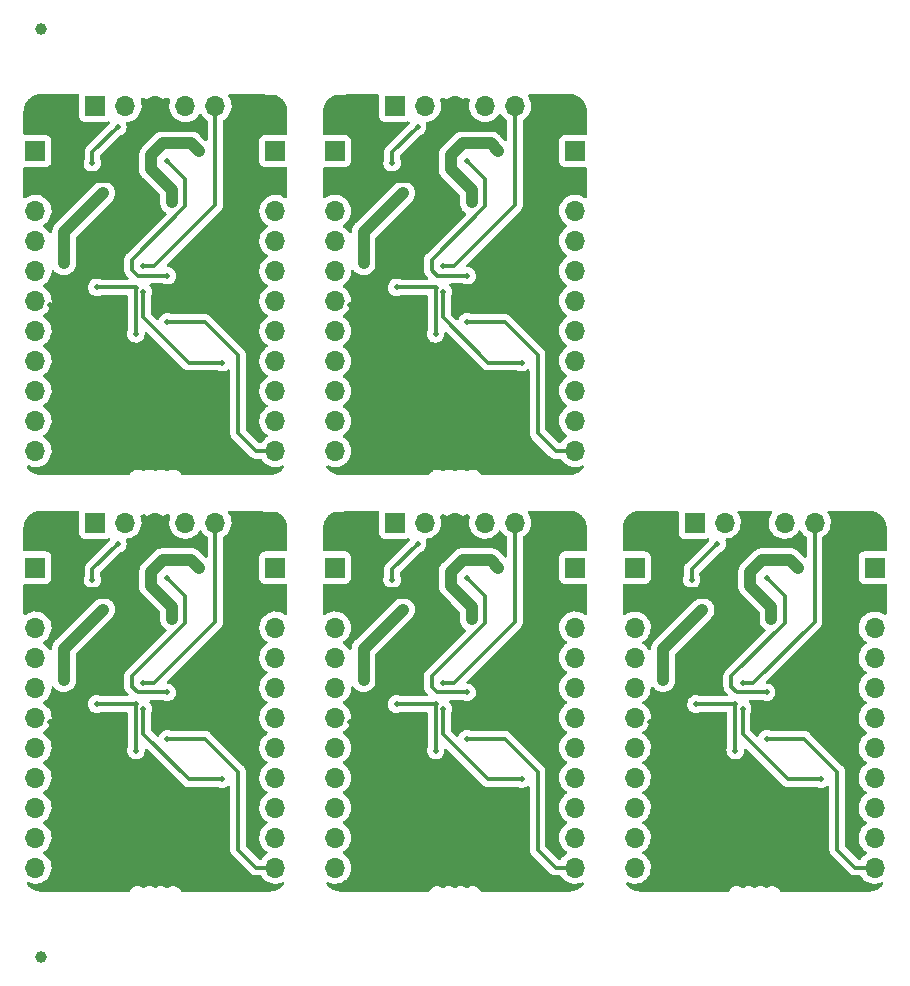
<source format=gbr>
%TF.GenerationSoftware,KiCad,Pcbnew,(6.0.8)*%
%TF.CreationDate,2022-11-08T11:05:07+01:00*%
%TF.ProjectId,STM32G030F6P6,53544d33-3247-4303-9330-463650362e6b,2.0*%
%TF.SameCoordinates,Original*%
%TF.FileFunction,Copper,L2,Bot*%
%TF.FilePolarity,Positive*%
%FSLAX46Y46*%
G04 Gerber Fmt 4.6, Leading zero omitted, Abs format (unit mm)*
G04 Created by KiCad (PCBNEW (6.0.8)) date 2022-11-08 11:05:07*
%MOMM*%
%LPD*%
G01*
G04 APERTURE LIST*
%TA.AperFunction,ComponentPad*%
%ADD10R,1.700000X1.700000*%
%TD*%
%TA.AperFunction,ComponentPad*%
%ADD11O,1.700000X1.700000*%
%TD*%
%TA.AperFunction,SMDPad,CuDef*%
%ADD12C,1.000000*%
%TD*%
%TA.AperFunction,ViaPad*%
%ADD13C,0.460000*%
%TD*%
%TA.AperFunction,ViaPad*%
%ADD14C,0.480000*%
%TD*%
%TA.AperFunction,Conductor*%
%ADD15C,1.000000*%
%TD*%
%TA.AperFunction,Conductor*%
%ADD16C,0.250000*%
%TD*%
%TA.AperFunction,Conductor*%
%ADD17C,0.300000*%
%TD*%
G04 APERTURE END LIST*
D10*
%TO.P,J2,1,Pin_1*%
%TO.N,Board_5-+3V3*%
X72340000Y-58798000D03*
D11*
%TO.P,J2,2,Pin_2*%
%TO.N,Board_5-PA14{slash}SWCLK*%
X74880000Y-58798000D03*
%TO.P,J2,3,Pin_3*%
%TO.N,Board_5-GND*%
X77420000Y-58798000D03*
%TO.P,J2,4,Pin_4*%
%TO.N,Board_5-PA13{slash}SWDIO*%
X79960000Y-58798000D03*
%TO.P,J2,5,Pin_5*%
%TO.N,Board_5-NRST*%
X82500000Y-58798000D03*
%TD*%
D10*
%TO.P,J2,1,Pin_1*%
%TO.N,Board_4-+3V3*%
X46972000Y-58798000D03*
D11*
%TO.P,J2,2,Pin_2*%
%TO.N,Board_4-PA14{slash}SWCLK*%
X49512000Y-58798000D03*
%TO.P,J2,3,Pin_3*%
%TO.N,Board_4-GND*%
X52052000Y-58798000D03*
%TO.P,J2,4,Pin_4*%
%TO.N,Board_4-PA13{slash}SWDIO*%
X54592000Y-58798000D03*
%TO.P,J2,5,Pin_5*%
%TO.N,Board_4-NRST*%
X57132000Y-58798000D03*
%TD*%
D10*
%TO.P,J2,1,Pin_1*%
%TO.N,Board_3-+3V3*%
X21604000Y-58798000D03*
D11*
%TO.P,J2,2,Pin_2*%
%TO.N,Board_3-PA14{slash}SWCLK*%
X24144000Y-58798000D03*
%TO.P,J2,3,Pin_3*%
%TO.N,Board_3-GND*%
X26684000Y-58798000D03*
%TO.P,J2,4,Pin_4*%
%TO.N,Board_3-PA13{slash}SWDIO*%
X29224000Y-58798000D03*
%TO.P,J2,5,Pin_5*%
%TO.N,Board_3-NRST*%
X31764000Y-58798000D03*
%TD*%
D10*
%TO.P,J2,1,Pin_1*%
%TO.N,Board_1-+3V3*%
X46972000Y-23524000D03*
D11*
%TO.P,J2,2,Pin_2*%
%TO.N,Board_1-PA14{slash}SWCLK*%
X49512000Y-23524000D03*
%TO.P,J2,3,Pin_3*%
%TO.N,Board_1-GND*%
X52052000Y-23524000D03*
%TO.P,J2,4,Pin_4*%
%TO.N,Board_1-PA13{slash}SWDIO*%
X54592000Y-23524000D03*
%TO.P,J2,5,Pin_5*%
%TO.N,Board_1-NRST*%
X57132000Y-23524000D03*
%TD*%
D10*
%TO.P,J2,1,Pin_1*%
%TO.N,Board_0-+3V3*%
X21604000Y-23524000D03*
D11*
%TO.P,J2,2,Pin_2*%
%TO.N,Board_0-PA14{slash}SWCLK*%
X24144000Y-23524000D03*
%TO.P,J2,3,Pin_3*%
%TO.N,Board_0-GND*%
X26684000Y-23524000D03*
%TO.P,J2,4,Pin_4*%
%TO.N,Board_0-PA13{slash}SWDIO*%
X29224000Y-23524000D03*
%TO.P,J2,5,Pin_5*%
%TO.N,Board_0-NRST*%
X31764000Y-23524000D03*
%TD*%
D10*
%TO.P,J3,1,Pin_1*%
%TO.N,Board_4-VIN*%
X62212000Y-62608000D03*
D11*
%TO.P,J3,2,Pin_2*%
%TO.N,Board_4-GND*%
X62212000Y-65148000D03*
%TO.P,J3,3,Pin_3*%
%TO.N,Board_4-PB3*%
X62212000Y-67688000D03*
%TO.P,J3,4,Pin_4*%
%TO.N,Board_4-PA14{slash}SWCLK*%
X62212000Y-70228000D03*
%TO.P,J3,5,Pin_5*%
%TO.N,Board_4-PA13{slash}SWDIO*%
X62212000Y-72768000D03*
%TO.P,J3,6,Pin_6*%
%TO.N,Board_4-PA12*%
X62212000Y-75308000D03*
%TO.P,J3,7,Pin_7*%
%TO.N,Board_4-PA11*%
X62212000Y-77848000D03*
%TO.P,J3,8,Pin_8*%
%TO.N,Board_4-PB0*%
X62212000Y-80388000D03*
%TO.P,J3,9,Pin_9*%
%TO.N,Board_4-PA7*%
X62212000Y-82928000D03*
%TO.P,J3,10,Pin_10*%
%TO.N,Board_4-PA6*%
X62212000Y-85468000D03*
%TO.P,J3,11,Pin_11*%
%TO.N,Board_4-PA5*%
X62212000Y-88008000D03*
%TD*%
D10*
%TO.P,J3,1,Pin_1*%
%TO.N,Board_3-VIN*%
X36844000Y-62608000D03*
D11*
%TO.P,J3,2,Pin_2*%
%TO.N,Board_3-GND*%
X36844000Y-65148000D03*
%TO.P,J3,3,Pin_3*%
%TO.N,Board_3-PB3*%
X36844000Y-67688000D03*
%TO.P,J3,4,Pin_4*%
%TO.N,Board_3-PA14{slash}SWCLK*%
X36844000Y-70228000D03*
%TO.P,J3,5,Pin_5*%
%TO.N,Board_3-PA13{slash}SWDIO*%
X36844000Y-72768000D03*
%TO.P,J3,6,Pin_6*%
%TO.N,Board_3-PA12*%
X36844000Y-75308000D03*
%TO.P,J3,7,Pin_7*%
%TO.N,Board_3-PA11*%
X36844000Y-77848000D03*
%TO.P,J3,8,Pin_8*%
%TO.N,Board_3-PB0*%
X36844000Y-80388000D03*
%TO.P,J3,9,Pin_9*%
%TO.N,Board_3-PA7*%
X36844000Y-82928000D03*
%TO.P,J3,10,Pin_10*%
%TO.N,Board_3-PA6*%
X36844000Y-85468000D03*
%TO.P,J3,11,Pin_11*%
%TO.N,Board_3-PA5*%
X36844000Y-88008000D03*
%TD*%
D10*
%TO.P,J3,1,Pin_1*%
%TO.N,Board_5-VIN*%
X87580000Y-62608000D03*
D11*
%TO.P,J3,2,Pin_2*%
%TO.N,Board_5-GND*%
X87580000Y-65148000D03*
%TO.P,J3,3,Pin_3*%
%TO.N,Board_5-PB3*%
X87580000Y-67688000D03*
%TO.P,J3,4,Pin_4*%
%TO.N,Board_5-PA14{slash}SWCLK*%
X87580000Y-70228000D03*
%TO.P,J3,5,Pin_5*%
%TO.N,Board_5-PA13{slash}SWDIO*%
X87580000Y-72768000D03*
%TO.P,J3,6,Pin_6*%
%TO.N,Board_5-PA12*%
X87580000Y-75308000D03*
%TO.P,J3,7,Pin_7*%
%TO.N,Board_5-PA11*%
X87580000Y-77848000D03*
%TO.P,J3,8,Pin_8*%
%TO.N,Board_5-PB0*%
X87580000Y-80388000D03*
%TO.P,J3,9,Pin_9*%
%TO.N,Board_5-PA7*%
X87580000Y-82928000D03*
%TO.P,J3,10,Pin_10*%
%TO.N,Board_5-PA6*%
X87580000Y-85468000D03*
%TO.P,J3,11,Pin_11*%
%TO.N,Board_5-PA5*%
X87580000Y-88008000D03*
%TD*%
D10*
%TO.P,J1,1,Pin_1*%
%TO.N,Board_0-VDD*%
X16524000Y-27334000D03*
D11*
%TO.P,J1,2,Pin_2*%
%TO.N,Board_0-GND*%
X16524000Y-29874000D03*
%TO.P,J1,3,Pin_3*%
%TO.N,Board_0-NRST*%
X16524000Y-32414000D03*
%TO.P,J1,4,Pin_4*%
%TO.N,Board_0-PB7*%
X16524000Y-34954000D03*
%TO.P,J1,5,Pin_5*%
%TO.N,Board_0-PC14*%
X16524000Y-37494000D03*
%TO.P,J1,6,Pin_6*%
%TO.N,Board_0-PC15*%
X16524000Y-40034000D03*
%TO.P,J1,7,Pin_7*%
%TO.N,Board_0-PA0*%
X16524000Y-42574000D03*
%TO.P,J1,8,Pin_8*%
%TO.N,Board_0-PA1*%
X16524000Y-45114000D03*
%TO.P,J1,9,Pin_9*%
%TO.N,Board_0-PA2*%
X16524000Y-47654000D03*
%TO.P,J1,10,Pin_10*%
%TO.N,Board_0-PA3*%
X16524000Y-50194000D03*
%TO.P,J1,11,Pin_11*%
%TO.N,Board_0-PA4*%
X16524000Y-52734000D03*
%TD*%
D10*
%TO.P,J1,1,Pin_1*%
%TO.N,Board_5-VDD*%
X67260000Y-62608000D03*
D11*
%TO.P,J1,2,Pin_2*%
%TO.N,Board_5-GND*%
X67260000Y-65148000D03*
%TO.P,J1,3,Pin_3*%
%TO.N,Board_5-NRST*%
X67260000Y-67688000D03*
%TO.P,J1,4,Pin_4*%
%TO.N,Board_5-PB7*%
X67260000Y-70228000D03*
%TO.P,J1,5,Pin_5*%
%TO.N,Board_5-PC14*%
X67260000Y-72768000D03*
%TO.P,J1,6,Pin_6*%
%TO.N,Board_5-PC15*%
X67260000Y-75308000D03*
%TO.P,J1,7,Pin_7*%
%TO.N,Board_5-PA0*%
X67260000Y-77848000D03*
%TO.P,J1,8,Pin_8*%
%TO.N,Board_5-PA1*%
X67260000Y-80388000D03*
%TO.P,J1,9,Pin_9*%
%TO.N,Board_5-PA2*%
X67260000Y-82928000D03*
%TO.P,J1,10,Pin_10*%
%TO.N,Board_5-PA3*%
X67260000Y-85468000D03*
%TO.P,J1,11,Pin_11*%
%TO.N,Board_5-PA4*%
X67260000Y-88008000D03*
%TD*%
D10*
%TO.P,J1,1,Pin_1*%
%TO.N,Board_3-VDD*%
X16524000Y-62608000D03*
D11*
%TO.P,J1,2,Pin_2*%
%TO.N,Board_3-GND*%
X16524000Y-65148000D03*
%TO.P,J1,3,Pin_3*%
%TO.N,Board_3-NRST*%
X16524000Y-67688000D03*
%TO.P,J1,4,Pin_4*%
%TO.N,Board_3-PB7*%
X16524000Y-70228000D03*
%TO.P,J1,5,Pin_5*%
%TO.N,Board_3-PC14*%
X16524000Y-72768000D03*
%TO.P,J1,6,Pin_6*%
%TO.N,Board_3-PC15*%
X16524000Y-75308000D03*
%TO.P,J1,7,Pin_7*%
%TO.N,Board_3-PA0*%
X16524000Y-77848000D03*
%TO.P,J1,8,Pin_8*%
%TO.N,Board_3-PA1*%
X16524000Y-80388000D03*
%TO.P,J1,9,Pin_9*%
%TO.N,Board_3-PA2*%
X16524000Y-82928000D03*
%TO.P,J1,10,Pin_10*%
%TO.N,Board_3-PA3*%
X16524000Y-85468000D03*
%TO.P,J1,11,Pin_11*%
%TO.N,Board_3-PA4*%
X16524000Y-88008000D03*
%TD*%
D12*
%TO.P,REF\u002A\u002A,*%
%TO.N,*%
X17000000Y-95548000D03*
%TD*%
D10*
%TO.P,J1,1,Pin_1*%
%TO.N,Board_4-VDD*%
X41892000Y-62608000D03*
D11*
%TO.P,J1,2,Pin_2*%
%TO.N,Board_4-GND*%
X41892000Y-65148000D03*
%TO.P,J1,3,Pin_3*%
%TO.N,Board_4-NRST*%
X41892000Y-67688000D03*
%TO.P,J1,4,Pin_4*%
%TO.N,Board_4-PB7*%
X41892000Y-70228000D03*
%TO.P,J1,5,Pin_5*%
%TO.N,Board_4-PC14*%
X41892000Y-72768000D03*
%TO.P,J1,6,Pin_6*%
%TO.N,Board_4-PC15*%
X41892000Y-75308000D03*
%TO.P,J1,7,Pin_7*%
%TO.N,Board_4-PA0*%
X41892000Y-77848000D03*
%TO.P,J1,8,Pin_8*%
%TO.N,Board_4-PA1*%
X41892000Y-80388000D03*
%TO.P,J1,9,Pin_9*%
%TO.N,Board_4-PA2*%
X41892000Y-82928000D03*
%TO.P,J1,10,Pin_10*%
%TO.N,Board_4-PA3*%
X41892000Y-85468000D03*
%TO.P,J1,11,Pin_11*%
%TO.N,Board_4-PA4*%
X41892000Y-88008000D03*
%TD*%
D10*
%TO.P,J3,1,Pin_1*%
%TO.N,Board_1-VIN*%
X62212000Y-27334000D03*
D11*
%TO.P,J3,2,Pin_2*%
%TO.N,Board_1-GND*%
X62212000Y-29874000D03*
%TO.P,J3,3,Pin_3*%
%TO.N,Board_1-PB3*%
X62212000Y-32414000D03*
%TO.P,J3,4,Pin_4*%
%TO.N,Board_1-PA14{slash}SWCLK*%
X62212000Y-34954000D03*
%TO.P,J3,5,Pin_5*%
%TO.N,Board_1-PA13{slash}SWDIO*%
X62212000Y-37494000D03*
%TO.P,J3,6,Pin_6*%
%TO.N,Board_1-PA12*%
X62212000Y-40034000D03*
%TO.P,J3,7,Pin_7*%
%TO.N,Board_1-PA11*%
X62212000Y-42574000D03*
%TO.P,J3,8,Pin_8*%
%TO.N,Board_1-PB0*%
X62212000Y-45114000D03*
%TO.P,J3,9,Pin_9*%
%TO.N,Board_1-PA7*%
X62212000Y-47654000D03*
%TO.P,J3,10,Pin_10*%
%TO.N,Board_1-PA6*%
X62212000Y-50194000D03*
%TO.P,J3,11,Pin_11*%
%TO.N,Board_1-PA5*%
X62212000Y-52734000D03*
%TD*%
D12*
%TO.P,REF\u002A\u002A,*%
%TO.N,*%
X17000000Y-17000000D03*
%TD*%
D10*
%TO.P,J1,1,Pin_1*%
%TO.N,Board_1-VDD*%
X41892000Y-27334000D03*
D11*
%TO.P,J1,2,Pin_2*%
%TO.N,Board_1-GND*%
X41892000Y-29874000D03*
%TO.P,J1,3,Pin_3*%
%TO.N,Board_1-NRST*%
X41892000Y-32414000D03*
%TO.P,J1,4,Pin_4*%
%TO.N,Board_1-PB7*%
X41892000Y-34954000D03*
%TO.P,J1,5,Pin_5*%
%TO.N,Board_1-PC14*%
X41892000Y-37494000D03*
%TO.P,J1,6,Pin_6*%
%TO.N,Board_1-PC15*%
X41892000Y-40034000D03*
%TO.P,J1,7,Pin_7*%
%TO.N,Board_1-PA0*%
X41892000Y-42574000D03*
%TO.P,J1,8,Pin_8*%
%TO.N,Board_1-PA1*%
X41892000Y-45114000D03*
%TO.P,J1,9,Pin_9*%
%TO.N,Board_1-PA2*%
X41892000Y-47654000D03*
%TO.P,J1,10,Pin_10*%
%TO.N,Board_1-PA3*%
X41892000Y-50194000D03*
%TO.P,J1,11,Pin_11*%
%TO.N,Board_1-PA4*%
X41892000Y-52734000D03*
%TD*%
D10*
%TO.P,J3,1,Pin_1*%
%TO.N,Board_0-VIN*%
X36844000Y-27334000D03*
D11*
%TO.P,J3,2,Pin_2*%
%TO.N,Board_0-GND*%
X36844000Y-29874000D03*
%TO.P,J3,3,Pin_3*%
%TO.N,Board_0-PB3*%
X36844000Y-32414000D03*
%TO.P,J3,4,Pin_4*%
%TO.N,Board_0-PA14{slash}SWCLK*%
X36844000Y-34954000D03*
%TO.P,J3,5,Pin_5*%
%TO.N,Board_0-PA13{slash}SWDIO*%
X36844000Y-37494000D03*
%TO.P,J3,6,Pin_6*%
%TO.N,Board_0-PA12*%
X36844000Y-40034000D03*
%TO.P,J3,7,Pin_7*%
%TO.N,Board_0-PA11*%
X36844000Y-42574000D03*
%TO.P,J3,8,Pin_8*%
%TO.N,Board_0-PB0*%
X36844000Y-45114000D03*
%TO.P,J3,9,Pin_9*%
%TO.N,Board_0-PA7*%
X36844000Y-47654000D03*
%TO.P,J3,10,Pin_10*%
%TO.N,Board_0-PA6*%
X36844000Y-50194000D03*
%TO.P,J3,11,Pin_11*%
%TO.N,Board_0-PA5*%
X36844000Y-52734000D03*
%TD*%
D13*
%TO.N,Board_0-+3V3*%
X18937000Y-36859000D03*
X22264400Y-30890000D03*
%TO.N,Board_0-GND*%
X34177000Y-53750000D03*
X35066000Y-50702000D03*
X25088500Y-48822400D03*
X33565100Y-31560600D03*
X17794000Y-40415000D03*
X28614400Y-48822400D03*
D14*
X26049000Y-32541000D03*
D13*
%TO.N,Board_0-NRST*%
X25668000Y-37113000D03*
X32322800Y-45266400D03*
X25668000Y-39272000D03*
D14*
%TO.N,Board_0-Net-(C3-Pad1)*%
X28104100Y-31687600D03*
D13*
X30341600Y-27334000D03*
%TO.N,Board_0-PA13{slash}SWDIO*%
X27700000Y-37900400D03*
X27700000Y-28223000D03*
%TO.N,Board_0-PA14{slash}SWCLK*%
X23509000Y-25302000D03*
X21350000Y-28350000D03*
%TO.N,Board_0-PA5*%
X27700000Y-41812000D03*
%TO.N,Board_0-PC15*%
X25033000Y-42828000D03*
D14*
X25033000Y-38916400D03*
X21731000Y-38891000D03*
D13*
%TO.N,Board_1-+3V3*%
X44305000Y-36859000D03*
X47632400Y-30890000D03*
%TO.N,Board_1-GND*%
X60434000Y-50702000D03*
D14*
X51417000Y-32541000D03*
D13*
X53982400Y-48822400D03*
X59545000Y-53750000D03*
X50456500Y-48822400D03*
X58933100Y-31560600D03*
X43162000Y-40415000D03*
%TO.N,Board_1-NRST*%
X51036000Y-39272000D03*
X57690800Y-45266400D03*
X51036000Y-37113000D03*
D14*
%TO.N,Board_1-Net-(C3-Pad1)*%
X53472100Y-31687600D03*
D13*
X55709600Y-27334000D03*
%TO.N,Board_1-PA13{slash}SWDIO*%
X53068000Y-28223000D03*
X53068000Y-37900400D03*
%TO.N,Board_1-PA14{slash}SWCLK*%
X46718000Y-28350000D03*
X48877000Y-25302000D03*
%TO.N,Board_1-PA5*%
X53068000Y-41812000D03*
D14*
%TO.N,Board_1-PC15*%
X47099000Y-38891000D03*
X50401000Y-38916400D03*
D13*
X50401000Y-42828000D03*
%TO.N,Board_3-+3V3*%
X18937000Y-72133000D03*
X22264400Y-66164000D03*
%TO.N,Board_3-GND*%
X33565100Y-66834600D03*
X34177000Y-89024000D03*
X35066000Y-85976000D03*
X25088500Y-84096400D03*
D14*
X26049000Y-67815000D03*
D13*
X17794000Y-75689000D03*
X28614400Y-84096400D03*
%TO.N,Board_3-NRST*%
X25668000Y-72387000D03*
X32322800Y-80540400D03*
X25668000Y-74546000D03*
%TO.N,Board_3-Net-(C3-Pad1)*%
X30341600Y-62608000D03*
D14*
X28104100Y-66961600D03*
D13*
%TO.N,Board_3-PA13{slash}SWDIO*%
X27700000Y-73174400D03*
X27700000Y-63497000D03*
%TO.N,Board_3-PA14{slash}SWCLK*%
X21350000Y-63624000D03*
X23509000Y-60576000D03*
%TO.N,Board_3-PA5*%
X27700000Y-77086000D03*
%TO.N,Board_3-PC15*%
X25033000Y-78102000D03*
D14*
X25033000Y-74190400D03*
X21731000Y-74165000D03*
D13*
%TO.N,Board_4-+3V3*%
X47632400Y-66164000D03*
X44305000Y-72133000D03*
%TO.N,Board_4-GND*%
X50456500Y-84096400D03*
X53982400Y-84096400D03*
D14*
X51417000Y-67815000D03*
D13*
X60434000Y-85976000D03*
X58933100Y-66834600D03*
X59545000Y-89024000D03*
X43162000Y-75689000D03*
%TO.N,Board_4-NRST*%
X51036000Y-72387000D03*
X51036000Y-74546000D03*
X57690800Y-80540400D03*
%TO.N,Board_4-Net-(C3-Pad1)*%
X55709600Y-62608000D03*
D14*
X53472100Y-66961600D03*
D13*
%TO.N,Board_4-PA13{slash}SWDIO*%
X53068000Y-73174400D03*
X53068000Y-63497000D03*
%TO.N,Board_4-PA14{slash}SWCLK*%
X46718000Y-63624000D03*
X48877000Y-60576000D03*
%TO.N,Board_4-PA5*%
X53068000Y-77086000D03*
D14*
%TO.N,Board_4-PC15*%
X50401000Y-74190400D03*
X47099000Y-74165000D03*
D13*
X50401000Y-78102000D03*
%TO.N,Board_5-+3V3*%
X69673000Y-72133000D03*
X73000400Y-66164000D03*
%TO.N,Board_5-GND*%
X84301100Y-66834600D03*
X84913000Y-89024000D03*
D14*
X76785000Y-67815000D03*
D13*
X79350400Y-84096400D03*
X85802000Y-85976000D03*
X75824500Y-84096400D03*
X68530000Y-75689000D03*
%TO.N,Board_5-NRST*%
X76404000Y-74546000D03*
X83058800Y-80540400D03*
X76404000Y-72387000D03*
D14*
%TO.N,Board_5-Net-(C3-Pad1)*%
X78840100Y-66961600D03*
D13*
X81077600Y-62608000D03*
%TO.N,Board_5-PA13{slash}SWDIO*%
X78436000Y-63497000D03*
X78436000Y-73174400D03*
%TO.N,Board_5-PA14{slash}SWCLK*%
X72086000Y-63624000D03*
X74245000Y-60576000D03*
%TO.N,Board_5-PA5*%
X78436000Y-77086000D03*
%TO.N,Board_5-PC15*%
X75769000Y-78102000D03*
D14*
X75769000Y-74190400D03*
X72467000Y-74165000D03*
%TD*%
D15*
%TO.N,Board_0-+3V3*%
X22264400Y-30890000D02*
X18937000Y-34217400D01*
X18937000Y-34217400D02*
X18937000Y-36859000D01*
%TO.N,Board_0-GND*%
X18208200Y-29510600D02*
X17844800Y-29874000D01*
X24491800Y-29510600D02*
X23659100Y-29510600D01*
X23659100Y-29510600D02*
X18208200Y-29510600D01*
D16*
X25109200Y-48822400D02*
X25088500Y-48822400D01*
D15*
X23659100Y-27310900D02*
X26684000Y-24286000D01*
X26684000Y-24286000D02*
X26684000Y-23524000D01*
X17844800Y-29874000D02*
X16524000Y-29874000D01*
X23659100Y-29510600D02*
X23659100Y-27310900D01*
X26049000Y-32541000D02*
X26049000Y-31067800D01*
X26049000Y-31067800D02*
X24491800Y-29510600D01*
D17*
X28614400Y-48822400D02*
X25109200Y-48822400D01*
%TO.N,Board_0-NRST*%
X25668000Y-37113000D02*
X26557000Y-37113000D01*
X31764000Y-31906000D02*
X31764000Y-23524000D01*
X26557000Y-37113000D02*
X31764000Y-31906000D01*
X32322800Y-45266400D02*
X29503400Y-45266400D01*
X29503400Y-45266400D02*
X25668000Y-41431000D01*
X25668000Y-41431000D02*
X25668000Y-39272000D01*
D15*
%TO.N,Board_0-Net-(C3-Pad1)*%
X28104100Y-30659100D02*
X26303000Y-28858000D01*
X29706600Y-26699000D02*
X30341600Y-27334000D01*
X28104100Y-31687600D02*
X28104100Y-30659100D01*
X27319000Y-26699000D02*
X29706600Y-26699000D01*
X26303000Y-27715000D02*
X27319000Y-26699000D01*
X26303000Y-28858000D02*
X26303000Y-27715000D01*
D17*
%TO.N,Board_0-PA13{slash}SWDIO*%
X27700000Y-37900400D02*
X25185400Y-37900400D01*
X29224000Y-32033000D02*
X29224000Y-29747000D01*
X25185400Y-37900400D02*
X24702800Y-37417800D01*
X24702800Y-37417800D02*
X24702800Y-36554200D01*
X29224000Y-29747000D02*
X27700000Y-28223000D01*
X24702800Y-36554200D02*
X29224000Y-32033000D01*
%TO.N,Board_0-PA14{slash}SWCLK*%
X21350000Y-27461000D02*
X21350000Y-28350000D01*
X23509000Y-25302000D02*
X21350000Y-27461000D01*
%TO.N,Board_0-PA5*%
X27700000Y-41812000D02*
X30875000Y-41812000D01*
X33669000Y-51210000D02*
X35193000Y-52734000D01*
X35193000Y-52734000D02*
X36844000Y-52734000D01*
X30875000Y-41812000D02*
X33669000Y-44606000D01*
X33669000Y-44606000D02*
X33669000Y-51210000D01*
%TO.N,Board_0-PC15*%
X25033000Y-42828000D02*
X25033000Y-38916400D01*
X25007600Y-38891000D02*
X21731000Y-38891000D01*
X25033000Y-38916400D02*
X25007600Y-38891000D01*
D15*
%TO.N,Board_1-+3V3*%
X47632400Y-30890000D02*
X44305000Y-34217400D01*
X44305000Y-34217400D02*
X44305000Y-36859000D01*
%TO.N,Board_1-GND*%
X52052000Y-24286000D02*
X52052000Y-23524000D01*
X49859800Y-29510600D02*
X49027100Y-29510600D01*
X49027100Y-27310900D02*
X52052000Y-24286000D01*
X51417000Y-31067800D02*
X49859800Y-29510600D01*
X51417000Y-32541000D02*
X51417000Y-31067800D01*
X43576200Y-29510600D02*
X43212800Y-29874000D01*
D16*
X50477200Y-48822400D02*
X50456500Y-48822400D01*
D15*
X43212800Y-29874000D02*
X41892000Y-29874000D01*
X49027100Y-29510600D02*
X49027100Y-27310900D01*
D17*
X53982400Y-48822400D02*
X50477200Y-48822400D01*
D15*
X49027100Y-29510600D02*
X43576200Y-29510600D01*
D17*
%TO.N,Board_1-NRST*%
X51925000Y-37113000D02*
X57132000Y-31906000D01*
X57690800Y-45266400D02*
X54871400Y-45266400D01*
X51036000Y-37113000D02*
X51925000Y-37113000D01*
X51036000Y-41431000D02*
X51036000Y-39272000D01*
X57132000Y-31906000D02*
X57132000Y-23524000D01*
X54871400Y-45266400D02*
X51036000Y-41431000D01*
D15*
%TO.N,Board_1-Net-(C3-Pad1)*%
X55074600Y-26699000D02*
X55709600Y-27334000D01*
X53472100Y-31687600D02*
X53472100Y-30659100D01*
X51671000Y-27715000D02*
X52687000Y-26699000D01*
X53472100Y-30659100D02*
X51671000Y-28858000D01*
X52687000Y-26699000D02*
X55074600Y-26699000D01*
X51671000Y-28858000D02*
X51671000Y-27715000D01*
D17*
%TO.N,Board_1-PA13{slash}SWDIO*%
X50070800Y-37417800D02*
X50070800Y-36554200D01*
X54592000Y-32033000D02*
X54592000Y-29747000D01*
X53068000Y-37900400D02*
X50553400Y-37900400D01*
X50553400Y-37900400D02*
X50070800Y-37417800D01*
X54592000Y-29747000D02*
X53068000Y-28223000D01*
X50070800Y-36554200D02*
X54592000Y-32033000D01*
%TO.N,Board_1-PA14{slash}SWCLK*%
X48877000Y-25302000D02*
X46718000Y-27461000D01*
X46718000Y-27461000D02*
X46718000Y-28350000D01*
%TO.N,Board_1-PA5*%
X53068000Y-41812000D02*
X56243000Y-41812000D01*
X59037000Y-51210000D02*
X60561000Y-52734000D01*
X56243000Y-41812000D02*
X59037000Y-44606000D01*
X59037000Y-44606000D02*
X59037000Y-51210000D01*
X60561000Y-52734000D02*
X62212000Y-52734000D01*
%TO.N,Board_1-PC15*%
X50375600Y-38891000D02*
X47099000Y-38891000D01*
X50401000Y-38916400D02*
X50375600Y-38891000D01*
X50401000Y-42828000D02*
X50401000Y-38916400D01*
D15*
%TO.N,Board_3-+3V3*%
X22264400Y-66164000D02*
X18937000Y-69491400D01*
X18937000Y-69491400D02*
X18937000Y-72133000D01*
%TO.N,Board_3-GND*%
X23659100Y-64784600D02*
X18208200Y-64784600D01*
X23659100Y-62584900D02*
X26684000Y-59560000D01*
X24491800Y-64784600D02*
X23659100Y-64784600D01*
X18208200Y-64784600D02*
X17844800Y-65148000D01*
D17*
X28614400Y-84096400D02*
X25109200Y-84096400D01*
D15*
X26049000Y-67815000D02*
X26049000Y-66341800D01*
X23659100Y-64784600D02*
X23659100Y-62584900D01*
X26049000Y-66341800D02*
X24491800Y-64784600D01*
X17844800Y-65148000D02*
X16524000Y-65148000D01*
D16*
X25109200Y-84096400D02*
X25088500Y-84096400D01*
D15*
X26684000Y-59560000D02*
X26684000Y-58798000D01*
D17*
%TO.N,Board_3-NRST*%
X26557000Y-72387000D02*
X31764000Y-67180000D01*
X29503400Y-80540400D02*
X25668000Y-76705000D01*
X32322800Y-80540400D02*
X29503400Y-80540400D01*
X25668000Y-76705000D02*
X25668000Y-74546000D01*
X31764000Y-67180000D02*
X31764000Y-58798000D01*
X25668000Y-72387000D02*
X26557000Y-72387000D01*
D15*
%TO.N,Board_3-Net-(C3-Pad1)*%
X27319000Y-61973000D02*
X29706600Y-61973000D01*
X26303000Y-62989000D02*
X27319000Y-61973000D01*
X28104100Y-65933100D02*
X26303000Y-64132000D01*
X28104100Y-66961600D02*
X28104100Y-65933100D01*
X29706600Y-61973000D02*
X30341600Y-62608000D01*
X26303000Y-64132000D02*
X26303000Y-62989000D01*
D17*
%TO.N,Board_3-PA13{slash}SWDIO*%
X27700000Y-73174400D02*
X25185400Y-73174400D01*
X29224000Y-67307000D02*
X29224000Y-65021000D01*
X25185400Y-73174400D02*
X24702800Y-72691800D01*
X24702800Y-71828200D02*
X29224000Y-67307000D01*
X29224000Y-65021000D02*
X27700000Y-63497000D01*
X24702800Y-72691800D02*
X24702800Y-71828200D01*
%TO.N,Board_3-PA14{slash}SWCLK*%
X23509000Y-60576000D02*
X21350000Y-62735000D01*
X21350000Y-62735000D02*
X21350000Y-63624000D01*
%TO.N,Board_3-PA5*%
X33669000Y-86484000D02*
X35193000Y-88008000D01*
X33669000Y-79880000D02*
X33669000Y-86484000D01*
X27700000Y-77086000D02*
X30875000Y-77086000D01*
X30875000Y-77086000D02*
X33669000Y-79880000D01*
X35193000Y-88008000D02*
X36844000Y-88008000D01*
%TO.N,Board_3-PC15*%
X25033000Y-74190400D02*
X25007600Y-74165000D01*
X25033000Y-78102000D02*
X25033000Y-74190400D01*
X25007600Y-74165000D02*
X21731000Y-74165000D01*
D15*
%TO.N,Board_4-+3V3*%
X44305000Y-69491400D02*
X44305000Y-72133000D01*
X47632400Y-66164000D02*
X44305000Y-69491400D01*
%TO.N,Board_4-GND*%
X49027100Y-62584900D02*
X52052000Y-59560000D01*
X43576200Y-64784600D02*
X43212800Y-65148000D01*
X51417000Y-67815000D02*
X51417000Y-66341800D01*
D16*
X50477200Y-84096400D02*
X50456500Y-84096400D01*
D17*
X53982400Y-84096400D02*
X50477200Y-84096400D01*
D15*
X49859800Y-64784600D02*
X49027100Y-64784600D01*
X51417000Y-66341800D02*
X49859800Y-64784600D01*
X52052000Y-59560000D02*
X52052000Y-58798000D01*
X43212800Y-65148000D02*
X41892000Y-65148000D01*
X49027100Y-64784600D02*
X43576200Y-64784600D01*
X49027100Y-64784600D02*
X49027100Y-62584900D01*
D17*
%TO.N,Board_4-NRST*%
X57690800Y-80540400D02*
X54871400Y-80540400D01*
X54871400Y-80540400D02*
X51036000Y-76705000D01*
X51036000Y-76705000D02*
X51036000Y-74546000D01*
X51036000Y-72387000D02*
X51925000Y-72387000D01*
X51925000Y-72387000D02*
X57132000Y-67180000D01*
X57132000Y-67180000D02*
X57132000Y-58798000D01*
D15*
%TO.N,Board_4-Net-(C3-Pad1)*%
X55074600Y-61973000D02*
X55709600Y-62608000D01*
X52687000Y-61973000D02*
X55074600Y-61973000D01*
X51671000Y-62989000D02*
X52687000Y-61973000D01*
X53472100Y-65933100D02*
X51671000Y-64132000D01*
X53472100Y-66961600D02*
X53472100Y-65933100D01*
X51671000Y-64132000D02*
X51671000Y-62989000D01*
D17*
%TO.N,Board_4-PA13{slash}SWDIO*%
X54592000Y-65021000D02*
X53068000Y-63497000D01*
X54592000Y-67307000D02*
X54592000Y-65021000D01*
X53068000Y-73174400D02*
X50553400Y-73174400D01*
X50070800Y-72691800D02*
X50070800Y-71828200D01*
X50070800Y-71828200D02*
X54592000Y-67307000D01*
X50553400Y-73174400D02*
X50070800Y-72691800D01*
%TO.N,Board_4-PA14{slash}SWCLK*%
X46718000Y-62735000D02*
X46718000Y-63624000D01*
X48877000Y-60576000D02*
X46718000Y-62735000D01*
%TO.N,Board_4-PA5*%
X60561000Y-88008000D02*
X62212000Y-88008000D01*
X59037000Y-86484000D02*
X60561000Y-88008000D01*
X59037000Y-79880000D02*
X59037000Y-86484000D01*
X56243000Y-77086000D02*
X59037000Y-79880000D01*
X53068000Y-77086000D02*
X56243000Y-77086000D01*
%TO.N,Board_4-PC15*%
X50401000Y-78102000D02*
X50401000Y-74190400D01*
X50401000Y-74190400D02*
X50375600Y-74165000D01*
X50375600Y-74165000D02*
X47099000Y-74165000D01*
D15*
%TO.N,Board_5-+3V3*%
X69673000Y-69491400D02*
X69673000Y-72133000D01*
X73000400Y-66164000D02*
X69673000Y-69491400D01*
%TO.N,Board_5-GND*%
X77420000Y-59560000D02*
X77420000Y-58798000D01*
X75227800Y-64784600D02*
X74395100Y-64784600D01*
X76785000Y-67815000D02*
X76785000Y-66341800D01*
X74395100Y-64784600D02*
X68944200Y-64784600D01*
X74395100Y-62584900D02*
X77420000Y-59560000D01*
D17*
X79350400Y-84096400D02*
X75845200Y-84096400D01*
D15*
X74395100Y-64784600D02*
X74395100Y-62584900D01*
X76785000Y-66341800D02*
X75227800Y-64784600D01*
X68580800Y-65148000D02*
X67260000Y-65148000D01*
D16*
X75845200Y-84096400D02*
X75824500Y-84096400D01*
D15*
X68944200Y-64784600D02*
X68580800Y-65148000D01*
D17*
%TO.N,Board_5-NRST*%
X82500000Y-67180000D02*
X82500000Y-58798000D01*
X83058800Y-80540400D02*
X80239400Y-80540400D01*
X77293000Y-72387000D02*
X82500000Y-67180000D01*
X80239400Y-80540400D02*
X76404000Y-76705000D01*
X76404000Y-72387000D02*
X77293000Y-72387000D01*
X76404000Y-76705000D02*
X76404000Y-74546000D01*
D15*
%TO.N,Board_5-Net-(C3-Pad1)*%
X78055000Y-61973000D02*
X80442600Y-61973000D01*
X78840100Y-66961600D02*
X78840100Y-65933100D01*
X80442600Y-61973000D02*
X81077600Y-62608000D01*
X77039000Y-62989000D02*
X78055000Y-61973000D01*
X77039000Y-64132000D02*
X77039000Y-62989000D01*
X78840100Y-65933100D02*
X77039000Y-64132000D01*
D17*
%TO.N,Board_5-PA13{slash}SWDIO*%
X75921400Y-73174400D02*
X75438800Y-72691800D01*
X78436000Y-73174400D02*
X75921400Y-73174400D01*
X79960000Y-67307000D02*
X79960000Y-65021000D01*
X75438800Y-72691800D02*
X75438800Y-71828200D01*
X79960000Y-65021000D02*
X78436000Y-63497000D01*
X75438800Y-71828200D02*
X79960000Y-67307000D01*
%TO.N,Board_5-PA14{slash}SWCLK*%
X72086000Y-62735000D02*
X72086000Y-63624000D01*
X74245000Y-60576000D02*
X72086000Y-62735000D01*
%TO.N,Board_5-PA5*%
X84405000Y-86484000D02*
X85929000Y-88008000D01*
X85929000Y-88008000D02*
X87580000Y-88008000D01*
X78436000Y-77086000D02*
X81611000Y-77086000D01*
X81611000Y-77086000D02*
X84405000Y-79880000D01*
X84405000Y-79880000D02*
X84405000Y-86484000D01*
%TO.N,Board_5-PC15*%
X75769000Y-78102000D02*
X75769000Y-74190400D01*
X75743600Y-74165000D02*
X72467000Y-74165000D01*
X75769000Y-74190400D02*
X75743600Y-74165000D01*
%TD*%
%TA.AperFunction,Conductor*%
%TO.N,Board_4-GND*%
G36*
X44489979Y-57782779D02*
G01*
X45487517Y-57782911D01*
X45555635Y-57802922D01*
X45602121Y-57856584D01*
X45613500Y-57908911D01*
X45613500Y-59696134D01*
X45620255Y-59758316D01*
X45671385Y-59894705D01*
X45758739Y-60011261D01*
X45875295Y-60098615D01*
X46011684Y-60149745D01*
X46073866Y-60156500D01*
X47870134Y-60156500D01*
X47932316Y-60149745D01*
X48039584Y-60109532D01*
X48110390Y-60104349D01*
X48172759Y-60138270D01*
X48206889Y-60200525D01*
X48202215Y-60270605D01*
X48183773Y-60321275D01*
X48154469Y-60367271D01*
X46310395Y-62211345D01*
X46301615Y-62219335D01*
X46301613Y-62219337D01*
X46294920Y-62223584D01*
X46289494Y-62229362D01*
X46289493Y-62229363D01*
X46246396Y-62275257D01*
X46243641Y-62278099D01*
X46223073Y-62298667D01*
X46220356Y-62302170D01*
X46212648Y-62311195D01*
X46181028Y-62344867D01*
X46177207Y-62351818D01*
X46177206Y-62351819D01*
X46170697Y-62363658D01*
X46159843Y-62380182D01*
X46152018Y-62390271D01*
X46146696Y-62397132D01*
X46143549Y-62404404D01*
X46143548Y-62404406D01*
X46128346Y-62439535D01*
X46123124Y-62450195D01*
X46100876Y-62490663D01*
X46095541Y-62511441D01*
X46089142Y-62530131D01*
X46080620Y-62549824D01*
X46079380Y-62557655D01*
X46073394Y-62595448D01*
X46070987Y-62607071D01*
X46059500Y-62651812D01*
X46059500Y-62673259D01*
X46057949Y-62692969D01*
X46054594Y-62714152D01*
X46055340Y-62722043D01*
X46058941Y-62760138D01*
X46059500Y-62771996D01*
X46059500Y-63251646D01*
X46051901Y-63294740D01*
X45998075Y-63442626D01*
X45998074Y-63442631D01*
X45995665Y-63449249D01*
X45974899Y-63613624D01*
X45991067Y-63778514D01*
X45993291Y-63785199D01*
X45993291Y-63785200D01*
X46003338Y-63815402D01*
X46043364Y-63935725D01*
X46047013Y-63941750D01*
X46097050Y-64024370D01*
X46129192Y-64077443D01*
X46244284Y-64196625D01*
X46250176Y-64200480D01*
X46250180Y-64200484D01*
X46377024Y-64283488D01*
X46382920Y-64287346D01*
X46389524Y-64289802D01*
X46389526Y-64289803D01*
X46449971Y-64312282D01*
X46538210Y-64345098D01*
X46702436Y-64367010D01*
X46709447Y-64366372D01*
X46709451Y-64366372D01*
X46860415Y-64352633D01*
X46867436Y-64351994D01*
X46874138Y-64349816D01*
X46874140Y-64349816D01*
X47018309Y-64302973D01*
X47018312Y-64302972D01*
X47025008Y-64300796D01*
X47094881Y-64259143D01*
X47161267Y-64219570D01*
X47161270Y-64219568D01*
X47167322Y-64215960D01*
X47232118Y-64154255D01*
X47282200Y-64106563D01*
X47282202Y-64106561D01*
X47287304Y-64101702D01*
X47378990Y-63963703D01*
X47437825Y-63808820D01*
X47443069Y-63771505D01*
X47460332Y-63648675D01*
X47460333Y-63648668D01*
X47460883Y-63644751D01*
X47461173Y-63624000D01*
X47442705Y-63459351D01*
X47440388Y-63452697D01*
X47390535Y-63309539D01*
X47390534Y-63309538D01*
X47388218Y-63302886D01*
X47388106Y-63302707D01*
X47376500Y-63251620D01*
X47376500Y-63059950D01*
X47396502Y-62991829D01*
X47413405Y-62970855D01*
X49084784Y-61299476D01*
X49134942Y-61268739D01*
X49164825Y-61259029D01*
X49177309Y-61254973D01*
X49177312Y-61254972D01*
X49184008Y-61252796D01*
X49278191Y-61196652D01*
X49320267Y-61171570D01*
X49320270Y-61171568D01*
X49326322Y-61167960D01*
X49411974Y-61086394D01*
X49441200Y-61058563D01*
X49441202Y-61058561D01*
X49446304Y-61053702D01*
X49537990Y-60915703D01*
X49596825Y-60760820D01*
X49619883Y-60596751D01*
X49620173Y-60576000D01*
X49601705Y-60411351D01*
X49567720Y-60313760D01*
X49564206Y-60242851D01*
X49599587Y-60181298D01*
X49662630Y-60148646D01*
X49670689Y-60147346D01*
X49748722Y-60137350D01*
X49790289Y-60132025D01*
X49790292Y-60132024D01*
X49795416Y-60131368D01*
X49868199Y-60109532D01*
X50004429Y-60068661D01*
X50004434Y-60068659D01*
X50009384Y-60067174D01*
X50209994Y-59968896D01*
X50391860Y-59839173D01*
X50550096Y-59681489D01*
X50609594Y-59598689D01*
X50677435Y-59504277D01*
X50680453Y-59500077D01*
X50701320Y-59457857D01*
X50777136Y-59304453D01*
X50777137Y-59304451D01*
X50779430Y-59299811D01*
X50830857Y-59130545D01*
X50842865Y-59091023D01*
X50842865Y-59091021D01*
X50844370Y-59086069D01*
X50873529Y-58864590D01*
X50874149Y-58839229D01*
X50875074Y-58801365D01*
X50875074Y-58801361D01*
X50875156Y-58798000D01*
X50856852Y-58575361D01*
X50802431Y-58358702D01*
X50792951Y-58336901D01*
X50784131Y-58266458D01*
X50814796Y-58202426D01*
X50865510Y-58168221D01*
X50887031Y-58160409D01*
X50893910Y-58157912D01*
X50978994Y-58102129D01*
X51046928Y-58081506D01*
X51117990Y-58102676D01*
X51122678Y-58105803D01*
X51128258Y-58110543D01*
X51196658Y-58145470D01*
X51279265Y-58187652D01*
X51279267Y-58187653D01*
X51285781Y-58190979D01*
X51292886Y-58192718D01*
X51292890Y-58192719D01*
X51367736Y-58211033D01*
X51457583Y-58233018D01*
X51463185Y-58233366D01*
X51463188Y-58233366D01*
X51466798Y-58233590D01*
X51466808Y-58233590D01*
X51468737Y-58233710D01*
X51596266Y-58233710D01*
X51668470Y-58225292D01*
X51720384Y-58219240D01*
X51720388Y-58219239D01*
X51727654Y-58218392D01*
X51734529Y-58215897D01*
X51734531Y-58215896D01*
X51887034Y-58160539D01*
X51887035Y-58160539D01*
X51893910Y-58158043D01*
X51900027Y-58154032D01*
X51900030Y-58154031D01*
X51978992Y-58102261D01*
X52046928Y-58081638D01*
X52117987Y-58102807D01*
X52122684Y-58105940D01*
X52128258Y-58110675D01*
X52134771Y-58114001D01*
X52134773Y-58114002D01*
X52279265Y-58187784D01*
X52279267Y-58187785D01*
X52285781Y-58191111D01*
X52292886Y-58192850D01*
X52292890Y-58192851D01*
X52367197Y-58211033D01*
X52457583Y-58233150D01*
X52463185Y-58233498D01*
X52463188Y-58233498D01*
X52466798Y-58233722D01*
X52466808Y-58233722D01*
X52468737Y-58233842D01*
X52596266Y-58233842D01*
X52666009Y-58225711D01*
X52720384Y-58219372D01*
X52720388Y-58219371D01*
X52727654Y-58218524D01*
X52734529Y-58216029D01*
X52734531Y-58216028D01*
X52887034Y-58160671D01*
X52887035Y-58160671D01*
X52893910Y-58158175D01*
X52900027Y-58154164D01*
X52900030Y-58154163D01*
X52978992Y-58102393D01*
X53046928Y-58081770D01*
X53117987Y-58102939D01*
X53122684Y-58106072D01*
X53128258Y-58110807D01*
X53134771Y-58114133D01*
X53134773Y-58114134D01*
X53251413Y-58173694D01*
X53302986Y-58222488D01*
X53319992Y-58291418D01*
X53312862Y-58326929D01*
X53312688Y-58327305D01*
X53311305Y-58332294D01*
X53311304Y-58332295D01*
X53296325Y-58386307D01*
X53252989Y-58542570D01*
X53229251Y-58764695D01*
X53229548Y-58769848D01*
X53229548Y-58769851D01*
X53240035Y-58951726D01*
X53242110Y-58987715D01*
X53243247Y-58992761D01*
X53243248Y-58992767D01*
X53261951Y-59075754D01*
X53291222Y-59205639D01*
X53375266Y-59412616D01*
X53426019Y-59495438D01*
X53489291Y-59598688D01*
X53491987Y-59603088D01*
X53638250Y-59771938D01*
X53810126Y-59914632D01*
X54003000Y-60027338D01*
X54211692Y-60107030D01*
X54216760Y-60108061D01*
X54216763Y-60108062D01*
X54324017Y-60129883D01*
X54430597Y-60151567D01*
X54435772Y-60151757D01*
X54435774Y-60151757D01*
X54648673Y-60159564D01*
X54648677Y-60159564D01*
X54653837Y-60159753D01*
X54658957Y-60159097D01*
X54658959Y-60159097D01*
X54870288Y-60132025D01*
X54870289Y-60132025D01*
X54875416Y-60131368D01*
X54948199Y-60109532D01*
X55084429Y-60068661D01*
X55084434Y-60068659D01*
X55089384Y-60067174D01*
X55289994Y-59968896D01*
X55471860Y-59839173D01*
X55630096Y-59681489D01*
X55689594Y-59598689D01*
X55760453Y-59500077D01*
X55761776Y-59501028D01*
X55808645Y-59457857D01*
X55878580Y-59445625D01*
X55944026Y-59473144D01*
X55971875Y-59504994D01*
X56031987Y-59603088D01*
X56178250Y-59771938D01*
X56350126Y-59914632D01*
X56354583Y-59917236D01*
X56354588Y-59917240D01*
X56411070Y-59950245D01*
X56459794Y-60001883D01*
X56473500Y-60059033D01*
X56473500Y-61641476D01*
X56453498Y-61709597D01*
X56399842Y-61756090D01*
X56329568Y-61766194D01*
X56264988Y-61736700D01*
X56258405Y-61730571D01*
X55831455Y-61303621D01*
X55822353Y-61293478D01*
X55802497Y-61268782D01*
X55798632Y-61263975D01*
X55760178Y-61231708D01*
X55756531Y-61228528D01*
X55754719Y-61226885D01*
X55752525Y-61224691D01*
X55719251Y-61197358D01*
X55718453Y-61196696D01*
X55647126Y-61136846D01*
X55642456Y-61134278D01*
X55638339Y-61130897D01*
X55556514Y-61087023D01*
X55555355Y-61086394D01*
X55479219Y-61044538D01*
X55479211Y-61044535D01*
X55473813Y-61041567D01*
X55468731Y-61039955D01*
X55464037Y-61037438D01*
X55375069Y-61010238D01*
X55374041Y-61009918D01*
X55285294Y-60981765D01*
X55279998Y-60981171D01*
X55274902Y-60979613D01*
X55182343Y-60970210D01*
X55181207Y-60970089D01*
X55147592Y-60966319D01*
X55134870Y-60964892D01*
X55134866Y-60964892D01*
X55131373Y-60964500D01*
X55127846Y-60964500D01*
X55126861Y-60964445D01*
X55121181Y-60963998D01*
X55091775Y-60961011D01*
X55084263Y-60960248D01*
X55084261Y-60960248D01*
X55078138Y-60959626D01*
X55035859Y-60963623D01*
X55032491Y-60963941D01*
X55020633Y-60964500D01*
X52748843Y-60964500D01*
X52735236Y-60963763D01*
X52703738Y-60960341D01*
X52703733Y-60960341D01*
X52697612Y-60959676D01*
X52671362Y-60961973D01*
X52647612Y-60964050D01*
X52642786Y-60964379D01*
X52640314Y-60964500D01*
X52637231Y-60964500D01*
X52625262Y-60965674D01*
X52594494Y-60968690D01*
X52593181Y-60968812D01*
X52548916Y-60972685D01*
X52500587Y-60976913D01*
X52495468Y-60978400D01*
X52490167Y-60978920D01*
X52401166Y-61005791D01*
X52400033Y-61006126D01*
X52316586Y-61030370D01*
X52316582Y-61030372D01*
X52310664Y-61032091D01*
X52305932Y-61034544D01*
X52300831Y-61036084D01*
X52295388Y-61038978D01*
X52218740Y-61079731D01*
X52217574Y-61080343D01*
X52140547Y-61120271D01*
X52135074Y-61123108D01*
X52130911Y-61126431D01*
X52126204Y-61128934D01*
X52054082Y-61187755D01*
X52053226Y-61188446D01*
X52014027Y-61219738D01*
X52011523Y-61222242D01*
X52010805Y-61222884D01*
X52006472Y-61226585D01*
X51972938Y-61253935D01*
X51943709Y-61289267D01*
X51935728Y-61298037D01*
X51001617Y-62232149D01*
X50991473Y-62241251D01*
X50961975Y-62264968D01*
X50952143Y-62276685D01*
X50929709Y-62303421D01*
X50926528Y-62307069D01*
X50924885Y-62308881D01*
X50922691Y-62311075D01*
X50895358Y-62344349D01*
X50894696Y-62345147D01*
X50834846Y-62416474D01*
X50832278Y-62421144D01*
X50828897Y-62425261D01*
X50818323Y-62444982D01*
X50785023Y-62507086D01*
X50784394Y-62508245D01*
X50742538Y-62584381D01*
X50742535Y-62584389D01*
X50739567Y-62589787D01*
X50737955Y-62594869D01*
X50735438Y-62599563D01*
X50708238Y-62688531D01*
X50707918Y-62689559D01*
X50679765Y-62778306D01*
X50679171Y-62783602D01*
X50677613Y-62788698D01*
X50676990Y-62794834D01*
X50668218Y-62881187D01*
X50668089Y-62882393D01*
X50662500Y-62932227D01*
X50662500Y-62935754D01*
X50662445Y-62936739D01*
X50661998Y-62942419D01*
X50657626Y-62985462D01*
X50659734Y-63007760D01*
X50661941Y-63031109D01*
X50662500Y-63042967D01*
X50662500Y-64070157D01*
X50661763Y-64083764D01*
X50659815Y-64101702D01*
X50657676Y-64121388D01*
X50658213Y-64127523D01*
X50662050Y-64171388D01*
X50662379Y-64176214D01*
X50662500Y-64178686D01*
X50662500Y-64181769D01*
X50662801Y-64184837D01*
X50666690Y-64224506D01*
X50666812Y-64225819D01*
X50674913Y-64318413D01*
X50676400Y-64323532D01*
X50676920Y-64328833D01*
X50703791Y-64417834D01*
X50704126Y-64418967D01*
X50730091Y-64508336D01*
X50732544Y-64513068D01*
X50734084Y-64518169D01*
X50736978Y-64523612D01*
X50777731Y-64600260D01*
X50778343Y-64601426D01*
X50810711Y-64663868D01*
X50821108Y-64683926D01*
X50824431Y-64688089D01*
X50826934Y-64692796D01*
X50885755Y-64764918D01*
X50886446Y-64765774D01*
X50917738Y-64804973D01*
X50920242Y-64807477D01*
X50920884Y-64808195D01*
X50924585Y-64812528D01*
X50951935Y-64846062D01*
X50956682Y-64849989D01*
X50956684Y-64849991D01*
X50987262Y-64875287D01*
X50996042Y-64883277D01*
X51724370Y-65611604D01*
X52426695Y-66313929D01*
X52460720Y-66376241D01*
X52463600Y-66403024D01*
X52463600Y-67011369D01*
X52463900Y-67014425D01*
X52463900Y-67014432D01*
X52469637Y-67072940D01*
X52478020Y-67158433D01*
X52479802Y-67164334D01*
X52479802Y-67164336D01*
X52497221Y-67222031D01*
X52535184Y-67347769D01*
X52628034Y-67522396D01*
X52671682Y-67575913D01*
X52749140Y-67670887D01*
X52749143Y-67670890D01*
X52753035Y-67675662D01*
X52757782Y-67679589D01*
X52757784Y-67679591D01*
X52900675Y-67797801D01*
X52900679Y-67797803D01*
X52905425Y-67801730D01*
X52910845Y-67804660D01*
X52910850Y-67804664D01*
X52925865Y-67812783D01*
X52976272Y-67862779D01*
X52991648Y-67932091D01*
X52967110Y-67998712D01*
X52955028Y-68012712D01*
X49663195Y-71304545D01*
X49654415Y-71312535D01*
X49654413Y-71312537D01*
X49647720Y-71316784D01*
X49642294Y-71322562D01*
X49642293Y-71322563D01*
X49599196Y-71368457D01*
X49596441Y-71371299D01*
X49575873Y-71391867D01*
X49573156Y-71395370D01*
X49565448Y-71404395D01*
X49533828Y-71438067D01*
X49530007Y-71445018D01*
X49530006Y-71445019D01*
X49523497Y-71456858D01*
X49512643Y-71473382D01*
X49504818Y-71483471D01*
X49499496Y-71490332D01*
X49496349Y-71497604D01*
X49496348Y-71497606D01*
X49481146Y-71532735D01*
X49475924Y-71543395D01*
X49458731Y-71574669D01*
X49453676Y-71583863D01*
X49448341Y-71604641D01*
X49441942Y-71623331D01*
X49433420Y-71643024D01*
X49427077Y-71683071D01*
X49426194Y-71688648D01*
X49423787Y-71700271D01*
X49421313Y-71709908D01*
X49412300Y-71745012D01*
X49412300Y-71766459D01*
X49410749Y-71786169D01*
X49407394Y-71807352D01*
X49408140Y-71815243D01*
X49411741Y-71853338D01*
X49412300Y-71865196D01*
X49412300Y-72609744D01*
X49411741Y-72621600D01*
X49410012Y-72629337D01*
X49410261Y-72637259D01*
X49412238Y-72700169D01*
X49412300Y-72704127D01*
X49412300Y-72733232D01*
X49412856Y-72737632D01*
X49413788Y-72749464D01*
X49415238Y-72795631D01*
X49417450Y-72803244D01*
X49417450Y-72803245D01*
X49421219Y-72816216D01*
X49425230Y-72835582D01*
X49427918Y-72856864D01*
X49430834Y-72864229D01*
X49430835Y-72864233D01*
X49444926Y-72899821D01*
X49448765Y-72911031D01*
X49461655Y-72955400D01*
X49472575Y-72973865D01*
X49481266Y-72991605D01*
X49489165Y-73011556D01*
X49516316Y-73048926D01*
X49522833Y-73058848D01*
X49542307Y-73091777D01*
X49542310Y-73091781D01*
X49546347Y-73098607D01*
X49561511Y-73113771D01*
X49574351Y-73128804D01*
X49586959Y-73146157D01*
X49593065Y-73151208D01*
X49622553Y-73175603D01*
X49631332Y-73183593D01*
X49739144Y-73291405D01*
X49773170Y-73353717D01*
X49768105Y-73424532D01*
X49725558Y-73481368D01*
X49659038Y-73506179D01*
X49650049Y-73506500D01*
X47494435Y-73506500D01*
X47439203Y-73493749D01*
X47435140Y-73491767D01*
X47429197Y-73487996D01*
X47378875Y-73470077D01*
X47277636Y-73434027D01*
X47277634Y-73434026D01*
X47271002Y-73431665D01*
X47264014Y-73430832D01*
X47264011Y-73430831D01*
X47151236Y-73417384D01*
X47104259Y-73411782D01*
X47097256Y-73412518D01*
X47097255Y-73412518D01*
X47051923Y-73417283D01*
X46937254Y-73429335D01*
X46930588Y-73431604D01*
X46930585Y-73431605D01*
X46784955Y-73481182D01*
X46784952Y-73481183D01*
X46778288Y-73483452D01*
X46635262Y-73571442D01*
X46630229Y-73576371D01*
X46553521Y-73651489D01*
X46515284Y-73688933D01*
X46424318Y-73830085D01*
X46421909Y-73836705D01*
X46421907Y-73836708D01*
X46374551Y-73966817D01*
X46366884Y-73987882D01*
X46345837Y-74154483D01*
X46362224Y-74321607D01*
X46415229Y-74480946D01*
X46418878Y-74486971D01*
X46467195Y-74566751D01*
X46502219Y-74624583D01*
X46507110Y-74629648D01*
X46507111Y-74629649D01*
X46516503Y-74639375D01*
X46618869Y-74745378D01*
X46624761Y-74749233D01*
X46624765Y-74749237D01*
X46686112Y-74789381D01*
X46759383Y-74837328D01*
X46916776Y-74895862D01*
X46923757Y-74896793D01*
X46923759Y-74896794D01*
X46969156Y-74902851D01*
X47083225Y-74918071D01*
X47090236Y-74917433D01*
X47090240Y-74917433D01*
X47221327Y-74905502D01*
X47250459Y-74902851D01*
X47257159Y-74900674D01*
X47257164Y-74900673D01*
X47403466Y-74853137D01*
X47403469Y-74853136D01*
X47410165Y-74850960D01*
X47426421Y-74841270D01*
X47490936Y-74823500D01*
X49616500Y-74823500D01*
X49684621Y-74843502D01*
X49731114Y-74897158D01*
X49742500Y-74949500D01*
X49742500Y-77729646D01*
X49734901Y-77772740D01*
X49681075Y-77920626D01*
X49681074Y-77920631D01*
X49678665Y-77927249D01*
X49657899Y-78091624D01*
X49674067Y-78256514D01*
X49726364Y-78413725D01*
X49730013Y-78419750D01*
X49806133Y-78545438D01*
X49812192Y-78555443D01*
X49927284Y-78674625D01*
X49933176Y-78678480D01*
X49933180Y-78678484D01*
X50044975Y-78751640D01*
X50065920Y-78765346D01*
X50072524Y-78767802D01*
X50072526Y-78767803D01*
X50143565Y-78794222D01*
X50221210Y-78823098D01*
X50385436Y-78845010D01*
X50392447Y-78844372D01*
X50392451Y-78844372D01*
X50543415Y-78830633D01*
X50550436Y-78829994D01*
X50557138Y-78827816D01*
X50557140Y-78827816D01*
X50701309Y-78780973D01*
X50701312Y-78780972D01*
X50708008Y-78778796D01*
X50781247Y-78735137D01*
X50844267Y-78697570D01*
X50844270Y-78697568D01*
X50850322Y-78693960D01*
X50915118Y-78632255D01*
X50965200Y-78584563D01*
X50965202Y-78584561D01*
X50970304Y-78579702D01*
X51061990Y-78441703D01*
X51120825Y-78286820D01*
X51126069Y-78249505D01*
X51143332Y-78126675D01*
X51143333Y-78126668D01*
X51143883Y-78122751D01*
X51144173Y-78102000D01*
X51139105Y-78056814D01*
X51151390Y-77986889D01*
X51199529Y-77934705D01*
X51268239Y-77916831D01*
X51335704Y-77938942D01*
X51353415Y-77953675D01*
X54347745Y-80948005D01*
X54355735Y-80956785D01*
X54359984Y-80963480D01*
X54365762Y-80968906D01*
X54365763Y-80968907D01*
X54411657Y-81012004D01*
X54414499Y-81014759D01*
X54435067Y-81035327D01*
X54438570Y-81038044D01*
X54447595Y-81045752D01*
X54481267Y-81077372D01*
X54488218Y-81081193D01*
X54488219Y-81081194D01*
X54500058Y-81087703D01*
X54516582Y-81098557D01*
X54526671Y-81106382D01*
X54533532Y-81111704D01*
X54540804Y-81114851D01*
X54540806Y-81114852D01*
X54575935Y-81130054D01*
X54586596Y-81135276D01*
X54627063Y-81157524D01*
X54647841Y-81162859D01*
X54666531Y-81169258D01*
X54686224Y-81177780D01*
X54729996Y-81184713D01*
X54731848Y-81185006D01*
X54743471Y-81187413D01*
X54771472Y-81194602D01*
X54788212Y-81198900D01*
X54809659Y-81198900D01*
X54829369Y-81200451D01*
X54850552Y-81203806D01*
X54896541Y-81199459D01*
X54908396Y-81198900D01*
X57320020Y-81198900D01*
X57363940Y-81206803D01*
X57511010Y-81261498D01*
X57675236Y-81283410D01*
X57682247Y-81282772D01*
X57682251Y-81282772D01*
X57833215Y-81269033D01*
X57840236Y-81268394D01*
X57846938Y-81266216D01*
X57846940Y-81266216D01*
X57991109Y-81219373D01*
X57991112Y-81219372D01*
X57997808Y-81217196D01*
X58084826Y-81165323D01*
X58134067Y-81135970D01*
X58134070Y-81135968D01*
X58140122Y-81132360D01*
X58165610Y-81108088D01*
X58228733Y-81075597D01*
X58299404Y-81082390D01*
X58355183Y-81126313D01*
X58378500Y-81199335D01*
X58378500Y-86401944D01*
X58377941Y-86413800D01*
X58376212Y-86421537D01*
X58376461Y-86429459D01*
X58378438Y-86492369D01*
X58378500Y-86496327D01*
X58378500Y-86525432D01*
X58379056Y-86529832D01*
X58379988Y-86541664D01*
X58381438Y-86587831D01*
X58383650Y-86595444D01*
X58383650Y-86595445D01*
X58387419Y-86608416D01*
X58391430Y-86627784D01*
X58392834Y-86638896D01*
X58394118Y-86649064D01*
X58397034Y-86656429D01*
X58397035Y-86656433D01*
X58411126Y-86692021D01*
X58414965Y-86703231D01*
X58427855Y-86747600D01*
X58438775Y-86766065D01*
X58447466Y-86783805D01*
X58455365Y-86803756D01*
X58482516Y-86841126D01*
X58489033Y-86851048D01*
X58508507Y-86883977D01*
X58508510Y-86883981D01*
X58512547Y-86890807D01*
X58527711Y-86905971D01*
X58540551Y-86921004D01*
X58553159Y-86938357D01*
X58588752Y-86967802D01*
X58597532Y-86975792D01*
X60037340Y-88415599D01*
X60045330Y-88424380D01*
X60045339Y-88424391D01*
X60049584Y-88431080D01*
X60055359Y-88436503D01*
X60101274Y-88479621D01*
X60104083Y-88482343D01*
X60124667Y-88502926D01*
X60127791Y-88505349D01*
X60127793Y-88505351D01*
X60128163Y-88505638D01*
X60137191Y-88513348D01*
X60170867Y-88544972D01*
X60177818Y-88548793D01*
X60177819Y-88548794D01*
X60189655Y-88555301D01*
X60206184Y-88566158D01*
X60216869Y-88574447D01*
X60216871Y-88574448D01*
X60223131Y-88579304D01*
X60265544Y-88597657D01*
X60276181Y-88602868D01*
X60316663Y-88625124D01*
X60324342Y-88627096D01*
X60324343Y-88627096D01*
X60337434Y-88630457D01*
X60356136Y-88636859D01*
X60375823Y-88645379D01*
X60383652Y-88646619D01*
X60421448Y-88652605D01*
X60433074Y-88655013D01*
X60470135Y-88664529D01*
X60470136Y-88664529D01*
X60477812Y-88666500D01*
X60499258Y-88666500D01*
X60518968Y-88668051D01*
X60540151Y-88671406D01*
X60586135Y-88667059D01*
X60597994Y-88666500D01*
X60951594Y-88666500D01*
X61019715Y-88686502D01*
X61059027Y-88726665D01*
X61111987Y-88813088D01*
X61258250Y-88981938D01*
X61430126Y-89124632D01*
X61623000Y-89237338D01*
X61627825Y-89239180D01*
X61627826Y-89239181D01*
X61653767Y-89249087D01*
X61831692Y-89317030D01*
X61836760Y-89318061D01*
X61836763Y-89318062D01*
X61944017Y-89339883D01*
X62050597Y-89361567D01*
X62055772Y-89361757D01*
X62055774Y-89361757D01*
X62268673Y-89369564D01*
X62268677Y-89369564D01*
X62273837Y-89369753D01*
X62278957Y-89369097D01*
X62278959Y-89369097D01*
X62490288Y-89342025D01*
X62490289Y-89342025D01*
X62495416Y-89341368D01*
X62528018Y-89331587D01*
X62704429Y-89278661D01*
X62704434Y-89278659D01*
X62709384Y-89277174D01*
X62781178Y-89242003D01*
X62851149Y-89229996D01*
X62916506Y-89257726D01*
X62956496Y-89316388D01*
X62958423Y-89387359D01*
X62938167Y-89429731D01*
X62919856Y-89454667D01*
X62917937Y-89457212D01*
X62912447Y-89464305D01*
X62910463Y-89466802D01*
X62889782Y-89492165D01*
X62872406Y-89513475D01*
X62870354Y-89515927D01*
X62864490Y-89522757D01*
X62862384Y-89525148D01*
X62822057Y-89569783D01*
X62819894Y-89572117D01*
X62813700Y-89578634D01*
X62811465Y-89580926D01*
X62768935Y-89623456D01*
X62766654Y-89625681D01*
X62760109Y-89631903D01*
X62757809Y-89634035D01*
X62713102Y-89674426D01*
X62710759Y-89676488D01*
X62710758Y-89676490D01*
X62710753Y-89676494D01*
X62703938Y-89682345D01*
X62701486Y-89684397D01*
X62654802Y-89722463D01*
X62652315Y-89724439D01*
X62645214Y-89729936D01*
X62642713Y-89731822D01*
X62613407Y-89753342D01*
X62594124Y-89767502D01*
X62591562Y-89769334D01*
X62584142Y-89774498D01*
X62581544Y-89776258D01*
X62531285Y-89809382D01*
X62528610Y-89811096D01*
X62520939Y-89815877D01*
X62518225Y-89817522D01*
X62466346Y-89848061D01*
X62463627Y-89849616D01*
X62463571Y-89849647D01*
X62455745Y-89853990D01*
X62452943Y-89855498D01*
X62399554Y-89883386D01*
X62396744Y-89884810D01*
X62388654Y-89888778D01*
X62385789Y-89890139D01*
X62331117Y-89915259D01*
X62328194Y-89916557D01*
X62319946Y-89920096D01*
X62317004Y-89921315D01*
X62261097Y-89943648D01*
X62258118Y-89944794D01*
X62249659Y-89947927D01*
X62246658Y-89948996D01*
X62189757Y-89968446D01*
X62186744Y-89969433D01*
X62178110Y-89972142D01*
X62175052Y-89973059D01*
X62117221Y-89989607D01*
X62114175Y-89990438D01*
X62105354Y-89992722D01*
X62102329Y-89993463D01*
X62043681Y-90007074D01*
X62040638Y-90007739D01*
X62033541Y-90009198D01*
X62031752Y-90009565D01*
X62028653Y-90010161D01*
X61969350Y-90020791D01*
X61966259Y-90021303D01*
X61957281Y-90022678D01*
X61954172Y-90023114D01*
X61894529Y-90030711D01*
X61891430Y-90031066D01*
X61882373Y-90031988D01*
X61879212Y-90032268D01*
X61819214Y-90036837D01*
X61816046Y-90037038D01*
X61807021Y-90037496D01*
X61803898Y-90037615D01*
X61738790Y-90039265D01*
X61737377Y-90039301D01*
X61734185Y-90039341D01*
X61705724Y-90039341D01*
X61705010Y-90039443D01*
X61703544Y-90039495D01*
X54581133Y-90038556D01*
X54574509Y-90038380D01*
X54574275Y-90038368D01*
X54569445Y-90037736D01*
X54537650Y-90038512D01*
X54534591Y-90038550D01*
X54513964Y-90038547D01*
X54506370Y-90038546D01*
X54505807Y-90038546D01*
X54505634Y-90038571D01*
X54504409Y-90038612D01*
X54500556Y-90038597D01*
X54495710Y-90038204D01*
X54490863Y-90038561D01*
X54490859Y-90038561D01*
X54471719Y-90039971D01*
X54465581Y-90040272D01*
X54444637Y-90040783D01*
X54440216Y-90041527D01*
X54437142Y-90041821D01*
X54430844Y-90042265D01*
X54427079Y-90042436D01*
X54422215Y-90042281D01*
X54398339Y-90045223D01*
X54392205Y-90045826D01*
X54386083Y-90046277D01*
X54375790Y-90047035D01*
X54375787Y-90047035D01*
X54371325Y-90047364D01*
X54366949Y-90048323D01*
X54363886Y-90048769D01*
X54357604Y-90049524D01*
X54353888Y-90049876D01*
X54349014Y-90049960D01*
X54345409Y-90050585D01*
X54276032Y-90037157D01*
X54224688Y-89988124D01*
X54218669Y-89976052D01*
X54218234Y-89975290D01*
X54215369Y-89968556D01*
X54110534Y-89826102D01*
X54104956Y-89821363D01*
X54104953Y-89821360D01*
X53981320Y-89716326D01*
X53981316Y-89716323D01*
X53975741Y-89711587D01*
X53877057Y-89661196D01*
X53824734Y-89634478D01*
X53824732Y-89634477D01*
X53818218Y-89631151D01*
X53811113Y-89629412D01*
X53811109Y-89629411D01*
X53716389Y-89606234D01*
X53646416Y-89589112D01*
X53640814Y-89588764D01*
X53640811Y-89588764D01*
X53637201Y-89588540D01*
X53637191Y-89588540D01*
X53635262Y-89588420D01*
X53507733Y-89588420D01*
X53437990Y-89596551D01*
X53383615Y-89602890D01*
X53383611Y-89602891D01*
X53376345Y-89603738D01*
X53369470Y-89606233D01*
X53369468Y-89606234D01*
X53275077Y-89640497D01*
X53210089Y-89664087D01*
X53125212Y-89719735D01*
X53125006Y-89719870D01*
X53057071Y-89740493D01*
X52986009Y-89719323D01*
X52981321Y-89716196D01*
X52975741Y-89711456D01*
X52841850Y-89643087D01*
X52824734Y-89634347D01*
X52824732Y-89634346D01*
X52818218Y-89631020D01*
X52811113Y-89629281D01*
X52811109Y-89629280D01*
X52716389Y-89606103D01*
X52646416Y-89588981D01*
X52640814Y-89588633D01*
X52640811Y-89588633D01*
X52637201Y-89588409D01*
X52637191Y-89588409D01*
X52635262Y-89588289D01*
X52507733Y-89588289D01*
X52437990Y-89596420D01*
X52383615Y-89602759D01*
X52383611Y-89602760D01*
X52376345Y-89603607D01*
X52369470Y-89606102D01*
X52369468Y-89606103D01*
X52217329Y-89661328D01*
X52210089Y-89663956D01*
X52203972Y-89667967D01*
X52203969Y-89667968D01*
X52125007Y-89719738D01*
X52057071Y-89740361D01*
X51986012Y-89719192D01*
X51981315Y-89716059D01*
X51975741Y-89711324D01*
X51968967Y-89707865D01*
X51824734Y-89634215D01*
X51824732Y-89634214D01*
X51818218Y-89630888D01*
X51811113Y-89629149D01*
X51811109Y-89629148D01*
X51715960Y-89605866D01*
X51646416Y-89588849D01*
X51640814Y-89588501D01*
X51640811Y-89588501D01*
X51637201Y-89588277D01*
X51637191Y-89588277D01*
X51635262Y-89588157D01*
X51507733Y-89588157D01*
X51437990Y-89596288D01*
X51383615Y-89602627D01*
X51383611Y-89602628D01*
X51376345Y-89603475D01*
X51369470Y-89605970D01*
X51369468Y-89605971D01*
X51217329Y-89661196D01*
X51210089Y-89663824D01*
X51203972Y-89667835D01*
X51203969Y-89667836D01*
X51125007Y-89719606D01*
X51057071Y-89740229D01*
X50986012Y-89719060D01*
X50981315Y-89715927D01*
X50975741Y-89711192D01*
X50965444Y-89705934D01*
X50824734Y-89634083D01*
X50824732Y-89634082D01*
X50818218Y-89630756D01*
X50811113Y-89629017D01*
X50811109Y-89629016D01*
X50716389Y-89605839D01*
X50646416Y-89588717D01*
X50640814Y-89588369D01*
X50640811Y-89588369D01*
X50637201Y-89588145D01*
X50637191Y-89588145D01*
X50635262Y-89588025D01*
X50507733Y-89588025D01*
X50437990Y-89596156D01*
X50383615Y-89602495D01*
X50383611Y-89602496D01*
X50376345Y-89603343D01*
X50369470Y-89605838D01*
X50369468Y-89605839D01*
X50240131Y-89652787D01*
X50210089Y-89663692D01*
X50203972Y-89667703D01*
X50203969Y-89667704D01*
X50068293Y-89756657D01*
X50062174Y-89760669D01*
X49940536Y-89889072D01*
X49882837Y-89988409D01*
X49831327Y-90037268D01*
X49761528Y-90050424D01*
X49758395Y-90049880D01*
X49753901Y-90049746D01*
X49750852Y-90049438D01*
X49744580Y-90048644D01*
X49740891Y-90048083D01*
X49736142Y-90046980D01*
X49722500Y-90045972D01*
X49712177Y-90045209D01*
X49706027Y-90044603D01*
X49689675Y-90042584D01*
X49689666Y-90042584D01*
X49685223Y-90042035D01*
X49680736Y-90042122D01*
X49677718Y-90041966D01*
X49671403Y-90041480D01*
X49667644Y-90041095D01*
X49662853Y-90040228D01*
X49638792Y-90039634D01*
X49632626Y-90039329D01*
X49622161Y-90038556D01*
X49616248Y-90038119D01*
X49616247Y-90038119D01*
X49611767Y-90037788D01*
X49607287Y-90038095D01*
X49603774Y-90038086D01*
X49602580Y-90038038D01*
X49601688Y-90037899D01*
X49580917Y-90037897D01*
X49569868Y-90037895D01*
X49566775Y-90037857D01*
X49542529Y-90037258D01*
X49542522Y-90037258D01*
X49538053Y-90037148D01*
X49533608Y-90037673D01*
X49531891Y-90037753D01*
X49526023Y-90037889D01*
X46664299Y-90037512D01*
X42290839Y-90036936D01*
X42281310Y-90036572D01*
X42224781Y-90032268D01*
X42221616Y-90031987D01*
X42212612Y-90031071D01*
X42209542Y-90030720D01*
X42152403Y-90023442D01*
X42149842Y-90023116D01*
X42146685Y-90022673D01*
X42137761Y-90021306D01*
X42134612Y-90020783D01*
X42075353Y-90010163D01*
X42072279Y-90009572D01*
X42063356Y-90007739D01*
X42060284Y-90007066D01*
X42001708Y-89993472D01*
X41998617Y-89992713D01*
X41989840Y-89990441D01*
X41986799Y-89989613D01*
X41939406Y-89976052D01*
X41928961Y-89973063D01*
X41925908Y-89972147D01*
X41917270Y-89969437D01*
X41914233Y-89968442D01*
X41857343Y-89948996D01*
X41854334Y-89947925D01*
X41845859Y-89944786D01*
X41842883Y-89943640D01*
X41786998Y-89921317D01*
X41784119Y-89920126D01*
X41775764Y-89916540D01*
X41772948Y-89915289D01*
X41718172Y-89890121D01*
X41715361Y-89888785D01*
X41707257Y-89884810D01*
X41704407Y-89883368D01*
X41651054Y-89855499D01*
X41648248Y-89853987D01*
X41640428Y-89849647D01*
X41637652Y-89848061D01*
X41612441Y-89833220D01*
X41585772Y-89817521D01*
X41583033Y-89815861D01*
X41575393Y-89811098D01*
X41572716Y-89809382D01*
X41522464Y-89776264D01*
X41519817Y-89774471D01*
X41512437Y-89769334D01*
X41509891Y-89767514D01*
X41461311Y-89731841D01*
X41458787Y-89729937D01*
X41451694Y-89724447D01*
X41449190Y-89722458D01*
X41445693Y-89719606D01*
X41402513Y-89684397D01*
X41400072Y-89682354D01*
X41393242Y-89676490D01*
X41390851Y-89674384D01*
X41346216Y-89634057D01*
X41343882Y-89631894D01*
X41337365Y-89625700D01*
X41335073Y-89623465D01*
X41292543Y-89580935D01*
X41290318Y-89578654D01*
X41284096Y-89572109D01*
X41281940Y-89569783D01*
X41241573Y-89525102D01*
X41239505Y-89522753D01*
X41237961Y-89520954D01*
X41233645Y-89515927D01*
X41231602Y-89513486D01*
X41193536Y-89466802D01*
X41191558Y-89464312D01*
X41186082Y-89457239D01*
X41184151Y-89454678D01*
X41169362Y-89434537D01*
X41145166Y-89367790D01*
X41160898Y-89298559D01*
X41211562Y-89248822D01*
X41281072Y-89234372D01*
X41315870Y-89242252D01*
X41511692Y-89317030D01*
X41516760Y-89318061D01*
X41516763Y-89318062D01*
X41624017Y-89339883D01*
X41730597Y-89361567D01*
X41735772Y-89361757D01*
X41735774Y-89361757D01*
X41948673Y-89369564D01*
X41948677Y-89369564D01*
X41953837Y-89369753D01*
X41958957Y-89369097D01*
X41958959Y-89369097D01*
X42170288Y-89342025D01*
X42170289Y-89342025D01*
X42175416Y-89341368D01*
X42208018Y-89331587D01*
X42384429Y-89278661D01*
X42384434Y-89278659D01*
X42389384Y-89277174D01*
X42589994Y-89178896D01*
X42771860Y-89049173D01*
X42782035Y-89039034D01*
X42879581Y-88941828D01*
X42930096Y-88891489D01*
X42944626Y-88871269D01*
X43057435Y-88714277D01*
X43060453Y-88710077D01*
X43072105Y-88686502D01*
X43157136Y-88514453D01*
X43157137Y-88514451D01*
X43159430Y-88509811D01*
X43224370Y-88296069D01*
X43253529Y-88074590D01*
X43255156Y-88008000D01*
X43236852Y-87785361D01*
X43182431Y-87568702D01*
X43093354Y-87363840D01*
X42972014Y-87176277D01*
X42821670Y-87011051D01*
X42817619Y-87007852D01*
X42817615Y-87007848D01*
X42650414Y-86875800D01*
X42650410Y-86875798D01*
X42646359Y-86872598D01*
X42605053Y-86849796D01*
X42555084Y-86799364D01*
X42540312Y-86729921D01*
X42565428Y-86663516D01*
X42592780Y-86636909D01*
X42661585Y-86587831D01*
X42771860Y-86509173D01*
X42930096Y-86351489D01*
X42989594Y-86268689D01*
X43057435Y-86174277D01*
X43060453Y-86170077D01*
X43159430Y-85969811D01*
X43224370Y-85756069D01*
X43253529Y-85534590D01*
X43255156Y-85468000D01*
X43236852Y-85245361D01*
X43182431Y-85028702D01*
X43093354Y-84823840D01*
X42972014Y-84636277D01*
X42821670Y-84471051D01*
X42817619Y-84467852D01*
X42817615Y-84467848D01*
X42650414Y-84335800D01*
X42650410Y-84335798D01*
X42646359Y-84332598D01*
X42605053Y-84309796D01*
X42555084Y-84259364D01*
X42540312Y-84189921D01*
X42565428Y-84123516D01*
X42592780Y-84096909D01*
X42656814Y-84051234D01*
X42771860Y-83969173D01*
X42930096Y-83811489D01*
X42989594Y-83728689D01*
X43057435Y-83634277D01*
X43060453Y-83630077D01*
X43159430Y-83429811D01*
X43224370Y-83216069D01*
X43253529Y-82994590D01*
X43255156Y-82928000D01*
X43236852Y-82705361D01*
X43182431Y-82488702D01*
X43093354Y-82283840D01*
X42972014Y-82096277D01*
X42821670Y-81931051D01*
X42817619Y-81927852D01*
X42817615Y-81927848D01*
X42650414Y-81795800D01*
X42650410Y-81795798D01*
X42646359Y-81792598D01*
X42605053Y-81769796D01*
X42555084Y-81719364D01*
X42540312Y-81649921D01*
X42565428Y-81583516D01*
X42592780Y-81556909D01*
X42656555Y-81511419D01*
X42771860Y-81429173D01*
X42930096Y-81271489D01*
X42989594Y-81188689D01*
X43057435Y-81094277D01*
X43060453Y-81090077D01*
X43064844Y-81081194D01*
X43157136Y-80894453D01*
X43157137Y-80894451D01*
X43159430Y-80889811D01*
X43224370Y-80676069D01*
X43253529Y-80454590D01*
X43255156Y-80388000D01*
X43236852Y-80165361D01*
X43182431Y-79948702D01*
X43093354Y-79743840D01*
X43015830Y-79624006D01*
X42974822Y-79560617D01*
X42974820Y-79560614D01*
X42972014Y-79556277D01*
X42821670Y-79391051D01*
X42817619Y-79387852D01*
X42817615Y-79387848D01*
X42650414Y-79255800D01*
X42650410Y-79255798D01*
X42646359Y-79252598D01*
X42605053Y-79229796D01*
X42555084Y-79179364D01*
X42540312Y-79109921D01*
X42565428Y-79043516D01*
X42592780Y-79016909D01*
X42656297Y-78971603D01*
X42771860Y-78889173D01*
X42930096Y-78731489D01*
X42974599Y-78669557D01*
X43057435Y-78554277D01*
X43060453Y-78550077D01*
X43114015Y-78441703D01*
X43157136Y-78354453D01*
X43157137Y-78354451D01*
X43159430Y-78349811D01*
X43224370Y-78136069D01*
X43253529Y-77914590D01*
X43253611Y-77911240D01*
X43255074Y-77851365D01*
X43255074Y-77851361D01*
X43255156Y-77848000D01*
X43236852Y-77625361D01*
X43182431Y-77408702D01*
X43093354Y-77203840D01*
X42972014Y-77016277D01*
X42821670Y-76851051D01*
X42817619Y-76847852D01*
X42817615Y-76847848D01*
X42650414Y-76715800D01*
X42650410Y-76715798D01*
X42646359Y-76712598D01*
X42605053Y-76689796D01*
X42555084Y-76639364D01*
X42540312Y-76569921D01*
X42565428Y-76503516D01*
X42592780Y-76476909D01*
X42656039Y-76431787D01*
X42771860Y-76349173D01*
X42793767Y-76327343D01*
X42894541Y-76226920D01*
X42930096Y-76191489D01*
X42957354Y-76153556D01*
X43057435Y-76014277D01*
X43060453Y-76010077D01*
X43159430Y-75809811D01*
X43209471Y-75645108D01*
X43222865Y-75601023D01*
X43222865Y-75601021D01*
X43224370Y-75596069D01*
X43253529Y-75374590D01*
X43253611Y-75371240D01*
X43255074Y-75311365D01*
X43255074Y-75311361D01*
X43255156Y-75308000D01*
X43236852Y-75085361D01*
X43182431Y-74868702D01*
X43093354Y-74663840D01*
X43014572Y-74542062D01*
X42974822Y-74480617D01*
X42974820Y-74480614D01*
X42972014Y-74476277D01*
X42821670Y-74311051D01*
X42817619Y-74307852D01*
X42817615Y-74307848D01*
X42650414Y-74175800D01*
X42650410Y-74175798D01*
X42646359Y-74172598D01*
X42605053Y-74149796D01*
X42555084Y-74099364D01*
X42540312Y-74029921D01*
X42565428Y-73963516D01*
X42592780Y-73936909D01*
X42654281Y-73893041D01*
X42771860Y-73809173D01*
X42930096Y-73651489D01*
X42984074Y-73576371D01*
X43057435Y-73474277D01*
X43060453Y-73470077D01*
X43069232Y-73452315D01*
X43157136Y-73274453D01*
X43157137Y-73274451D01*
X43159430Y-73269811D01*
X43203220Y-73125682D01*
X43222865Y-73061023D01*
X43222865Y-73061021D01*
X43224370Y-73056069D01*
X43253529Y-72834590D01*
X43254582Y-72791507D01*
X43276242Y-72723896D01*
X43331018Y-72678728D01*
X43401518Y-72670344D01*
X43465359Y-72701406D01*
X43478186Y-72714949D01*
X43496675Y-72737619D01*
X43582040Y-72842287D01*
X43582043Y-72842290D01*
X43585935Y-72847062D01*
X43590682Y-72850989D01*
X43590684Y-72850991D01*
X43733575Y-72969201D01*
X43733579Y-72969203D01*
X43738325Y-72973130D01*
X43912299Y-73067198D01*
X44101232Y-73125682D01*
X44107357Y-73126326D01*
X44107358Y-73126326D01*
X44291796Y-73145711D01*
X44291798Y-73145711D01*
X44297925Y-73146355D01*
X44380424Y-73138847D01*
X44488749Y-73128989D01*
X44488752Y-73128988D01*
X44494888Y-73128430D01*
X44500794Y-73126692D01*
X44500798Y-73126691D01*
X44619426Y-73091777D01*
X44684619Y-73072590D01*
X44690077Y-73069737D01*
X44690081Y-73069735D01*
X44791430Y-73016750D01*
X44859890Y-72980960D01*
X45014025Y-72857032D01*
X45141154Y-72705526D01*
X45144121Y-72700128D01*
X45144125Y-72700123D01*
X45233467Y-72537608D01*
X45236433Y-72532213D01*
X45244609Y-72506441D01*
X45294373Y-72349564D01*
X45294373Y-72349563D01*
X45296235Y-72343694D01*
X45313500Y-72189773D01*
X45313500Y-69961325D01*
X45333502Y-69893204D01*
X45350405Y-69872230D01*
X48378527Y-66844107D01*
X48380709Y-66841925D01*
X48474503Y-66727739D01*
X48567962Y-66553437D01*
X48625787Y-66364302D01*
X48645774Y-66167538D01*
X48627161Y-65970638D01*
X48570659Y-65781104D01*
X48478418Y-65606154D01*
X48353953Y-65452453D01*
X48303885Y-65410738D01*
X48206735Y-65329795D01*
X48206730Y-65329792D01*
X48202004Y-65325854D01*
X48187504Y-65317948D01*
X48033764Y-65234126D01*
X48033765Y-65234126D01*
X48028359Y-65231179D01*
X47839632Y-65172035D01*
X47833509Y-65171370D01*
X47833505Y-65171369D01*
X47649136Y-65151341D01*
X47649132Y-65151341D01*
X47643011Y-65150676D01*
X47445987Y-65167913D01*
X47256063Y-65223091D01*
X47080474Y-65314108D01*
X47075664Y-65317948D01*
X46962177Y-65408542D01*
X46962170Y-65408549D01*
X46959427Y-65410738D01*
X46956932Y-65413233D01*
X43635621Y-68734545D01*
X43625478Y-68743647D01*
X43615322Y-68751813D01*
X43595975Y-68767368D01*
X43592008Y-68772096D01*
X43563709Y-68805821D01*
X43560528Y-68809469D01*
X43558885Y-68811281D01*
X43556691Y-68813475D01*
X43529358Y-68846749D01*
X43528696Y-68847547D01*
X43468846Y-68918874D01*
X43466278Y-68923544D01*
X43462897Y-68927661D01*
X43445666Y-68959797D01*
X43419023Y-69009486D01*
X43418394Y-69010645D01*
X43376538Y-69086781D01*
X43376535Y-69086789D01*
X43373567Y-69092187D01*
X43371955Y-69097269D01*
X43369438Y-69101963D01*
X43342238Y-69190931D01*
X43341918Y-69191959D01*
X43313765Y-69280706D01*
X43313171Y-69286002D01*
X43311613Y-69291098D01*
X43303964Y-69366401D01*
X43302218Y-69383587D01*
X43302089Y-69384793D01*
X43296500Y-69434627D01*
X43296500Y-69438154D01*
X43296445Y-69439139D01*
X43295998Y-69444823D01*
X43292552Y-69478748D01*
X43265767Y-69544499D01*
X43207688Y-69585331D01*
X43136752Y-69588281D01*
X43075483Y-69552412D01*
X43061405Y-69534454D01*
X42974822Y-69400617D01*
X42974820Y-69400614D01*
X42972014Y-69396277D01*
X42821670Y-69231051D01*
X42817619Y-69227852D01*
X42817615Y-69227848D01*
X42650414Y-69095800D01*
X42650410Y-69095798D01*
X42646359Y-69092598D01*
X42605053Y-69069796D01*
X42555084Y-69019364D01*
X42540312Y-68949921D01*
X42565428Y-68883516D01*
X42592780Y-68856909D01*
X42658861Y-68809774D01*
X42771860Y-68729173D01*
X42930096Y-68571489D01*
X42989594Y-68488689D01*
X43057435Y-68394277D01*
X43060453Y-68390077D01*
X43159430Y-68189811D01*
X43224370Y-67976069D01*
X43253529Y-67754590D01*
X43253611Y-67751240D01*
X43255074Y-67691365D01*
X43255074Y-67691361D01*
X43255156Y-67688000D01*
X43236852Y-67465361D01*
X43182431Y-67248702D01*
X43093354Y-67043840D01*
X43015290Y-66923171D01*
X42974822Y-66860617D01*
X42974820Y-66860614D01*
X42972014Y-66856277D01*
X42821670Y-66691051D01*
X42817619Y-66687852D01*
X42817615Y-66687848D01*
X42650414Y-66555800D01*
X42650410Y-66555798D01*
X42646359Y-66552598D01*
X42450789Y-66444638D01*
X42445920Y-66442914D01*
X42445916Y-66442912D01*
X42245087Y-66371795D01*
X42245083Y-66371794D01*
X42240212Y-66370069D01*
X42235119Y-66369162D01*
X42235116Y-66369161D01*
X42025373Y-66331800D01*
X42025367Y-66331799D01*
X42020284Y-66330894D01*
X41946452Y-66329992D01*
X41802081Y-66328228D01*
X41802079Y-66328228D01*
X41796911Y-66328165D01*
X41576091Y-66361955D01*
X41363756Y-66431357D01*
X41333443Y-66447137D01*
X41235193Y-66498283D01*
X41165607Y-66534507D01*
X41161474Y-66537610D01*
X41161471Y-66537612D01*
X41137247Y-66555800D01*
X41080078Y-66598724D01*
X41013596Y-66623629D01*
X40944200Y-66608637D01*
X40893926Y-66558507D01*
X40878427Y-66497952D01*
X40878637Y-64092489D01*
X40898645Y-64024370D01*
X40952305Y-63977882D01*
X41004637Y-63966500D01*
X42790134Y-63966500D01*
X42852316Y-63959745D01*
X42988705Y-63908615D01*
X43105261Y-63821261D01*
X43192615Y-63704705D01*
X43243745Y-63568316D01*
X43250500Y-63506134D01*
X43250500Y-61709866D01*
X43243745Y-61647684D01*
X43192615Y-61511295D01*
X43105261Y-61394739D01*
X42988705Y-61307385D01*
X42852316Y-61256255D01*
X42790134Y-61249500D01*
X41004896Y-61249500D01*
X40936775Y-61229498D01*
X40890282Y-61175842D01*
X40878896Y-61123489D01*
X40878897Y-61120271D01*
X40878979Y-60181298D01*
X40879065Y-59196836D01*
X40879429Y-59187282D01*
X40883731Y-59130778D01*
X40884008Y-59127653D01*
X40884927Y-59118616D01*
X40885286Y-59115488D01*
X40885619Y-59112878D01*
X40889627Y-59081405D01*
X40892883Y-59055843D01*
X40893326Y-59052685D01*
X40894693Y-59043761D01*
X40895216Y-59040612D01*
X40905836Y-58981353D01*
X40906440Y-58978212D01*
X40908251Y-58969401D01*
X40908933Y-58966285D01*
X40920262Y-58917469D01*
X40922536Y-58907671D01*
X40923284Y-58904619D01*
X40925556Y-58895846D01*
X40926394Y-58892773D01*
X40942934Y-58834970D01*
X40943851Y-58831911D01*
X40946572Y-58823239D01*
X40947566Y-58820207D01*
X40967003Y-58763343D01*
X40968074Y-58760334D01*
X40971213Y-58751859D01*
X40972359Y-58748883D01*
X40994682Y-58692998D01*
X40995902Y-58690052D01*
X40999430Y-58681830D01*
X41000727Y-58678910D01*
X41025872Y-58624184D01*
X41027229Y-58621326D01*
X41031201Y-58613231D01*
X41032608Y-58610452D01*
X41048791Y-58579471D01*
X41060481Y-58557091D01*
X41061989Y-58554290D01*
X41066373Y-58546390D01*
X41067963Y-58543610D01*
X41068576Y-58542570D01*
X41098470Y-58491786D01*
X41100119Y-58489064D01*
X41104933Y-58481342D01*
X41106651Y-58478663D01*
X41139725Y-58428479D01*
X41141515Y-58425836D01*
X41146660Y-58418444D01*
X41148516Y-58415848D01*
X41168069Y-58389220D01*
X41184146Y-58367327D01*
X41186058Y-58364792D01*
X41191563Y-58357680D01*
X41193551Y-58355177D01*
X41231577Y-58308544D01*
X41233620Y-58306103D01*
X41239518Y-58299232D01*
X41241633Y-58296830D01*
X41281949Y-58252208D01*
X41284089Y-58249898D01*
X41290338Y-58243324D01*
X41292525Y-58241082D01*
X41335054Y-58198553D01*
X41337336Y-58196327D01*
X41340309Y-58193500D01*
X41343874Y-58190112D01*
X41346203Y-58187953D01*
X41346208Y-58187949D01*
X41390904Y-58147568D01*
X41393263Y-58145491D01*
X41400081Y-58139636D01*
X41402517Y-58137598D01*
X41420769Y-58122715D01*
X41449193Y-58099538D01*
X41451669Y-58097571D01*
X41458777Y-58092069D01*
X41461302Y-58090165D01*
X41509883Y-58054492D01*
X41512479Y-58052636D01*
X41519823Y-58047525D01*
X41522460Y-58045738D01*
X41529212Y-58041288D01*
X41572742Y-58012600D01*
X41575395Y-58010900D01*
X41583066Y-58006118D01*
X41585803Y-58004460D01*
X41588307Y-58002986D01*
X41637621Y-57973957D01*
X41640373Y-57972383D01*
X41643681Y-57970547D01*
X41648263Y-57968004D01*
X41651064Y-57966496D01*
X41704423Y-57938623D01*
X41707227Y-57937203D01*
X41715372Y-57933207D01*
X41718225Y-57931853D01*
X41761637Y-57911907D01*
X41814242Y-57900400D01*
X42617356Y-57900400D01*
X42617356Y-57886852D01*
X42618462Y-57881767D01*
X42652486Y-57819454D01*
X42714798Y-57785428D01*
X42741596Y-57782548D01*
X44489979Y-57782779D01*
G37*
%TD.AperFunction*%
%TA.AperFunction,Conductor*%
G36*
X60107089Y-57784838D02*
G01*
X61813161Y-57785063D01*
X61822689Y-57785426D01*
X61862827Y-57788483D01*
X61879199Y-57789730D01*
X61882365Y-57790011D01*
X61886399Y-57790421D01*
X61891381Y-57790927D01*
X61894495Y-57791284D01*
X61948661Y-57798183D01*
X61954157Y-57798883D01*
X61957314Y-57799326D01*
X61966238Y-57800693D01*
X61969387Y-57801216D01*
X62028646Y-57811836D01*
X62031751Y-57812433D01*
X62040598Y-57814251D01*
X62043714Y-57814933D01*
X62102299Y-57828529D01*
X62105391Y-57829288D01*
X62114133Y-57831551D01*
X62117220Y-57832392D01*
X62175061Y-57848943D01*
X62178094Y-57849852D01*
X62184276Y-57851792D01*
X62186744Y-57852566D01*
X62189755Y-57853553D01*
X62246645Y-57872999D01*
X62249648Y-57874068D01*
X62258135Y-57877211D01*
X62261116Y-57878359D01*
X62317001Y-57900682D01*
X62319934Y-57901896D01*
X62328184Y-57905437D01*
X62331075Y-57906721D01*
X62385815Y-57931872D01*
X62388642Y-57933214D01*
X62396768Y-57937201D01*
X62399547Y-57938608D01*
X62415654Y-57947021D01*
X62452908Y-57966481D01*
X62455709Y-57967989D01*
X62460148Y-57970452D01*
X62463631Y-57972386D01*
X62466367Y-57973951D01*
X62515692Y-58002986D01*
X62518196Y-58004460D01*
X62520939Y-58006122D01*
X62528625Y-58010914D01*
X62531299Y-58012628D01*
X62581546Y-58045743D01*
X62584188Y-58047533D01*
X62591553Y-58052659D01*
X62594144Y-58054511D01*
X62630907Y-58081506D01*
X62642659Y-58090136D01*
X62645207Y-58092058D01*
X62652319Y-58097563D01*
X62654822Y-58099551D01*
X62701455Y-58137577D01*
X62703896Y-58139620D01*
X62710767Y-58145518D01*
X62713161Y-58147626D01*
X62715989Y-58150181D01*
X62757791Y-58187949D01*
X62760101Y-58190089D01*
X62766664Y-58196327D01*
X62768917Y-58198525D01*
X62811446Y-58241054D01*
X62813672Y-58243336D01*
X62819873Y-58249859D01*
X62822037Y-58252193D01*
X62862365Y-58296830D01*
X62862423Y-58296894D01*
X62864508Y-58299263D01*
X62866038Y-58301044D01*
X62870350Y-58306066D01*
X62872399Y-58308515D01*
X62910448Y-58355177D01*
X62912436Y-58357679D01*
X62917943Y-58364795D01*
X62919855Y-58367332D01*
X62955494Y-58415864D01*
X62957334Y-58418436D01*
X62962298Y-58425569D01*
X62962471Y-58425817D01*
X62964259Y-58428457D01*
X62997381Y-58478715D01*
X62999099Y-58481395D01*
X63003881Y-58489066D01*
X63005533Y-58491793D01*
X63032442Y-58537504D01*
X63036036Y-58543610D01*
X63037626Y-58546390D01*
X63041995Y-58554263D01*
X63043503Y-58557064D01*
X63071376Y-58610423D01*
X63072796Y-58613227D01*
X63076777Y-58621341D01*
X63078134Y-58624198D01*
X63103272Y-58678910D01*
X63104545Y-58681776D01*
X63108099Y-58690056D01*
X63109324Y-58693015D01*
X63131643Y-58748890D01*
X63132790Y-58751869D01*
X63135928Y-58760342D01*
X63136996Y-58763340D01*
X63156427Y-58820185D01*
X63156443Y-58820233D01*
X63157422Y-58823222D01*
X63160149Y-58831911D01*
X63161034Y-58834860D01*
X63177612Y-58892797D01*
X63178439Y-58895832D01*
X63180704Y-58904578D01*
X63181467Y-58907685D01*
X63195066Y-58966287D01*
X63195749Y-58969411D01*
X63197570Y-58978274D01*
X63198171Y-58981400D01*
X63208784Y-59040612D01*
X63209299Y-59043705D01*
X63210672Y-59052674D01*
X63211113Y-59055823D01*
X63214371Y-59081405D01*
X63215379Y-59098091D01*
X63215190Y-59129069D01*
X63217658Y-59137703D01*
X63218420Y-59140369D01*
X63222906Y-59165423D01*
X63223328Y-59170962D01*
X63224727Y-59189326D01*
X63224837Y-59190776D01*
X63225037Y-59193937D01*
X63225376Y-59200596D01*
X63225494Y-59202932D01*
X63225615Y-59206094D01*
X63226522Y-59241859D01*
X63227403Y-59276625D01*
X63227433Y-59278244D01*
X63227488Y-59282646D01*
X63227498Y-59284220D01*
X63227479Y-59500077D01*
X63227337Y-61123511D01*
X63207329Y-61191630D01*
X63153669Y-61238118D01*
X63101337Y-61249500D01*
X61313866Y-61249500D01*
X61251684Y-61256255D01*
X61115295Y-61307385D01*
X60998739Y-61394739D01*
X60911385Y-61511295D01*
X60860255Y-61647684D01*
X60853500Y-61709866D01*
X60853500Y-63506134D01*
X60860255Y-63568316D01*
X60911385Y-63704705D01*
X60998739Y-63821261D01*
X61115295Y-63908615D01*
X61251684Y-63959745D01*
X61313866Y-63966500D01*
X63101079Y-63966500D01*
X63169200Y-63986502D01*
X63215693Y-64040158D01*
X63227079Y-64092509D01*
X63226963Y-65410738D01*
X63226868Y-66498283D01*
X63206860Y-66566402D01*
X63153200Y-66612890D01*
X63082925Y-66622988D01*
X63022775Y-66597153D01*
X62970415Y-66555801D01*
X62970413Y-66555800D01*
X62966359Y-66552598D01*
X62770789Y-66444638D01*
X62765920Y-66442914D01*
X62765916Y-66442912D01*
X62565087Y-66371795D01*
X62565083Y-66371794D01*
X62560212Y-66370069D01*
X62555119Y-66369162D01*
X62555116Y-66369161D01*
X62345373Y-66331800D01*
X62345367Y-66331799D01*
X62340284Y-66330894D01*
X62266452Y-66329992D01*
X62122081Y-66328228D01*
X62122079Y-66328228D01*
X62116911Y-66328165D01*
X61896091Y-66361955D01*
X61683756Y-66431357D01*
X61653443Y-66447137D01*
X61555193Y-66498283D01*
X61485607Y-66534507D01*
X61481474Y-66537610D01*
X61481471Y-66537612D01*
X61381210Y-66612890D01*
X61306965Y-66668635D01*
X61152629Y-66830138D01*
X61026743Y-67014680D01*
X61011003Y-67048590D01*
X60964419Y-67148947D01*
X60932688Y-67217305D01*
X60872989Y-67432570D01*
X60849251Y-67654695D01*
X60849548Y-67659848D01*
X60849548Y-67659851D01*
X60857502Y-67797801D01*
X60862110Y-67877715D01*
X60863247Y-67882761D01*
X60863248Y-67882767D01*
X60865595Y-67893181D01*
X60911222Y-68095639D01*
X60995266Y-68302616D01*
X61111987Y-68493088D01*
X61258250Y-68661938D01*
X61430126Y-68804632D01*
X61500595Y-68845811D01*
X61503445Y-68847476D01*
X61552169Y-68899114D01*
X61565240Y-68968897D01*
X61538509Y-69034669D01*
X61498055Y-69068027D01*
X61485607Y-69074507D01*
X61481474Y-69077610D01*
X61481471Y-69077612D01*
X61311100Y-69205530D01*
X61306965Y-69208635D01*
X61152629Y-69370138D01*
X61026743Y-69554680D01*
X60932688Y-69757305D01*
X60872989Y-69972570D01*
X60849251Y-70194695D01*
X60862110Y-70417715D01*
X60863247Y-70422761D01*
X60863248Y-70422767D01*
X60884275Y-70516069D01*
X60911222Y-70635639D01*
X60995266Y-70842616D01*
X61111987Y-71033088D01*
X61258250Y-71201938D01*
X61430126Y-71344632D01*
X61470898Y-71368457D01*
X61503445Y-71387476D01*
X61552169Y-71439114D01*
X61565240Y-71508897D01*
X61538509Y-71574669D01*
X61498055Y-71608027D01*
X61485607Y-71614507D01*
X61481474Y-71617610D01*
X61481471Y-71617612D01*
X61333782Y-71728500D01*
X61306965Y-71748635D01*
X61152629Y-71910138D01*
X61026743Y-72094680D01*
X60932688Y-72297305D01*
X60872989Y-72512570D01*
X60849251Y-72734695D01*
X60849548Y-72739848D01*
X60849548Y-72739851D01*
X60856720Y-72864233D01*
X60862110Y-72957715D01*
X60863247Y-72962761D01*
X60863248Y-72962767D01*
X60883119Y-73050939D01*
X60911222Y-73175639D01*
X60958229Y-73291405D01*
X60988439Y-73365802D01*
X60995266Y-73382616D01*
X61111987Y-73573088D01*
X61258250Y-73741938D01*
X61430126Y-73884632D01*
X61472679Y-73909498D01*
X61503445Y-73927476D01*
X61552169Y-73979114D01*
X61565240Y-74048897D01*
X61538509Y-74114669D01*
X61498055Y-74148027D01*
X61485607Y-74154507D01*
X61481474Y-74157610D01*
X61481471Y-74157612D01*
X61311100Y-74285530D01*
X61306965Y-74288635D01*
X61152629Y-74450138D01*
X61026743Y-74634680D01*
X60932688Y-74837305D01*
X60872989Y-75052570D01*
X60849251Y-75274695D01*
X60849548Y-75279848D01*
X60849548Y-75279851D01*
X60854867Y-75372104D01*
X60862110Y-75497715D01*
X60863247Y-75502761D01*
X60863248Y-75502767D01*
X60883119Y-75590939D01*
X60911222Y-75715639D01*
X60995266Y-75922616D01*
X60997965Y-75927020D01*
X61090347Y-76077774D01*
X61111987Y-76113088D01*
X61258250Y-76281938D01*
X61352474Y-76360164D01*
X61421236Y-76417251D01*
X61430126Y-76424632D01*
X61458811Y-76441394D01*
X61503445Y-76467476D01*
X61552169Y-76519114D01*
X61565240Y-76588897D01*
X61538509Y-76654669D01*
X61498055Y-76688027D01*
X61485607Y-76694507D01*
X61481474Y-76697610D01*
X61481471Y-76697612D01*
X61382145Y-76772188D01*
X61306965Y-76828635D01*
X61152629Y-76990138D01*
X61026743Y-77174680D01*
X60932688Y-77377305D01*
X60872989Y-77592570D01*
X60849251Y-77814695D01*
X60849548Y-77819848D01*
X60849548Y-77819851D01*
X60856323Y-77937351D01*
X60862110Y-78037715D01*
X60863247Y-78042761D01*
X60863248Y-78042767D01*
X60875839Y-78098636D01*
X60911222Y-78255639D01*
X60995266Y-78462616D01*
X61111987Y-78653088D01*
X61258250Y-78821938D01*
X61430126Y-78964632D01*
X61457235Y-78980473D01*
X61503445Y-79007476D01*
X61552169Y-79059114D01*
X61565240Y-79128897D01*
X61538509Y-79194669D01*
X61498055Y-79228027D01*
X61485607Y-79234507D01*
X61481474Y-79237610D01*
X61481471Y-79237612D01*
X61368929Y-79322111D01*
X61306965Y-79368635D01*
X61303393Y-79372373D01*
X61159571Y-79522874D01*
X61152629Y-79530138D01*
X61026743Y-79714680D01*
X61011003Y-79748590D01*
X60955736Y-79867653D01*
X60932688Y-79917305D01*
X60872989Y-80132570D01*
X60849251Y-80354695D01*
X60849548Y-80359848D01*
X60849548Y-80359851D01*
X60855011Y-80454590D01*
X60862110Y-80577715D01*
X60863247Y-80582761D01*
X60863248Y-80582767D01*
X60883119Y-80670939D01*
X60911222Y-80795639D01*
X60995266Y-81002616D01*
X61044151Y-81082390D01*
X61100677Y-81174631D01*
X61111987Y-81193088D01*
X61258250Y-81361938D01*
X61430126Y-81504632D01*
X61441741Y-81511419D01*
X61503445Y-81547476D01*
X61552169Y-81599114D01*
X61565240Y-81668897D01*
X61538509Y-81734669D01*
X61498055Y-81768027D01*
X61485607Y-81774507D01*
X61481474Y-81777610D01*
X61481471Y-81777612D01*
X61311100Y-81905530D01*
X61306965Y-81908635D01*
X61152629Y-82070138D01*
X61026743Y-82254680D01*
X60932688Y-82457305D01*
X60872989Y-82672570D01*
X60849251Y-82894695D01*
X60849548Y-82899848D01*
X60849548Y-82899851D01*
X60855011Y-82994590D01*
X60862110Y-83117715D01*
X60863247Y-83122761D01*
X60863248Y-83122767D01*
X60883119Y-83210939D01*
X60911222Y-83335639D01*
X60995266Y-83542616D01*
X61111987Y-83733088D01*
X61258250Y-83901938D01*
X61430126Y-84044632D01*
X61500595Y-84085811D01*
X61503445Y-84087476D01*
X61552169Y-84139114D01*
X61565240Y-84208897D01*
X61538509Y-84274669D01*
X61498055Y-84308027D01*
X61485607Y-84314507D01*
X61481474Y-84317610D01*
X61481471Y-84317612D01*
X61369395Y-84401761D01*
X61306965Y-84448635D01*
X61152629Y-84610138D01*
X61026743Y-84794680D01*
X60932688Y-84997305D01*
X60872989Y-85212570D01*
X60849251Y-85434695D01*
X60849548Y-85439848D01*
X60849548Y-85439851D01*
X60855011Y-85534590D01*
X60862110Y-85657715D01*
X60863247Y-85662761D01*
X60863248Y-85662767D01*
X60883119Y-85750939D01*
X60911222Y-85875639D01*
X60995266Y-86082616D01*
X60997965Y-86087020D01*
X61074087Y-86211240D01*
X61111987Y-86273088D01*
X61258250Y-86441938D01*
X61430126Y-86584632D01*
X61458048Y-86600948D01*
X61503445Y-86627476D01*
X61552169Y-86679114D01*
X61565240Y-86748897D01*
X61538509Y-86814669D01*
X61498055Y-86848027D01*
X61485607Y-86854507D01*
X61481474Y-86857610D01*
X61481471Y-86857612D01*
X61367199Y-86943410D01*
X61306965Y-86988635D01*
X61152629Y-87150138D01*
X61149715Y-87154410D01*
X61149714Y-87154411D01*
X61054149Y-87294504D01*
X60999238Y-87339507D01*
X60950061Y-87349500D01*
X60885949Y-87349500D01*
X60817828Y-87329498D01*
X60796854Y-87312595D01*
X59732405Y-86248145D01*
X59698379Y-86185833D01*
X59695500Y-86159050D01*
X59695500Y-79962059D01*
X59696059Y-79950203D01*
X59697789Y-79942463D01*
X59695562Y-79871611D01*
X59695500Y-79867653D01*
X59695500Y-79838568D01*
X59694946Y-79834179D01*
X59694013Y-79822337D01*
X59693280Y-79798998D01*
X59692562Y-79776169D01*
X59686580Y-79755579D01*
X59682570Y-79736216D01*
X59680875Y-79722796D01*
X59680875Y-79722795D01*
X59679882Y-79714936D01*
X59676966Y-79707571D01*
X59676965Y-79707567D01*
X59662874Y-79671979D01*
X59659035Y-79660769D01*
X59646145Y-79616400D01*
X59635225Y-79597935D01*
X59626534Y-79580195D01*
X59618635Y-79560244D01*
X59591482Y-79522871D01*
X59584967Y-79512952D01*
X59565493Y-79480023D01*
X59565490Y-79480019D01*
X59561453Y-79473193D01*
X59546289Y-79458029D01*
X59533448Y-79442995D01*
X59525501Y-79432057D01*
X59520841Y-79425643D01*
X59485247Y-79396197D01*
X59476468Y-79388208D01*
X56766655Y-76678395D01*
X56758665Y-76669615D01*
X56758663Y-76669613D01*
X56754416Y-76662920D01*
X56702742Y-76614395D01*
X56699901Y-76611641D01*
X56679333Y-76591073D01*
X56675826Y-76588353D01*
X56666804Y-76580647D01*
X56638913Y-76554456D01*
X56633133Y-76549028D01*
X56626181Y-76545206D01*
X56614342Y-76538697D01*
X56597818Y-76527843D01*
X56587132Y-76519555D01*
X56580868Y-76514696D01*
X56573596Y-76511549D01*
X56573594Y-76511548D01*
X56538465Y-76496346D01*
X56527805Y-76491124D01*
X56494284Y-76472695D01*
X56494282Y-76472694D01*
X56487337Y-76468876D01*
X56466559Y-76463541D01*
X56447869Y-76457142D01*
X56428176Y-76448620D01*
X56382552Y-76441394D01*
X56370929Y-76438987D01*
X56340988Y-76431300D01*
X56326188Y-76427500D01*
X56304741Y-76427500D01*
X56285031Y-76425949D01*
X56271677Y-76423834D01*
X56263848Y-76422594D01*
X56217859Y-76426941D01*
X56206004Y-76427500D01*
X53440477Y-76427500D01*
X53394221Y-76416819D01*
X53393786Y-76418041D01*
X53244338Y-76364824D01*
X53244336Y-76364823D01*
X53237704Y-76362462D01*
X53230718Y-76361629D01*
X53230714Y-76361628D01*
X53114501Y-76347771D01*
X53073188Y-76342845D01*
X53066186Y-76343581D01*
X53066184Y-76343581D01*
X52915415Y-76359428D01*
X52915413Y-76359428D01*
X52908415Y-76360164D01*
X52751572Y-76413557D01*
X52717294Y-76434645D01*
X52616459Y-76496679D01*
X52616456Y-76496681D01*
X52610457Y-76500372D01*
X52492082Y-76616293D01*
X52402331Y-76755559D01*
X52391872Y-76784296D01*
X52367370Y-76851614D01*
X52325276Y-76908785D01*
X52258954Y-76934123D01*
X52189463Y-76919582D01*
X52159874Y-76897614D01*
X51731405Y-76469145D01*
X51697379Y-76406833D01*
X51694500Y-76380050D01*
X51694500Y-74915384D01*
X51702712Y-74870640D01*
X51753325Y-74737402D01*
X51753326Y-74737400D01*
X51755825Y-74730820D01*
X51764571Y-74668590D01*
X51778332Y-74570675D01*
X51778333Y-74570668D01*
X51778883Y-74566751D01*
X51779173Y-74546000D01*
X51760705Y-74381351D01*
X51706218Y-74224886D01*
X51671987Y-74170104D01*
X51622153Y-74090354D01*
X51618420Y-74084380D01*
X51581979Y-74047683D01*
X51548172Y-73985254D01*
X51553484Y-73914456D01*
X51596228Y-73857769D01*
X51662835Y-73833190D01*
X51671385Y-73832900D01*
X52697220Y-73832900D01*
X52741140Y-73840803D01*
X52888210Y-73895498D01*
X53052436Y-73917410D01*
X53059447Y-73916772D01*
X53059451Y-73916772D01*
X53210415Y-73903033D01*
X53217436Y-73902394D01*
X53224138Y-73900216D01*
X53224140Y-73900216D01*
X53368309Y-73853373D01*
X53368312Y-73853372D01*
X53375008Y-73851196D01*
X53478704Y-73789381D01*
X53511267Y-73769970D01*
X53511270Y-73769968D01*
X53517322Y-73766360D01*
X53603802Y-73684006D01*
X53632200Y-73656963D01*
X53632202Y-73656961D01*
X53637304Y-73652102D01*
X53728990Y-73514103D01*
X53787825Y-73359220D01*
X53799738Y-73274453D01*
X53810332Y-73199075D01*
X53810333Y-73199068D01*
X53810883Y-73195151D01*
X53811089Y-73180425D01*
X53811118Y-73178362D01*
X53811118Y-73178356D01*
X53811173Y-73174400D01*
X53792705Y-73009751D01*
X53783673Y-72983813D01*
X53740536Y-72859943D01*
X53738218Y-72853286D01*
X53726536Y-72834590D01*
X53654153Y-72718754D01*
X53650420Y-72712780D01*
X53643217Y-72705526D01*
X53575424Y-72637259D01*
X53533675Y-72595217D01*
X53393786Y-72506441D01*
X53297150Y-72472030D01*
X53244338Y-72453224D01*
X53244336Y-72453223D01*
X53237704Y-72450862D01*
X53230718Y-72450029D01*
X53230714Y-72450028D01*
X53097501Y-72434144D01*
X53032228Y-72406217D01*
X52992415Y-72347434D01*
X52990703Y-72276458D01*
X53023325Y-72219935D01*
X57539605Y-67703655D01*
X57548385Y-67695665D01*
X57548387Y-67695663D01*
X57555080Y-67691416D01*
X57561438Y-67684646D01*
X57603604Y-67639743D01*
X57606359Y-67636901D01*
X57626927Y-67616333D01*
X57629647Y-67612826D01*
X57637353Y-67603804D01*
X57663544Y-67575913D01*
X57668972Y-67570133D01*
X57672794Y-67563181D01*
X57679303Y-67551342D01*
X57690157Y-67534818D01*
X57698445Y-67524132D01*
X57703304Y-67517868D01*
X57706452Y-67510594D01*
X57721654Y-67475465D01*
X57726876Y-67464805D01*
X57745305Y-67431284D01*
X57745306Y-67431282D01*
X57749124Y-67424337D01*
X57754459Y-67403559D01*
X57760858Y-67384869D01*
X57769380Y-67365176D01*
X57776606Y-67319552D01*
X57779013Y-67307929D01*
X57788528Y-67270868D01*
X57790500Y-67263188D01*
X57790500Y-67241741D01*
X57792051Y-67222031D01*
X57794166Y-67208677D01*
X57795406Y-67200848D01*
X57791059Y-67154859D01*
X57790500Y-67143004D01*
X57790500Y-60061961D01*
X57810502Y-59993840D01*
X57843332Y-59959382D01*
X57856142Y-59950245D01*
X58011860Y-59839173D01*
X58170096Y-59681489D01*
X58229594Y-59598689D01*
X58297435Y-59504277D01*
X58300453Y-59500077D01*
X58321320Y-59457857D01*
X58397136Y-59304453D01*
X58397137Y-59304451D01*
X58399430Y-59299811D01*
X58450857Y-59130545D01*
X58462865Y-59091023D01*
X58462865Y-59091021D01*
X58464370Y-59086069D01*
X58493529Y-58864590D01*
X58494149Y-58839229D01*
X58495074Y-58801365D01*
X58495074Y-58801361D01*
X58495156Y-58798000D01*
X58476852Y-58575361D01*
X58422431Y-58358702D01*
X58333354Y-58153840D01*
X58220273Y-57979043D01*
X58200066Y-57910984D01*
X58219862Y-57842803D01*
X58273377Y-57796149D01*
X58326082Y-57784604D01*
X60107089Y-57784838D01*
G37*
%TD.AperFunction*%
%TD*%
%TA.AperFunction,Conductor*%
%TO.N,Board_1-GND*%
G36*
X44683606Y-22508805D02*
G01*
X45487517Y-22508911D01*
X45555635Y-22528922D01*
X45602121Y-22582584D01*
X45613500Y-22634911D01*
X45613500Y-24422134D01*
X45620255Y-24484316D01*
X45671385Y-24620705D01*
X45758739Y-24737261D01*
X45875295Y-24824615D01*
X46011684Y-24875745D01*
X46073866Y-24882500D01*
X47870134Y-24882500D01*
X47932316Y-24875745D01*
X48039584Y-24835532D01*
X48110390Y-24830349D01*
X48172759Y-24864270D01*
X48206889Y-24926525D01*
X48202215Y-24996605D01*
X48183773Y-25047275D01*
X48154469Y-25093271D01*
X46310395Y-26937345D01*
X46301615Y-26945335D01*
X46301613Y-26945337D01*
X46294920Y-26949584D01*
X46289494Y-26955362D01*
X46289493Y-26955363D01*
X46246396Y-27001257D01*
X46243641Y-27004099D01*
X46223073Y-27024667D01*
X46220356Y-27028170D01*
X46212648Y-27037195D01*
X46181028Y-27070867D01*
X46177207Y-27077818D01*
X46177206Y-27077819D01*
X46170697Y-27089658D01*
X46159843Y-27106182D01*
X46152018Y-27116271D01*
X46146696Y-27123132D01*
X46143549Y-27130404D01*
X46143548Y-27130406D01*
X46128346Y-27165535D01*
X46123124Y-27176195D01*
X46100876Y-27216663D01*
X46095541Y-27237441D01*
X46089142Y-27256131D01*
X46080620Y-27275824D01*
X46079380Y-27283655D01*
X46073394Y-27321448D01*
X46070987Y-27333071D01*
X46059500Y-27377812D01*
X46059500Y-27399259D01*
X46057949Y-27418969D01*
X46054594Y-27440152D01*
X46055340Y-27448043D01*
X46058941Y-27486138D01*
X46059500Y-27497996D01*
X46059500Y-27977646D01*
X46051901Y-28020740D01*
X45998075Y-28168626D01*
X45998074Y-28168631D01*
X45995665Y-28175249D01*
X45974899Y-28339624D01*
X45991067Y-28504514D01*
X45993291Y-28511199D01*
X45993291Y-28511200D01*
X46003338Y-28541402D01*
X46043364Y-28661725D01*
X46047013Y-28667750D01*
X46097050Y-28750370D01*
X46129192Y-28803443D01*
X46244284Y-28922625D01*
X46250176Y-28926480D01*
X46250180Y-28926484D01*
X46377024Y-29009488D01*
X46382920Y-29013346D01*
X46389524Y-29015802D01*
X46389526Y-29015803D01*
X46449971Y-29038282D01*
X46538210Y-29071098D01*
X46702436Y-29093010D01*
X46709447Y-29092372D01*
X46709451Y-29092372D01*
X46860415Y-29078633D01*
X46867436Y-29077994D01*
X46874138Y-29075816D01*
X46874140Y-29075816D01*
X47018309Y-29028973D01*
X47018312Y-29028972D01*
X47025008Y-29026796D01*
X47094881Y-28985143D01*
X47161267Y-28945570D01*
X47161270Y-28945568D01*
X47167322Y-28941960D01*
X47232118Y-28880255D01*
X47282200Y-28832563D01*
X47282202Y-28832561D01*
X47287304Y-28827702D01*
X47378990Y-28689703D01*
X47437825Y-28534820D01*
X47443069Y-28497505D01*
X47460332Y-28374675D01*
X47460333Y-28374668D01*
X47460883Y-28370751D01*
X47461173Y-28350000D01*
X47442705Y-28185351D01*
X47440388Y-28178697D01*
X47390535Y-28035539D01*
X47390534Y-28035538D01*
X47388218Y-28028886D01*
X47388106Y-28028707D01*
X47376500Y-27977620D01*
X47376500Y-27785950D01*
X47396502Y-27717829D01*
X47413405Y-27696855D01*
X49084784Y-26025476D01*
X49134942Y-25994739D01*
X49164825Y-25985029D01*
X49177309Y-25980973D01*
X49177312Y-25980972D01*
X49184008Y-25978796D01*
X49278191Y-25922652D01*
X49320267Y-25897570D01*
X49320270Y-25897568D01*
X49326322Y-25893960D01*
X49411974Y-25812394D01*
X49441200Y-25784563D01*
X49441202Y-25784561D01*
X49446304Y-25779702D01*
X49537990Y-25641703D01*
X49596825Y-25486820D01*
X49619883Y-25322751D01*
X49620173Y-25302000D01*
X49601705Y-25137351D01*
X49567720Y-25039760D01*
X49564206Y-24968851D01*
X49599587Y-24907298D01*
X49662630Y-24874646D01*
X49670689Y-24873346D01*
X49748722Y-24863350D01*
X49790289Y-24858025D01*
X49790292Y-24858024D01*
X49795416Y-24857368D01*
X49868199Y-24835532D01*
X50004429Y-24794661D01*
X50004434Y-24794659D01*
X50009384Y-24793174D01*
X50209994Y-24694896D01*
X50391860Y-24565173D01*
X50550096Y-24407489D01*
X50609594Y-24324689D01*
X50677435Y-24230277D01*
X50680453Y-24226077D01*
X50701320Y-24183857D01*
X50777136Y-24030453D01*
X50777137Y-24030451D01*
X50779430Y-24025811D01*
X50830857Y-23856545D01*
X50842865Y-23817023D01*
X50842865Y-23817021D01*
X50844370Y-23812069D01*
X50873529Y-23590590D01*
X50874149Y-23565229D01*
X50875074Y-23527365D01*
X50875074Y-23527361D01*
X50875156Y-23524000D01*
X50856852Y-23301361D01*
X50802431Y-23084702D01*
X50792952Y-23062902D01*
X50784132Y-22992457D01*
X50814799Y-22928425D01*
X50865510Y-22894223D01*
X50887026Y-22886413D01*
X50887035Y-22886409D01*
X50893910Y-22883913D01*
X50978994Y-22828130D01*
X51046928Y-22807507D01*
X51117990Y-22828677D01*
X51122678Y-22831804D01*
X51128258Y-22836544D01*
X51196656Y-22871470D01*
X51279265Y-22913653D01*
X51279267Y-22913654D01*
X51285781Y-22916980D01*
X51292886Y-22918719D01*
X51292890Y-22918720D01*
X51367736Y-22937034D01*
X51457583Y-22959019D01*
X51463185Y-22959367D01*
X51463188Y-22959367D01*
X51466798Y-22959591D01*
X51466808Y-22959591D01*
X51468737Y-22959711D01*
X51596266Y-22959711D01*
X51668479Y-22951292D01*
X51720384Y-22945241D01*
X51720388Y-22945240D01*
X51727654Y-22944393D01*
X51734529Y-22941898D01*
X51734531Y-22941897D01*
X51887034Y-22886540D01*
X51887035Y-22886540D01*
X51893910Y-22884044D01*
X51900027Y-22880033D01*
X51900030Y-22880032D01*
X51978992Y-22828262D01*
X52046928Y-22807639D01*
X52117987Y-22828808D01*
X52122684Y-22831941D01*
X52128258Y-22836676D01*
X52134771Y-22840002D01*
X52134773Y-22840003D01*
X52279265Y-22913785D01*
X52279267Y-22913786D01*
X52285781Y-22917112D01*
X52292886Y-22918851D01*
X52292890Y-22918852D01*
X52367197Y-22937034D01*
X52457583Y-22959151D01*
X52463185Y-22959499D01*
X52463188Y-22959499D01*
X52466798Y-22959723D01*
X52466808Y-22959723D01*
X52468737Y-22959843D01*
X52596266Y-22959843D01*
X52669611Y-22951292D01*
X52720384Y-22945373D01*
X52720388Y-22945372D01*
X52727654Y-22944525D01*
X52734529Y-22942030D01*
X52734531Y-22942029D01*
X52887034Y-22886672D01*
X52887035Y-22886672D01*
X52893910Y-22884176D01*
X52900027Y-22880165D01*
X52900030Y-22880164D01*
X52978992Y-22828394D01*
X53046928Y-22807771D01*
X53117987Y-22828940D01*
X53122683Y-22832072D01*
X53128258Y-22836808D01*
X53251415Y-22899695D01*
X53302985Y-22948487D01*
X53319992Y-23017417D01*
X53312862Y-23052929D01*
X53312688Y-23053305D01*
X53311305Y-23058294D01*
X53311304Y-23058295D01*
X53296325Y-23112307D01*
X53252989Y-23268570D01*
X53229251Y-23490695D01*
X53229548Y-23495848D01*
X53229548Y-23495851D01*
X53240964Y-23693841D01*
X53242110Y-23713715D01*
X53243247Y-23718761D01*
X53243248Y-23718767D01*
X53261951Y-23801754D01*
X53291222Y-23931639D01*
X53375266Y-24138616D01*
X53426019Y-24221438D01*
X53489291Y-24324688D01*
X53491987Y-24329088D01*
X53638250Y-24497938D01*
X53810126Y-24640632D01*
X54003000Y-24753338D01*
X54211692Y-24833030D01*
X54216760Y-24834061D01*
X54216763Y-24834062D01*
X54324017Y-24855883D01*
X54430597Y-24877567D01*
X54435772Y-24877757D01*
X54435774Y-24877757D01*
X54648673Y-24885564D01*
X54648677Y-24885564D01*
X54653837Y-24885753D01*
X54658957Y-24885097D01*
X54658959Y-24885097D01*
X54870288Y-24858025D01*
X54870289Y-24858025D01*
X54875416Y-24857368D01*
X54948199Y-24835532D01*
X55084429Y-24794661D01*
X55084434Y-24794659D01*
X55089384Y-24793174D01*
X55289994Y-24694896D01*
X55471860Y-24565173D01*
X55630096Y-24407489D01*
X55689594Y-24324689D01*
X55760453Y-24226077D01*
X55761776Y-24227028D01*
X55808645Y-24183857D01*
X55878580Y-24171625D01*
X55944026Y-24199144D01*
X55971875Y-24230994D01*
X56031987Y-24329088D01*
X56178250Y-24497938D01*
X56350126Y-24640632D01*
X56354583Y-24643236D01*
X56354588Y-24643240D01*
X56411070Y-24676245D01*
X56459794Y-24727883D01*
X56473500Y-24785033D01*
X56473500Y-26367476D01*
X56453498Y-26435597D01*
X56399842Y-26482090D01*
X56329568Y-26492194D01*
X56264988Y-26462700D01*
X56258405Y-26456571D01*
X55831455Y-26029621D01*
X55822353Y-26019478D01*
X55802497Y-25994782D01*
X55798632Y-25989975D01*
X55760178Y-25957708D01*
X55756531Y-25954528D01*
X55754719Y-25952885D01*
X55752525Y-25950691D01*
X55719251Y-25923358D01*
X55718453Y-25922696D01*
X55647126Y-25862846D01*
X55642456Y-25860278D01*
X55638339Y-25856897D01*
X55556514Y-25813023D01*
X55555355Y-25812394D01*
X55479219Y-25770538D01*
X55479211Y-25770535D01*
X55473813Y-25767567D01*
X55468731Y-25765955D01*
X55464037Y-25763438D01*
X55375069Y-25736238D01*
X55374041Y-25735918D01*
X55285294Y-25707765D01*
X55279998Y-25707171D01*
X55274902Y-25705613D01*
X55182343Y-25696210D01*
X55181207Y-25696089D01*
X55147592Y-25692319D01*
X55134870Y-25690892D01*
X55134866Y-25690892D01*
X55131373Y-25690500D01*
X55127846Y-25690500D01*
X55126861Y-25690445D01*
X55121181Y-25689998D01*
X55091775Y-25687011D01*
X55084263Y-25686248D01*
X55084261Y-25686248D01*
X55078138Y-25685626D01*
X55035859Y-25689623D01*
X55032491Y-25689941D01*
X55020633Y-25690500D01*
X52748843Y-25690500D01*
X52735236Y-25689763D01*
X52703738Y-25686341D01*
X52703733Y-25686341D01*
X52697612Y-25685676D01*
X52671362Y-25687973D01*
X52647612Y-25690050D01*
X52642786Y-25690379D01*
X52640314Y-25690500D01*
X52637231Y-25690500D01*
X52625262Y-25691674D01*
X52594494Y-25694690D01*
X52593181Y-25694812D01*
X52548916Y-25698685D01*
X52500587Y-25702913D01*
X52495468Y-25704400D01*
X52490167Y-25704920D01*
X52401166Y-25731791D01*
X52400033Y-25732126D01*
X52316586Y-25756370D01*
X52316582Y-25756372D01*
X52310664Y-25758091D01*
X52305932Y-25760544D01*
X52300831Y-25762084D01*
X52295388Y-25764978D01*
X52218740Y-25805731D01*
X52217574Y-25806343D01*
X52140547Y-25846271D01*
X52135074Y-25849108D01*
X52130911Y-25852431D01*
X52126204Y-25854934D01*
X52054082Y-25913755D01*
X52053226Y-25914446D01*
X52014027Y-25945738D01*
X52011523Y-25948242D01*
X52010805Y-25948884D01*
X52006472Y-25952585D01*
X51972938Y-25979935D01*
X51943709Y-26015267D01*
X51935728Y-26024037D01*
X51001617Y-26958149D01*
X50991473Y-26967251D01*
X50961975Y-26990968D01*
X50952143Y-27002685D01*
X50929709Y-27029421D01*
X50926528Y-27033069D01*
X50924885Y-27034881D01*
X50922691Y-27037075D01*
X50895358Y-27070349D01*
X50894696Y-27071147D01*
X50834846Y-27142474D01*
X50832278Y-27147144D01*
X50828897Y-27151261D01*
X50818323Y-27170982D01*
X50785023Y-27233086D01*
X50784394Y-27234245D01*
X50742538Y-27310381D01*
X50742535Y-27310389D01*
X50739567Y-27315787D01*
X50737955Y-27320869D01*
X50735438Y-27325563D01*
X50708238Y-27414531D01*
X50707918Y-27415559D01*
X50679765Y-27504306D01*
X50679171Y-27509602D01*
X50677613Y-27514698D01*
X50676990Y-27520834D01*
X50668218Y-27607187D01*
X50668089Y-27608393D01*
X50662500Y-27658227D01*
X50662500Y-27661754D01*
X50662445Y-27662739D01*
X50661998Y-27668419D01*
X50657626Y-27711462D01*
X50659734Y-27733760D01*
X50661941Y-27757109D01*
X50662500Y-27768967D01*
X50662500Y-28796157D01*
X50661763Y-28809764D01*
X50659815Y-28827702D01*
X50657676Y-28847388D01*
X50658213Y-28853523D01*
X50662050Y-28897388D01*
X50662379Y-28902214D01*
X50662500Y-28904686D01*
X50662500Y-28907769D01*
X50662801Y-28910837D01*
X50666690Y-28950506D01*
X50666812Y-28951819D01*
X50674913Y-29044413D01*
X50676400Y-29049532D01*
X50676920Y-29054833D01*
X50703791Y-29143834D01*
X50704126Y-29144967D01*
X50730091Y-29234336D01*
X50732544Y-29239068D01*
X50734084Y-29244169D01*
X50736978Y-29249612D01*
X50777731Y-29326260D01*
X50778343Y-29327426D01*
X50810711Y-29389868D01*
X50821108Y-29409926D01*
X50824431Y-29414089D01*
X50826934Y-29418796D01*
X50885755Y-29490918D01*
X50886446Y-29491774D01*
X50917738Y-29530973D01*
X50920242Y-29533477D01*
X50920884Y-29534195D01*
X50924585Y-29538528D01*
X50951935Y-29572062D01*
X50956682Y-29575989D01*
X50956684Y-29575991D01*
X50987262Y-29601287D01*
X50996042Y-29609277D01*
X51724370Y-30337604D01*
X52426695Y-31039929D01*
X52460720Y-31102241D01*
X52463600Y-31129024D01*
X52463600Y-31737369D01*
X52463900Y-31740425D01*
X52463900Y-31740432D01*
X52469637Y-31798940D01*
X52478020Y-31884433D01*
X52479802Y-31890334D01*
X52479802Y-31890336D01*
X52497221Y-31948031D01*
X52535184Y-32073769D01*
X52628034Y-32248396D01*
X52671682Y-32301913D01*
X52749140Y-32396887D01*
X52749143Y-32396890D01*
X52753035Y-32401662D01*
X52757782Y-32405589D01*
X52757784Y-32405591D01*
X52900675Y-32523801D01*
X52900679Y-32523803D01*
X52905425Y-32527730D01*
X52910845Y-32530660D01*
X52910850Y-32530664D01*
X52925865Y-32538783D01*
X52976272Y-32588779D01*
X52991648Y-32658091D01*
X52967110Y-32724712D01*
X52955028Y-32738712D01*
X49663195Y-36030545D01*
X49654415Y-36038535D01*
X49654413Y-36038537D01*
X49647720Y-36042784D01*
X49642294Y-36048562D01*
X49642293Y-36048563D01*
X49599196Y-36094457D01*
X49596441Y-36097299D01*
X49575873Y-36117867D01*
X49573156Y-36121370D01*
X49565448Y-36130395D01*
X49533828Y-36164067D01*
X49530007Y-36171018D01*
X49530006Y-36171019D01*
X49523497Y-36182858D01*
X49512643Y-36199382D01*
X49504818Y-36209471D01*
X49499496Y-36216332D01*
X49496349Y-36223604D01*
X49496348Y-36223606D01*
X49481146Y-36258735D01*
X49475924Y-36269395D01*
X49458731Y-36300669D01*
X49453676Y-36309863D01*
X49448341Y-36330641D01*
X49441942Y-36349331D01*
X49433420Y-36369024D01*
X49426771Y-36411002D01*
X49426194Y-36414648D01*
X49423787Y-36426271D01*
X49421313Y-36435908D01*
X49412300Y-36471012D01*
X49412300Y-36492459D01*
X49410749Y-36512169D01*
X49407394Y-36533352D01*
X49408140Y-36541243D01*
X49411741Y-36579338D01*
X49412300Y-36591196D01*
X49412300Y-37335744D01*
X49411741Y-37347600D01*
X49410012Y-37355337D01*
X49410261Y-37363259D01*
X49412238Y-37426169D01*
X49412300Y-37430127D01*
X49412300Y-37459232D01*
X49412856Y-37463632D01*
X49413788Y-37475464D01*
X49415238Y-37521631D01*
X49417450Y-37529244D01*
X49417450Y-37529245D01*
X49421219Y-37542216D01*
X49425230Y-37561582D01*
X49427918Y-37582864D01*
X49430834Y-37590229D01*
X49430835Y-37590233D01*
X49444926Y-37625821D01*
X49448765Y-37637031D01*
X49461655Y-37681400D01*
X49472575Y-37699865D01*
X49481266Y-37717605D01*
X49489165Y-37737556D01*
X49516316Y-37774926D01*
X49522833Y-37784848D01*
X49542307Y-37817777D01*
X49542310Y-37817781D01*
X49546347Y-37824607D01*
X49561511Y-37839771D01*
X49574351Y-37854804D01*
X49586959Y-37872157D01*
X49593065Y-37877208D01*
X49622553Y-37901603D01*
X49631332Y-37909593D01*
X49739144Y-38017405D01*
X49773170Y-38079717D01*
X49768105Y-38150532D01*
X49725558Y-38207368D01*
X49659038Y-38232179D01*
X49650049Y-38232500D01*
X47494435Y-38232500D01*
X47439203Y-38219749D01*
X47435140Y-38217767D01*
X47429197Y-38213996D01*
X47378875Y-38196077D01*
X47277636Y-38160027D01*
X47277634Y-38160026D01*
X47271002Y-38157665D01*
X47264014Y-38156832D01*
X47264011Y-38156831D01*
X47151236Y-38143384D01*
X47104259Y-38137782D01*
X47097256Y-38138518D01*
X47097255Y-38138518D01*
X47051923Y-38143283D01*
X46937254Y-38155335D01*
X46930588Y-38157604D01*
X46930585Y-38157605D01*
X46784955Y-38207182D01*
X46784952Y-38207183D01*
X46778288Y-38209452D01*
X46635262Y-38297442D01*
X46630229Y-38302371D01*
X46553521Y-38377489D01*
X46515284Y-38414933D01*
X46424318Y-38556085D01*
X46421909Y-38562705D01*
X46421907Y-38562708D01*
X46374551Y-38692817D01*
X46366884Y-38713882D01*
X46345837Y-38880483D01*
X46362224Y-39047607D01*
X46415229Y-39206946D01*
X46418878Y-39212971D01*
X46467195Y-39292751D01*
X46502219Y-39350583D01*
X46507110Y-39355648D01*
X46507111Y-39355649D01*
X46516503Y-39365375D01*
X46618869Y-39471378D01*
X46624761Y-39475233D01*
X46624765Y-39475237D01*
X46686112Y-39515381D01*
X46759383Y-39563328D01*
X46916776Y-39621862D01*
X46923757Y-39622793D01*
X46923759Y-39622794D01*
X46969156Y-39628851D01*
X47083225Y-39644071D01*
X47090236Y-39643433D01*
X47090240Y-39643433D01*
X47221327Y-39631502D01*
X47250459Y-39628851D01*
X47257159Y-39626674D01*
X47257164Y-39626673D01*
X47403466Y-39579137D01*
X47403469Y-39579136D01*
X47410165Y-39576960D01*
X47426421Y-39567270D01*
X47490936Y-39549500D01*
X49616500Y-39549500D01*
X49684621Y-39569502D01*
X49731114Y-39623158D01*
X49742500Y-39675500D01*
X49742500Y-42455646D01*
X49734901Y-42498740D01*
X49681075Y-42646626D01*
X49681074Y-42646631D01*
X49678665Y-42653249D01*
X49657899Y-42817624D01*
X49674067Y-42982514D01*
X49726364Y-43139725D01*
X49730013Y-43145750D01*
X49806133Y-43271438D01*
X49812192Y-43281443D01*
X49927284Y-43400625D01*
X49933176Y-43404480D01*
X49933180Y-43404484D01*
X50044975Y-43477640D01*
X50065920Y-43491346D01*
X50072524Y-43493802D01*
X50072526Y-43493803D01*
X50143565Y-43520222D01*
X50221210Y-43549098D01*
X50385436Y-43571010D01*
X50392447Y-43570372D01*
X50392451Y-43570372D01*
X50543415Y-43556633D01*
X50550436Y-43555994D01*
X50557138Y-43553816D01*
X50557140Y-43553816D01*
X50701309Y-43506973D01*
X50701312Y-43506972D01*
X50708008Y-43504796D01*
X50781247Y-43461137D01*
X50844267Y-43423570D01*
X50844270Y-43423568D01*
X50850322Y-43419960D01*
X50915118Y-43358255D01*
X50965200Y-43310563D01*
X50965202Y-43310561D01*
X50970304Y-43305702D01*
X51061990Y-43167703D01*
X51120825Y-43012820D01*
X51126069Y-42975505D01*
X51143332Y-42852675D01*
X51143333Y-42852668D01*
X51143883Y-42848751D01*
X51144173Y-42828000D01*
X51139105Y-42782814D01*
X51151390Y-42712889D01*
X51199529Y-42660705D01*
X51268239Y-42642831D01*
X51335704Y-42664942D01*
X51353415Y-42679675D01*
X54347745Y-45674005D01*
X54355735Y-45682785D01*
X54359984Y-45689480D01*
X54365762Y-45694906D01*
X54365763Y-45694907D01*
X54411657Y-45738004D01*
X54414499Y-45740759D01*
X54435067Y-45761327D01*
X54438570Y-45764044D01*
X54447595Y-45771752D01*
X54481267Y-45803372D01*
X54488218Y-45807193D01*
X54488219Y-45807194D01*
X54500058Y-45813703D01*
X54516582Y-45824557D01*
X54526671Y-45832382D01*
X54533532Y-45837704D01*
X54540804Y-45840851D01*
X54540806Y-45840852D01*
X54575935Y-45856054D01*
X54586596Y-45861276D01*
X54627063Y-45883524D01*
X54647841Y-45888859D01*
X54666531Y-45895258D01*
X54686224Y-45903780D01*
X54729996Y-45910713D01*
X54731848Y-45911006D01*
X54743471Y-45913413D01*
X54771472Y-45920602D01*
X54788212Y-45924900D01*
X54809659Y-45924900D01*
X54829369Y-45926451D01*
X54850552Y-45929806D01*
X54896541Y-45925459D01*
X54908396Y-45924900D01*
X57320020Y-45924900D01*
X57363940Y-45932803D01*
X57511010Y-45987498D01*
X57675236Y-46009410D01*
X57682247Y-46008772D01*
X57682251Y-46008772D01*
X57833215Y-45995033D01*
X57840236Y-45994394D01*
X57846938Y-45992216D01*
X57846940Y-45992216D01*
X57991109Y-45945373D01*
X57991112Y-45945372D01*
X57997808Y-45943196D01*
X58084826Y-45891323D01*
X58134067Y-45861970D01*
X58134070Y-45861968D01*
X58140122Y-45858360D01*
X58165610Y-45834088D01*
X58228733Y-45801597D01*
X58299404Y-45808390D01*
X58355183Y-45852313D01*
X58378500Y-45925335D01*
X58378500Y-51127944D01*
X58377941Y-51139800D01*
X58376212Y-51147537D01*
X58376461Y-51155459D01*
X58378438Y-51218369D01*
X58378500Y-51222327D01*
X58378500Y-51251432D01*
X58379056Y-51255832D01*
X58379988Y-51267664D01*
X58381438Y-51313831D01*
X58383650Y-51321444D01*
X58383650Y-51321445D01*
X58387419Y-51334416D01*
X58391430Y-51353784D01*
X58392834Y-51364896D01*
X58394118Y-51375064D01*
X58397034Y-51382429D01*
X58397035Y-51382433D01*
X58411126Y-51418021D01*
X58414965Y-51429231D01*
X58427855Y-51473600D01*
X58438775Y-51492065D01*
X58447466Y-51509805D01*
X58455365Y-51529756D01*
X58482516Y-51567126D01*
X58489033Y-51577048D01*
X58508507Y-51609977D01*
X58508510Y-51609981D01*
X58512547Y-51616807D01*
X58527711Y-51631971D01*
X58540551Y-51647004D01*
X58553159Y-51664357D01*
X58588752Y-51693802D01*
X58597532Y-51701792D01*
X60037340Y-53141599D01*
X60045330Y-53150380D01*
X60045339Y-53150391D01*
X60049584Y-53157080D01*
X60055359Y-53162503D01*
X60101274Y-53205621D01*
X60104083Y-53208343D01*
X60124667Y-53228926D01*
X60127791Y-53231349D01*
X60127793Y-53231351D01*
X60128163Y-53231638D01*
X60137191Y-53239348D01*
X60170867Y-53270972D01*
X60177818Y-53274793D01*
X60177819Y-53274794D01*
X60189655Y-53281301D01*
X60206184Y-53292158D01*
X60216869Y-53300447D01*
X60216871Y-53300448D01*
X60223131Y-53305304D01*
X60265544Y-53323657D01*
X60276181Y-53328868D01*
X60316663Y-53351124D01*
X60324342Y-53353096D01*
X60324343Y-53353096D01*
X60337434Y-53356457D01*
X60356136Y-53362859D01*
X60375823Y-53371379D01*
X60383652Y-53372619D01*
X60421448Y-53378605D01*
X60433074Y-53381013D01*
X60470135Y-53390529D01*
X60470136Y-53390529D01*
X60477812Y-53392500D01*
X60499258Y-53392500D01*
X60518968Y-53394051D01*
X60540151Y-53397406D01*
X60586135Y-53393059D01*
X60597994Y-53392500D01*
X60951594Y-53392500D01*
X61019715Y-53412502D01*
X61059027Y-53452665D01*
X61111987Y-53539088D01*
X61258250Y-53707938D01*
X61430126Y-53850632D01*
X61623000Y-53963338D01*
X61627825Y-53965180D01*
X61627826Y-53965181D01*
X61653767Y-53975087D01*
X61831692Y-54043030D01*
X61836760Y-54044061D01*
X61836763Y-54044062D01*
X61944017Y-54065883D01*
X62050597Y-54087567D01*
X62055772Y-54087757D01*
X62055774Y-54087757D01*
X62268673Y-54095564D01*
X62268677Y-54095564D01*
X62273837Y-54095753D01*
X62278957Y-54095097D01*
X62278959Y-54095097D01*
X62490288Y-54068025D01*
X62490289Y-54068025D01*
X62495416Y-54067368D01*
X62528018Y-54057587D01*
X62704429Y-54004661D01*
X62704434Y-54004659D01*
X62709384Y-54003174D01*
X62781178Y-53968003D01*
X62851149Y-53955996D01*
X62916506Y-53983726D01*
X62956496Y-54042388D01*
X62958423Y-54113359D01*
X62938167Y-54155731D01*
X62919856Y-54180667D01*
X62917937Y-54183212D01*
X62912447Y-54190305D01*
X62910463Y-54192802D01*
X62889782Y-54218165D01*
X62872406Y-54239475D01*
X62870354Y-54241927D01*
X62864490Y-54248757D01*
X62862384Y-54251148D01*
X62822057Y-54295783D01*
X62819894Y-54298117D01*
X62813700Y-54304634D01*
X62811465Y-54306926D01*
X62768935Y-54349456D01*
X62766654Y-54351681D01*
X62760109Y-54357903D01*
X62757809Y-54360035D01*
X62713102Y-54400426D01*
X62710759Y-54402488D01*
X62710758Y-54402490D01*
X62710753Y-54402494D01*
X62703938Y-54408345D01*
X62701486Y-54410397D01*
X62654802Y-54448463D01*
X62652315Y-54450439D01*
X62645214Y-54455936D01*
X62642713Y-54457822D01*
X62613407Y-54479342D01*
X62594124Y-54493502D01*
X62591562Y-54495334D01*
X62584142Y-54500498D01*
X62581544Y-54502258D01*
X62531285Y-54535382D01*
X62528610Y-54537096D01*
X62520939Y-54541877D01*
X62518225Y-54543522D01*
X62466346Y-54574061D01*
X62463627Y-54575616D01*
X62463571Y-54575647D01*
X62455745Y-54579990D01*
X62452943Y-54581498D01*
X62399554Y-54609386D01*
X62396744Y-54610810D01*
X62388654Y-54614778D01*
X62385789Y-54616139D01*
X62331117Y-54641259D01*
X62328194Y-54642557D01*
X62319946Y-54646096D01*
X62317004Y-54647315D01*
X62261097Y-54669648D01*
X62258118Y-54670794D01*
X62249659Y-54673927D01*
X62246658Y-54674996D01*
X62189757Y-54694446D01*
X62186744Y-54695433D01*
X62178110Y-54698142D01*
X62175052Y-54699059D01*
X62117221Y-54715607D01*
X62114175Y-54716438D01*
X62105354Y-54718722D01*
X62102329Y-54719463D01*
X62043681Y-54733074D01*
X62040638Y-54733739D01*
X62033541Y-54735198D01*
X62031752Y-54735565D01*
X62028653Y-54736161D01*
X61969350Y-54746791D01*
X61966259Y-54747303D01*
X61957281Y-54748678D01*
X61954172Y-54749114D01*
X61894529Y-54756711D01*
X61891430Y-54757066D01*
X61882373Y-54757988D01*
X61879212Y-54758268D01*
X61819214Y-54762837D01*
X61816051Y-54763038D01*
X61807015Y-54763496D01*
X61803902Y-54763615D01*
X61733284Y-54765404D01*
X61731792Y-54765432D01*
X61727738Y-54765483D01*
X61727344Y-54765488D01*
X61725767Y-54765498D01*
X54581133Y-54764556D01*
X54574509Y-54764380D01*
X54574275Y-54764368D01*
X54569445Y-54763736D01*
X54537650Y-54764512D01*
X54534591Y-54764550D01*
X54513964Y-54764547D01*
X54506370Y-54764546D01*
X54505807Y-54764546D01*
X54505634Y-54764571D01*
X54504409Y-54764612D01*
X54500556Y-54764597D01*
X54495710Y-54764204D01*
X54490863Y-54764561D01*
X54490859Y-54764561D01*
X54471719Y-54765971D01*
X54465581Y-54766272D01*
X54444637Y-54766783D01*
X54440216Y-54767527D01*
X54437142Y-54767821D01*
X54430844Y-54768265D01*
X54427079Y-54768436D01*
X54422215Y-54768281D01*
X54398339Y-54771223D01*
X54392205Y-54771826D01*
X54386083Y-54772277D01*
X54375790Y-54773035D01*
X54375787Y-54773035D01*
X54371325Y-54773364D01*
X54366949Y-54774323D01*
X54363886Y-54774769D01*
X54357604Y-54775524D01*
X54353888Y-54775876D01*
X54349014Y-54775960D01*
X54345409Y-54776585D01*
X54276032Y-54763157D01*
X54224688Y-54714124D01*
X54218669Y-54702052D01*
X54218234Y-54701290D01*
X54215369Y-54694556D01*
X54110534Y-54552102D01*
X54104956Y-54547363D01*
X54104953Y-54547360D01*
X53981320Y-54442326D01*
X53981316Y-54442323D01*
X53975741Y-54437587D01*
X53877057Y-54387196D01*
X53824734Y-54360478D01*
X53824732Y-54360477D01*
X53818218Y-54357151D01*
X53811113Y-54355412D01*
X53811109Y-54355411D01*
X53716389Y-54332234D01*
X53646416Y-54315112D01*
X53640814Y-54314764D01*
X53640811Y-54314764D01*
X53637201Y-54314540D01*
X53637191Y-54314540D01*
X53635262Y-54314420D01*
X53507733Y-54314420D01*
X53437990Y-54322551D01*
X53383615Y-54328890D01*
X53383611Y-54328891D01*
X53376345Y-54329738D01*
X53369470Y-54332233D01*
X53369468Y-54332234D01*
X53275077Y-54366497D01*
X53210089Y-54390087D01*
X53125212Y-54445735D01*
X53125006Y-54445870D01*
X53057071Y-54466493D01*
X52986009Y-54445323D01*
X52981321Y-54442196D01*
X52975741Y-54437456D01*
X52841850Y-54369087D01*
X52824734Y-54360347D01*
X52824732Y-54360346D01*
X52818218Y-54357020D01*
X52811113Y-54355281D01*
X52811109Y-54355280D01*
X52716389Y-54332103D01*
X52646416Y-54314981D01*
X52640814Y-54314633D01*
X52640811Y-54314633D01*
X52637201Y-54314409D01*
X52637191Y-54314409D01*
X52635262Y-54314289D01*
X52507733Y-54314289D01*
X52437990Y-54322420D01*
X52383615Y-54328759D01*
X52383611Y-54328760D01*
X52376345Y-54329607D01*
X52369470Y-54332102D01*
X52369468Y-54332103D01*
X52217329Y-54387328D01*
X52210089Y-54389956D01*
X52203972Y-54393967D01*
X52203969Y-54393968D01*
X52125007Y-54445738D01*
X52057071Y-54466361D01*
X51986012Y-54445192D01*
X51981315Y-54442059D01*
X51975741Y-54437324D01*
X51968967Y-54433865D01*
X51824734Y-54360215D01*
X51824732Y-54360214D01*
X51818218Y-54356888D01*
X51811113Y-54355149D01*
X51811109Y-54355148D01*
X51715960Y-54331866D01*
X51646416Y-54314849D01*
X51640814Y-54314501D01*
X51640811Y-54314501D01*
X51637201Y-54314277D01*
X51637191Y-54314277D01*
X51635262Y-54314157D01*
X51507733Y-54314157D01*
X51437990Y-54322288D01*
X51383615Y-54328627D01*
X51383611Y-54328628D01*
X51376345Y-54329475D01*
X51369470Y-54331970D01*
X51369468Y-54331971D01*
X51217329Y-54387196D01*
X51210089Y-54389824D01*
X51203972Y-54393835D01*
X51203969Y-54393836D01*
X51125007Y-54445606D01*
X51057071Y-54466229D01*
X50986012Y-54445060D01*
X50981315Y-54441927D01*
X50975741Y-54437192D01*
X50965444Y-54431934D01*
X50824734Y-54360083D01*
X50824732Y-54360082D01*
X50818218Y-54356756D01*
X50811113Y-54355017D01*
X50811109Y-54355016D01*
X50716389Y-54331839D01*
X50646416Y-54314717D01*
X50640814Y-54314369D01*
X50640811Y-54314369D01*
X50637201Y-54314145D01*
X50637191Y-54314145D01*
X50635262Y-54314025D01*
X50507733Y-54314025D01*
X50437990Y-54322156D01*
X50383615Y-54328495D01*
X50383611Y-54328496D01*
X50376345Y-54329343D01*
X50369470Y-54331838D01*
X50369468Y-54331839D01*
X50240131Y-54378787D01*
X50210089Y-54389692D01*
X50203972Y-54393703D01*
X50203969Y-54393704D01*
X50068293Y-54482657D01*
X50062174Y-54486669D01*
X49940536Y-54615072D01*
X49882837Y-54714409D01*
X49831327Y-54763268D01*
X49761528Y-54776424D01*
X49758395Y-54775880D01*
X49753901Y-54775746D01*
X49750852Y-54775438D01*
X49744580Y-54774644D01*
X49740891Y-54774083D01*
X49736142Y-54772980D01*
X49722500Y-54771972D01*
X49712177Y-54771209D01*
X49706027Y-54770603D01*
X49689675Y-54768584D01*
X49689666Y-54768584D01*
X49685223Y-54768035D01*
X49680736Y-54768122D01*
X49677718Y-54767966D01*
X49671403Y-54767480D01*
X49667644Y-54767095D01*
X49662853Y-54766228D01*
X49638792Y-54765634D01*
X49632626Y-54765329D01*
X49622161Y-54764556D01*
X49616248Y-54764119D01*
X49616247Y-54764119D01*
X49611767Y-54763788D01*
X49607287Y-54764095D01*
X49603774Y-54764086D01*
X49602580Y-54764038D01*
X49601688Y-54763899D01*
X49580917Y-54763897D01*
X49569868Y-54763895D01*
X49566775Y-54763857D01*
X49542529Y-54763258D01*
X49542522Y-54763258D01*
X49538053Y-54763148D01*
X49533608Y-54763673D01*
X49531891Y-54763753D01*
X49526023Y-54763889D01*
X46664299Y-54763512D01*
X42290839Y-54762936D01*
X42281310Y-54762572D01*
X42224781Y-54758268D01*
X42221616Y-54757987D01*
X42212612Y-54757071D01*
X42209542Y-54756720D01*
X42152403Y-54749442D01*
X42149842Y-54749116D01*
X42146685Y-54748673D01*
X42137761Y-54747306D01*
X42134612Y-54746783D01*
X42075353Y-54736163D01*
X42072279Y-54735572D01*
X42063356Y-54733739D01*
X42060284Y-54733066D01*
X42001708Y-54719472D01*
X41998617Y-54718713D01*
X41989840Y-54716441D01*
X41986799Y-54715613D01*
X41939406Y-54702052D01*
X41928961Y-54699063D01*
X41925908Y-54698147D01*
X41917270Y-54695437D01*
X41914233Y-54694442D01*
X41857343Y-54674996D01*
X41854334Y-54673925D01*
X41845859Y-54670786D01*
X41842883Y-54669640D01*
X41786998Y-54647317D01*
X41784119Y-54646126D01*
X41775764Y-54642540D01*
X41772948Y-54641289D01*
X41718172Y-54616121D01*
X41715361Y-54614785D01*
X41707257Y-54610810D01*
X41704407Y-54609368D01*
X41651054Y-54581499D01*
X41648248Y-54579987D01*
X41640428Y-54575647D01*
X41637652Y-54574061D01*
X41612441Y-54559220D01*
X41585772Y-54543521D01*
X41583033Y-54541861D01*
X41575393Y-54537098D01*
X41572716Y-54535382D01*
X41522464Y-54502264D01*
X41519817Y-54500471D01*
X41512437Y-54495334D01*
X41509891Y-54493514D01*
X41461311Y-54457841D01*
X41458787Y-54455937D01*
X41451694Y-54450447D01*
X41449190Y-54448458D01*
X41445693Y-54445606D01*
X41402513Y-54410397D01*
X41400072Y-54408354D01*
X41393242Y-54402490D01*
X41390851Y-54400384D01*
X41346216Y-54360057D01*
X41343882Y-54357894D01*
X41337365Y-54351700D01*
X41335073Y-54349465D01*
X41292543Y-54306935D01*
X41290318Y-54304654D01*
X41284096Y-54298109D01*
X41281940Y-54295783D01*
X41241573Y-54251102D01*
X41239505Y-54248753D01*
X41237961Y-54246954D01*
X41233645Y-54241927D01*
X41231602Y-54239486D01*
X41193536Y-54192802D01*
X41191558Y-54190312D01*
X41186082Y-54183239D01*
X41184151Y-54180678D01*
X41169362Y-54160537D01*
X41145166Y-54093790D01*
X41160898Y-54024559D01*
X41211562Y-53974822D01*
X41281072Y-53960372D01*
X41315870Y-53968252D01*
X41511692Y-54043030D01*
X41516760Y-54044061D01*
X41516763Y-54044062D01*
X41624017Y-54065883D01*
X41730597Y-54087567D01*
X41735772Y-54087757D01*
X41735774Y-54087757D01*
X41948673Y-54095564D01*
X41948677Y-54095564D01*
X41953837Y-54095753D01*
X41958957Y-54095097D01*
X41958959Y-54095097D01*
X42170288Y-54068025D01*
X42170289Y-54068025D01*
X42175416Y-54067368D01*
X42208018Y-54057587D01*
X42384429Y-54004661D01*
X42384434Y-54004659D01*
X42389384Y-54003174D01*
X42589994Y-53904896D01*
X42771860Y-53775173D01*
X42782035Y-53765034D01*
X42879581Y-53667828D01*
X42930096Y-53617489D01*
X42944626Y-53597269D01*
X43057435Y-53440277D01*
X43060453Y-53436077D01*
X43072105Y-53412502D01*
X43157136Y-53240453D01*
X43157137Y-53240451D01*
X43159430Y-53235811D01*
X43224370Y-53022069D01*
X43253529Y-52800590D01*
X43255156Y-52734000D01*
X43236852Y-52511361D01*
X43182431Y-52294702D01*
X43093354Y-52089840D01*
X42972014Y-51902277D01*
X42821670Y-51737051D01*
X42817619Y-51733852D01*
X42817615Y-51733848D01*
X42650414Y-51601800D01*
X42650410Y-51601798D01*
X42646359Y-51598598D01*
X42605053Y-51575796D01*
X42555084Y-51525364D01*
X42540312Y-51455921D01*
X42565428Y-51389516D01*
X42592780Y-51362909D01*
X42661585Y-51313831D01*
X42771860Y-51235173D01*
X42930096Y-51077489D01*
X42989594Y-50994689D01*
X43057435Y-50900277D01*
X43060453Y-50896077D01*
X43159430Y-50695811D01*
X43224370Y-50482069D01*
X43253529Y-50260590D01*
X43255156Y-50194000D01*
X43236852Y-49971361D01*
X43182431Y-49754702D01*
X43093354Y-49549840D01*
X42972014Y-49362277D01*
X42821670Y-49197051D01*
X42817619Y-49193852D01*
X42817615Y-49193848D01*
X42650414Y-49061800D01*
X42650410Y-49061798D01*
X42646359Y-49058598D01*
X42605053Y-49035796D01*
X42555084Y-48985364D01*
X42540312Y-48915921D01*
X42565428Y-48849516D01*
X42592780Y-48822909D01*
X42656814Y-48777234D01*
X42771860Y-48695173D01*
X42930096Y-48537489D01*
X42989594Y-48454689D01*
X43057435Y-48360277D01*
X43060453Y-48356077D01*
X43159430Y-48155811D01*
X43224370Y-47942069D01*
X43253529Y-47720590D01*
X43255156Y-47654000D01*
X43236852Y-47431361D01*
X43182431Y-47214702D01*
X43093354Y-47009840D01*
X42972014Y-46822277D01*
X42821670Y-46657051D01*
X42817619Y-46653852D01*
X42817615Y-46653848D01*
X42650414Y-46521800D01*
X42650410Y-46521798D01*
X42646359Y-46518598D01*
X42605053Y-46495796D01*
X42555084Y-46445364D01*
X42540312Y-46375921D01*
X42565428Y-46309516D01*
X42592780Y-46282909D01*
X42656555Y-46237419D01*
X42771860Y-46155173D01*
X42930096Y-45997489D01*
X42989594Y-45914689D01*
X43057435Y-45820277D01*
X43060453Y-45816077D01*
X43064844Y-45807194D01*
X43157136Y-45620453D01*
X43157137Y-45620451D01*
X43159430Y-45615811D01*
X43224370Y-45402069D01*
X43253529Y-45180590D01*
X43255156Y-45114000D01*
X43236852Y-44891361D01*
X43182431Y-44674702D01*
X43093354Y-44469840D01*
X43015830Y-44350006D01*
X42974822Y-44286617D01*
X42974820Y-44286614D01*
X42972014Y-44282277D01*
X42821670Y-44117051D01*
X42817619Y-44113852D01*
X42817615Y-44113848D01*
X42650414Y-43981800D01*
X42650410Y-43981798D01*
X42646359Y-43978598D01*
X42605053Y-43955796D01*
X42555084Y-43905364D01*
X42540312Y-43835921D01*
X42565428Y-43769516D01*
X42592780Y-43742909D01*
X42656297Y-43697603D01*
X42771860Y-43615173D01*
X42930096Y-43457489D01*
X42974599Y-43395557D01*
X43057435Y-43280277D01*
X43060453Y-43276077D01*
X43114015Y-43167703D01*
X43157136Y-43080453D01*
X43157137Y-43080451D01*
X43159430Y-43075811D01*
X43224370Y-42862069D01*
X43253529Y-42640590D01*
X43253611Y-42637240D01*
X43255074Y-42577365D01*
X43255074Y-42577361D01*
X43255156Y-42574000D01*
X43236852Y-42351361D01*
X43182431Y-42134702D01*
X43093354Y-41929840D01*
X42972014Y-41742277D01*
X42821670Y-41577051D01*
X42817619Y-41573852D01*
X42817615Y-41573848D01*
X42650414Y-41441800D01*
X42650410Y-41441798D01*
X42646359Y-41438598D01*
X42605053Y-41415796D01*
X42555084Y-41365364D01*
X42540312Y-41295921D01*
X42565428Y-41229516D01*
X42592780Y-41202909D01*
X42643546Y-41166698D01*
X42771860Y-41075173D01*
X42930096Y-40917489D01*
X42957354Y-40879556D01*
X43057435Y-40740277D01*
X43060453Y-40736077D01*
X43159430Y-40535811D01*
X43191900Y-40428940D01*
X43222865Y-40327023D01*
X43222865Y-40327021D01*
X43224370Y-40322069D01*
X43253529Y-40100590D01*
X43253611Y-40097240D01*
X43255074Y-40037365D01*
X43255074Y-40037361D01*
X43255156Y-40034000D01*
X43236852Y-39811361D01*
X43182431Y-39594702D01*
X43093354Y-39389840D01*
X43014572Y-39268062D01*
X42974822Y-39206617D01*
X42974820Y-39206614D01*
X42972014Y-39202277D01*
X42821670Y-39037051D01*
X42817619Y-39033852D01*
X42817615Y-39033848D01*
X42650414Y-38901800D01*
X42650410Y-38901798D01*
X42646359Y-38898598D01*
X42605053Y-38875796D01*
X42555084Y-38825364D01*
X42540312Y-38755921D01*
X42565428Y-38689516D01*
X42592780Y-38662909D01*
X42654281Y-38619041D01*
X42771860Y-38535173D01*
X42930096Y-38377489D01*
X42947958Y-38352632D01*
X43057435Y-38200277D01*
X43060453Y-38196077D01*
X43079438Y-38157665D01*
X43157136Y-38000453D01*
X43157137Y-38000451D01*
X43159430Y-37995811D01*
X43203220Y-37851682D01*
X43222865Y-37787023D01*
X43222865Y-37787021D01*
X43224370Y-37782069D01*
X43253529Y-37560590D01*
X43254582Y-37517507D01*
X43276242Y-37449896D01*
X43331018Y-37404728D01*
X43401518Y-37396344D01*
X43465359Y-37427406D01*
X43478186Y-37440949D01*
X43496675Y-37463619D01*
X43582040Y-37568287D01*
X43582043Y-37568290D01*
X43585935Y-37573062D01*
X43590682Y-37576989D01*
X43590684Y-37576991D01*
X43733575Y-37695201D01*
X43733579Y-37695203D01*
X43738325Y-37699130D01*
X43912299Y-37793198D01*
X44101232Y-37851682D01*
X44107357Y-37852326D01*
X44107358Y-37852326D01*
X44291796Y-37871711D01*
X44291798Y-37871711D01*
X44297925Y-37872355D01*
X44380424Y-37864847D01*
X44488749Y-37854989D01*
X44488752Y-37854988D01*
X44494888Y-37854430D01*
X44500794Y-37852692D01*
X44500798Y-37852691D01*
X44619426Y-37817777D01*
X44684619Y-37798590D01*
X44690077Y-37795737D01*
X44690081Y-37795735D01*
X44791430Y-37742750D01*
X44859890Y-37706960D01*
X45014025Y-37583032D01*
X45141154Y-37431526D01*
X45144121Y-37426128D01*
X45144125Y-37426123D01*
X45233467Y-37263608D01*
X45236433Y-37258213D01*
X45244609Y-37232441D01*
X45294373Y-37075564D01*
X45294373Y-37075563D01*
X45296235Y-37069694D01*
X45313500Y-36915773D01*
X45313500Y-34687325D01*
X45333502Y-34619204D01*
X45350405Y-34598230D01*
X48378527Y-31570107D01*
X48380709Y-31567925D01*
X48474503Y-31453739D01*
X48567962Y-31279437D01*
X48625787Y-31090302D01*
X48645774Y-30893538D01*
X48627161Y-30696638D01*
X48570659Y-30507104D01*
X48478418Y-30332154D01*
X48353953Y-30178453D01*
X48303885Y-30136738D01*
X48206735Y-30055795D01*
X48206730Y-30055792D01*
X48202004Y-30051854D01*
X48187504Y-30043948D01*
X48033764Y-29960126D01*
X48033765Y-29960126D01*
X48028359Y-29957179D01*
X47839632Y-29898035D01*
X47833509Y-29897370D01*
X47833505Y-29897369D01*
X47649136Y-29877341D01*
X47649132Y-29877341D01*
X47643011Y-29876676D01*
X47445987Y-29893913D01*
X47256063Y-29949091D01*
X47080474Y-30040108D01*
X47075664Y-30043948D01*
X46962177Y-30134542D01*
X46962170Y-30134549D01*
X46959427Y-30136738D01*
X46956932Y-30139233D01*
X43635621Y-33460545D01*
X43625478Y-33469647D01*
X43615322Y-33477813D01*
X43595975Y-33493368D01*
X43592008Y-33498096D01*
X43563709Y-33531821D01*
X43560528Y-33535469D01*
X43558885Y-33537281D01*
X43556691Y-33539475D01*
X43529358Y-33572749D01*
X43528696Y-33573547D01*
X43468846Y-33644874D01*
X43466278Y-33649544D01*
X43462897Y-33653661D01*
X43445666Y-33685797D01*
X43419023Y-33735486D01*
X43418394Y-33736645D01*
X43376538Y-33812781D01*
X43376535Y-33812789D01*
X43373567Y-33818187D01*
X43371955Y-33823269D01*
X43369438Y-33827963D01*
X43342238Y-33916931D01*
X43341918Y-33917959D01*
X43313765Y-34006706D01*
X43313171Y-34012002D01*
X43311613Y-34017098D01*
X43303964Y-34092401D01*
X43302218Y-34109587D01*
X43302089Y-34110793D01*
X43296500Y-34160627D01*
X43296500Y-34164154D01*
X43296445Y-34165139D01*
X43295998Y-34170823D01*
X43292552Y-34204748D01*
X43265767Y-34270499D01*
X43207688Y-34311331D01*
X43136752Y-34314281D01*
X43075483Y-34278412D01*
X43061405Y-34260454D01*
X42974822Y-34126617D01*
X42974820Y-34126614D01*
X42972014Y-34122277D01*
X42821670Y-33957051D01*
X42817619Y-33953852D01*
X42817615Y-33953848D01*
X42650414Y-33821800D01*
X42650410Y-33821798D01*
X42646359Y-33818598D01*
X42605053Y-33795796D01*
X42555084Y-33745364D01*
X42540312Y-33675921D01*
X42565428Y-33609516D01*
X42592780Y-33582909D01*
X42658861Y-33535774D01*
X42771860Y-33455173D01*
X42930096Y-33297489D01*
X42989594Y-33214689D01*
X43057435Y-33120277D01*
X43060453Y-33116077D01*
X43159430Y-32915811D01*
X43224370Y-32702069D01*
X43253529Y-32480590D01*
X43253611Y-32477240D01*
X43255074Y-32417365D01*
X43255074Y-32417361D01*
X43255156Y-32414000D01*
X43236852Y-32191361D01*
X43182431Y-31974702D01*
X43093354Y-31769840D01*
X43015290Y-31649171D01*
X42974822Y-31586617D01*
X42974820Y-31586614D01*
X42972014Y-31582277D01*
X42821670Y-31417051D01*
X42817619Y-31413852D01*
X42817615Y-31413848D01*
X42650414Y-31281800D01*
X42650410Y-31281798D01*
X42646359Y-31278598D01*
X42450789Y-31170638D01*
X42445920Y-31168914D01*
X42445916Y-31168912D01*
X42245087Y-31097795D01*
X42245083Y-31097794D01*
X42240212Y-31096069D01*
X42235119Y-31095162D01*
X42235116Y-31095161D01*
X42025373Y-31057800D01*
X42025367Y-31057799D01*
X42020284Y-31056894D01*
X41946452Y-31055992D01*
X41802081Y-31054228D01*
X41802079Y-31054228D01*
X41796911Y-31054165D01*
X41576091Y-31087955D01*
X41363756Y-31157357D01*
X41333443Y-31173137D01*
X41235193Y-31224283D01*
X41165607Y-31260507D01*
X41161474Y-31263610D01*
X41161471Y-31263612D01*
X41137247Y-31281800D01*
X41080078Y-31324724D01*
X41013596Y-31349629D01*
X40944200Y-31334637D01*
X40893926Y-31284507D01*
X40878427Y-31223952D01*
X40878637Y-28818489D01*
X40898645Y-28750370D01*
X40952305Y-28703882D01*
X41004637Y-28692500D01*
X42790134Y-28692500D01*
X42852316Y-28685745D01*
X42988705Y-28634615D01*
X43105261Y-28547261D01*
X43192615Y-28430705D01*
X43243745Y-28294316D01*
X43250500Y-28232134D01*
X43250500Y-26435866D01*
X43243745Y-26373684D01*
X43192615Y-26237295D01*
X43105261Y-26120739D01*
X42988705Y-26033385D01*
X42852316Y-25982255D01*
X42790134Y-25975500D01*
X41004896Y-25975500D01*
X40936775Y-25955498D01*
X40890282Y-25901842D01*
X40878896Y-25849489D01*
X40878897Y-25846271D01*
X40878979Y-24907298D01*
X40879065Y-23922836D01*
X40879429Y-23913282D01*
X40883731Y-23856778D01*
X40884008Y-23853653D01*
X40884927Y-23844616D01*
X40885286Y-23841488D01*
X40885619Y-23838878D01*
X40889492Y-23808463D01*
X40892883Y-23781843D01*
X40893326Y-23778685D01*
X40894693Y-23769761D01*
X40895216Y-23766612D01*
X40905836Y-23707353D01*
X40906440Y-23704212D01*
X40908251Y-23695401D01*
X40908933Y-23692285D01*
X40920262Y-23643469D01*
X40922536Y-23633671D01*
X40923284Y-23630619D01*
X40925556Y-23621846D01*
X40926394Y-23618773D01*
X40942934Y-23560970D01*
X40943851Y-23557911D01*
X40946572Y-23549239D01*
X40947566Y-23546207D01*
X40967003Y-23489343D01*
X40968074Y-23486334D01*
X40971213Y-23477859D01*
X40972359Y-23474883D01*
X40994682Y-23418998D01*
X40995902Y-23416052D01*
X40999430Y-23407830D01*
X41000727Y-23404910D01*
X41025872Y-23350184D01*
X41027229Y-23347326D01*
X41031201Y-23339231D01*
X41032608Y-23336452D01*
X41048791Y-23305471D01*
X41060481Y-23283091D01*
X41061989Y-23280290D01*
X41066373Y-23272390D01*
X41067963Y-23269610D01*
X41068576Y-23268570D01*
X41098470Y-23217786D01*
X41100119Y-23215064D01*
X41104933Y-23207342D01*
X41106651Y-23204663D01*
X41139725Y-23154479D01*
X41141515Y-23151836D01*
X41146660Y-23144444D01*
X41148516Y-23141848D01*
X41168069Y-23115220D01*
X41184146Y-23093327D01*
X41186058Y-23090792D01*
X41191563Y-23083680D01*
X41193551Y-23081177D01*
X41231577Y-23034544D01*
X41233620Y-23032103D01*
X41239518Y-23025232D01*
X41241633Y-23022830D01*
X41281949Y-22978208D01*
X41284089Y-22975898D01*
X41290338Y-22969324D01*
X41292525Y-22967082D01*
X41335054Y-22924553D01*
X41337336Y-22922327D01*
X41343859Y-22916126D01*
X41346203Y-22913953D01*
X41346208Y-22913949D01*
X41390904Y-22873568D01*
X41393263Y-22871491D01*
X41400081Y-22865636D01*
X41402517Y-22863598D01*
X41420769Y-22848715D01*
X41449193Y-22825538D01*
X41451669Y-22823571D01*
X41458777Y-22818069D01*
X41461302Y-22816165D01*
X41509883Y-22780492D01*
X41512479Y-22778636D01*
X41519823Y-22773525D01*
X41522460Y-22771738D01*
X41529212Y-22767288D01*
X41572742Y-22738600D01*
X41575395Y-22736900D01*
X41583066Y-22732118D01*
X41585803Y-22730460D01*
X41588307Y-22728986D01*
X41637621Y-22699957D01*
X41640373Y-22698383D01*
X41643681Y-22696547D01*
X41648263Y-22694004D01*
X41651064Y-22692496D01*
X41704423Y-22664623D01*
X41707227Y-22663203D01*
X41715372Y-22659207D01*
X41718216Y-22657857D01*
X41772911Y-22632727D01*
X41775776Y-22631454D01*
X41775832Y-22631430D01*
X41784072Y-22627894D01*
X41787015Y-22626675D01*
X41842890Y-22604356D01*
X41845864Y-22603211D01*
X41848472Y-22602245D01*
X41892237Y-22594400D01*
X42820556Y-22594400D01*
X42820556Y-22586606D01*
X42835991Y-22568793D01*
X42848722Y-22545478D01*
X42911034Y-22511453D01*
X42937830Y-22508574D01*
X44683606Y-22508805D01*
G37*
%TD.AperFunction*%
%TA.AperFunction,Conductor*%
G36*
X60107089Y-22510838D02*
G01*
X61813161Y-22511063D01*
X61822689Y-22511426D01*
X61862827Y-22514483D01*
X61879199Y-22515730D01*
X61882365Y-22516011D01*
X61886399Y-22516421D01*
X61891381Y-22516927D01*
X61894495Y-22517284D01*
X61948661Y-22524183D01*
X61954157Y-22524883D01*
X61957314Y-22525326D01*
X61966238Y-22526693D01*
X61969387Y-22527216D01*
X62028646Y-22537836D01*
X62031751Y-22538433D01*
X62040598Y-22540251D01*
X62043714Y-22540933D01*
X62102299Y-22554529D01*
X62105391Y-22555288D01*
X62114133Y-22557551D01*
X62117220Y-22558392D01*
X62175061Y-22574943D01*
X62178094Y-22575852D01*
X62184276Y-22577792D01*
X62186744Y-22578566D01*
X62189755Y-22579553D01*
X62246645Y-22598999D01*
X62249648Y-22600068D01*
X62258135Y-22603211D01*
X62261116Y-22604359D01*
X62317001Y-22626682D01*
X62319934Y-22627896D01*
X62328184Y-22631437D01*
X62331075Y-22632721D01*
X62385815Y-22657872D01*
X62388642Y-22659214D01*
X62396768Y-22663201D01*
X62399547Y-22664608D01*
X62415654Y-22673021D01*
X62452908Y-22692481D01*
X62455709Y-22693989D01*
X62460148Y-22696452D01*
X62463631Y-22698386D01*
X62466367Y-22699951D01*
X62515692Y-22728986D01*
X62518196Y-22730460D01*
X62520939Y-22732122D01*
X62528625Y-22736914D01*
X62531299Y-22738628D01*
X62581546Y-22771743D01*
X62584188Y-22773533D01*
X62591553Y-22778659D01*
X62594144Y-22780511D01*
X62631088Y-22807639D01*
X62642659Y-22816136D01*
X62645207Y-22818058D01*
X62652319Y-22823563D01*
X62654822Y-22825551D01*
X62701455Y-22863577D01*
X62703896Y-22865620D01*
X62710767Y-22871518D01*
X62713161Y-22873626D01*
X62715989Y-22876181D01*
X62757791Y-22913949D01*
X62760101Y-22916089D01*
X62766664Y-22922327D01*
X62768917Y-22924525D01*
X62811446Y-22967054D01*
X62813672Y-22969336D01*
X62819873Y-22975859D01*
X62822037Y-22978193D01*
X62862365Y-23022830D01*
X62862423Y-23022894D01*
X62864508Y-23025263D01*
X62866038Y-23027044D01*
X62870350Y-23032066D01*
X62872399Y-23034515D01*
X62910448Y-23081177D01*
X62912436Y-23083679D01*
X62917943Y-23090795D01*
X62919855Y-23093332D01*
X62955494Y-23141864D01*
X62957334Y-23144436D01*
X62962298Y-23151569D01*
X62962471Y-23151817D01*
X62964259Y-23154457D01*
X62997381Y-23204715D01*
X62999099Y-23207395D01*
X63003881Y-23215066D01*
X63005533Y-23217793D01*
X63032442Y-23263504D01*
X63036036Y-23269610D01*
X63037626Y-23272390D01*
X63041995Y-23280263D01*
X63043503Y-23283064D01*
X63071376Y-23336423D01*
X63072796Y-23339227D01*
X63076777Y-23347341D01*
X63078134Y-23350198D01*
X63103272Y-23404910D01*
X63104545Y-23407776D01*
X63108099Y-23416056D01*
X63109324Y-23419015D01*
X63131643Y-23474890D01*
X63132790Y-23477869D01*
X63135928Y-23486342D01*
X63136996Y-23489340D01*
X63156427Y-23546185D01*
X63156443Y-23546233D01*
X63157422Y-23549222D01*
X63160149Y-23557911D01*
X63161034Y-23560860D01*
X63177612Y-23618797D01*
X63178439Y-23621832D01*
X63180704Y-23630578D01*
X63181467Y-23633685D01*
X63195066Y-23692287D01*
X63195749Y-23695411D01*
X63197570Y-23704274D01*
X63198171Y-23707400D01*
X63208784Y-23766612D01*
X63209295Y-23769680D01*
X63210685Y-23778757D01*
X63211114Y-23781823D01*
X63218709Y-23841456D01*
X63219073Y-23844635D01*
X63219985Y-23853609D01*
X63220267Y-23856779D01*
X63224837Y-23916783D01*
X63225038Y-23919947D01*
X63225496Y-23928983D01*
X63225615Y-23932094D01*
X63226522Y-23967859D01*
X63227403Y-24002625D01*
X63227433Y-24004244D01*
X63227488Y-24008646D01*
X63227498Y-24010220D01*
X63227479Y-24226077D01*
X63227337Y-25849511D01*
X63207329Y-25917630D01*
X63153669Y-25964118D01*
X63101337Y-25975500D01*
X61313866Y-25975500D01*
X61251684Y-25982255D01*
X61115295Y-26033385D01*
X60998739Y-26120739D01*
X60911385Y-26237295D01*
X60860255Y-26373684D01*
X60853500Y-26435866D01*
X60853500Y-28232134D01*
X60860255Y-28294316D01*
X60911385Y-28430705D01*
X60998739Y-28547261D01*
X61115295Y-28634615D01*
X61251684Y-28685745D01*
X61313866Y-28692500D01*
X63101079Y-28692500D01*
X63169200Y-28712502D01*
X63215693Y-28766158D01*
X63227079Y-28818509D01*
X63226963Y-30136738D01*
X63226868Y-31224283D01*
X63206860Y-31292402D01*
X63153200Y-31338890D01*
X63082925Y-31348988D01*
X63022775Y-31323153D01*
X62970415Y-31281801D01*
X62970413Y-31281800D01*
X62966359Y-31278598D01*
X62770789Y-31170638D01*
X62765920Y-31168914D01*
X62765916Y-31168912D01*
X62565087Y-31097795D01*
X62565083Y-31097794D01*
X62560212Y-31096069D01*
X62555119Y-31095162D01*
X62555116Y-31095161D01*
X62345373Y-31057800D01*
X62345367Y-31057799D01*
X62340284Y-31056894D01*
X62266452Y-31055992D01*
X62122081Y-31054228D01*
X62122079Y-31054228D01*
X62116911Y-31054165D01*
X61896091Y-31087955D01*
X61683756Y-31157357D01*
X61653443Y-31173137D01*
X61555193Y-31224283D01*
X61485607Y-31260507D01*
X61481474Y-31263610D01*
X61481471Y-31263612D01*
X61381210Y-31338890D01*
X61306965Y-31394635D01*
X61152629Y-31556138D01*
X61026743Y-31740680D01*
X61011003Y-31774590D01*
X60964419Y-31874947D01*
X60932688Y-31943305D01*
X60872989Y-32158570D01*
X60849251Y-32380695D01*
X60849548Y-32385848D01*
X60849548Y-32385851D01*
X60857502Y-32523801D01*
X60862110Y-32603715D01*
X60863247Y-32608761D01*
X60863248Y-32608767D01*
X60865595Y-32619181D01*
X60911222Y-32821639D01*
X60995266Y-33028616D01*
X61111987Y-33219088D01*
X61258250Y-33387938D01*
X61430126Y-33530632D01*
X61500595Y-33571811D01*
X61503445Y-33573476D01*
X61552169Y-33625114D01*
X61565240Y-33694897D01*
X61538509Y-33760669D01*
X61498055Y-33794027D01*
X61485607Y-33800507D01*
X61481474Y-33803610D01*
X61481471Y-33803612D01*
X61311100Y-33931530D01*
X61306965Y-33934635D01*
X61152629Y-34096138D01*
X61026743Y-34280680D01*
X60932688Y-34483305D01*
X60872989Y-34698570D01*
X60849251Y-34920695D01*
X60862110Y-35143715D01*
X60863247Y-35148761D01*
X60863248Y-35148767D01*
X60884275Y-35242069D01*
X60911222Y-35361639D01*
X60995266Y-35568616D01*
X61111987Y-35759088D01*
X61258250Y-35927938D01*
X61430126Y-36070632D01*
X61438888Y-36075752D01*
X61503445Y-36113476D01*
X61552169Y-36165114D01*
X61565240Y-36234897D01*
X61538509Y-36300669D01*
X61498055Y-36334027D01*
X61485607Y-36340507D01*
X61481474Y-36343610D01*
X61481471Y-36343612D01*
X61333782Y-36454500D01*
X61306965Y-36474635D01*
X61152629Y-36636138D01*
X61026743Y-36820680D01*
X60932688Y-37023305D01*
X60872989Y-37238570D01*
X60849251Y-37460695D01*
X60849548Y-37465848D01*
X60849548Y-37465851D01*
X60856720Y-37590233D01*
X60862110Y-37683715D01*
X60863247Y-37688761D01*
X60863248Y-37688767D01*
X60883119Y-37776939D01*
X60911222Y-37901639D01*
X60949461Y-37995811D01*
X60988439Y-38091802D01*
X60995266Y-38108616D01*
X61111987Y-38299088D01*
X61258250Y-38467938D01*
X61430126Y-38610632D01*
X61448721Y-38621498D01*
X61503445Y-38653476D01*
X61552169Y-38705114D01*
X61565240Y-38774897D01*
X61538509Y-38840669D01*
X61498055Y-38874027D01*
X61485607Y-38880507D01*
X61481474Y-38883610D01*
X61481471Y-38883612D01*
X61311100Y-39011530D01*
X61306965Y-39014635D01*
X61152629Y-39176138D01*
X61026743Y-39360680D01*
X60932688Y-39563305D01*
X60872989Y-39778570D01*
X60849251Y-40000695D01*
X60849548Y-40005848D01*
X60849548Y-40005851D01*
X60855011Y-40100590D01*
X60862110Y-40223715D01*
X60863247Y-40228761D01*
X60863248Y-40228767D01*
X60883119Y-40316939D01*
X60911222Y-40441639D01*
X60995266Y-40648616D01*
X60997965Y-40653020D01*
X61090347Y-40803774D01*
X61111987Y-40839088D01*
X61258250Y-41007938D01*
X61353936Y-41087378D01*
X61421236Y-41143251D01*
X61430126Y-41150632D01*
X61457613Y-41166694D01*
X61503445Y-41193476D01*
X61552169Y-41245114D01*
X61565240Y-41314897D01*
X61538509Y-41380669D01*
X61498055Y-41414027D01*
X61485607Y-41420507D01*
X61481474Y-41423610D01*
X61481471Y-41423612D01*
X61382145Y-41498188D01*
X61306965Y-41554635D01*
X61152629Y-41716138D01*
X61026743Y-41900680D01*
X60932688Y-42103305D01*
X60872989Y-42318570D01*
X60849251Y-42540695D01*
X60849548Y-42545848D01*
X60849548Y-42545851D01*
X60856323Y-42663351D01*
X60862110Y-42763715D01*
X60863247Y-42768761D01*
X60863248Y-42768767D01*
X60875839Y-42824636D01*
X60911222Y-42981639D01*
X60995266Y-43188616D01*
X61111987Y-43379088D01*
X61258250Y-43547938D01*
X61430126Y-43690632D01*
X61457235Y-43706473D01*
X61503445Y-43733476D01*
X61552169Y-43785114D01*
X61565240Y-43854897D01*
X61538509Y-43920669D01*
X61498055Y-43954027D01*
X61485607Y-43960507D01*
X61481474Y-43963610D01*
X61481471Y-43963612D01*
X61368929Y-44048111D01*
X61306965Y-44094635D01*
X61303393Y-44098373D01*
X61159571Y-44248874D01*
X61152629Y-44256138D01*
X61026743Y-44440680D01*
X61011003Y-44474590D01*
X60955736Y-44593653D01*
X60932688Y-44643305D01*
X60872989Y-44858570D01*
X60849251Y-45080695D01*
X60849548Y-45085848D01*
X60849548Y-45085851D01*
X60855011Y-45180590D01*
X60862110Y-45303715D01*
X60863247Y-45308761D01*
X60863248Y-45308767D01*
X60883119Y-45396939D01*
X60911222Y-45521639D01*
X60995266Y-45728616D01*
X61044151Y-45808390D01*
X61100677Y-45900631D01*
X61111987Y-45919088D01*
X61258250Y-46087938D01*
X61430126Y-46230632D01*
X61441741Y-46237419D01*
X61503445Y-46273476D01*
X61552169Y-46325114D01*
X61565240Y-46394897D01*
X61538509Y-46460669D01*
X61498055Y-46494027D01*
X61485607Y-46500507D01*
X61481474Y-46503610D01*
X61481471Y-46503612D01*
X61311100Y-46631530D01*
X61306965Y-46634635D01*
X61152629Y-46796138D01*
X61026743Y-46980680D01*
X60932688Y-47183305D01*
X60872989Y-47398570D01*
X60849251Y-47620695D01*
X60849548Y-47625848D01*
X60849548Y-47625851D01*
X60855011Y-47720590D01*
X60862110Y-47843715D01*
X60863247Y-47848761D01*
X60863248Y-47848767D01*
X60883119Y-47936939D01*
X60911222Y-48061639D01*
X60995266Y-48268616D01*
X61111987Y-48459088D01*
X61258250Y-48627938D01*
X61430126Y-48770632D01*
X61500595Y-48811811D01*
X61503445Y-48813476D01*
X61552169Y-48865114D01*
X61565240Y-48934897D01*
X61538509Y-49000669D01*
X61498055Y-49034027D01*
X61485607Y-49040507D01*
X61481474Y-49043610D01*
X61481471Y-49043612D01*
X61369395Y-49127761D01*
X61306965Y-49174635D01*
X61152629Y-49336138D01*
X61026743Y-49520680D01*
X60932688Y-49723305D01*
X60872989Y-49938570D01*
X60849251Y-50160695D01*
X60849548Y-50165848D01*
X60849548Y-50165851D01*
X60855011Y-50260590D01*
X60862110Y-50383715D01*
X60863247Y-50388761D01*
X60863248Y-50388767D01*
X60883119Y-50476939D01*
X60911222Y-50601639D01*
X60995266Y-50808616D01*
X60997965Y-50813020D01*
X61074087Y-50937240D01*
X61111987Y-50999088D01*
X61258250Y-51167938D01*
X61430126Y-51310632D01*
X61458048Y-51326948D01*
X61503445Y-51353476D01*
X61552169Y-51405114D01*
X61565240Y-51474897D01*
X61538509Y-51540669D01*
X61498055Y-51574027D01*
X61485607Y-51580507D01*
X61481474Y-51583610D01*
X61481471Y-51583612D01*
X61367199Y-51669410D01*
X61306965Y-51714635D01*
X61152629Y-51876138D01*
X61149715Y-51880410D01*
X61149714Y-51880411D01*
X61054149Y-52020504D01*
X60999238Y-52065507D01*
X60950061Y-52075500D01*
X60885949Y-52075500D01*
X60817828Y-52055498D01*
X60796854Y-52038595D01*
X59732405Y-50974145D01*
X59698379Y-50911833D01*
X59695500Y-50885050D01*
X59695500Y-44688059D01*
X59696059Y-44676203D01*
X59697789Y-44668463D01*
X59695562Y-44597611D01*
X59695500Y-44593653D01*
X59695500Y-44564568D01*
X59694946Y-44560179D01*
X59694013Y-44548337D01*
X59693280Y-44524998D01*
X59692562Y-44502169D01*
X59686580Y-44481579D01*
X59682570Y-44462216D01*
X59680875Y-44448796D01*
X59680875Y-44448795D01*
X59679882Y-44440936D01*
X59676966Y-44433571D01*
X59676965Y-44433567D01*
X59662874Y-44397979D01*
X59659035Y-44386769D01*
X59646145Y-44342400D01*
X59635225Y-44323935D01*
X59626534Y-44306195D01*
X59618635Y-44286244D01*
X59591482Y-44248871D01*
X59584967Y-44238952D01*
X59565493Y-44206023D01*
X59565490Y-44206019D01*
X59561453Y-44199193D01*
X59546289Y-44184029D01*
X59533448Y-44168995D01*
X59525501Y-44158057D01*
X59520841Y-44151643D01*
X59485247Y-44122197D01*
X59476468Y-44114208D01*
X56766655Y-41404395D01*
X56758665Y-41395615D01*
X56758663Y-41395613D01*
X56754416Y-41388920D01*
X56702742Y-41340395D01*
X56699901Y-41337641D01*
X56679333Y-41317073D01*
X56675826Y-41314353D01*
X56666804Y-41306647D01*
X56638913Y-41280456D01*
X56633133Y-41275028D01*
X56626181Y-41271206D01*
X56614342Y-41264697D01*
X56597818Y-41253843D01*
X56587132Y-41245555D01*
X56580868Y-41240696D01*
X56573596Y-41237549D01*
X56573594Y-41237548D01*
X56538465Y-41222346D01*
X56527805Y-41217124D01*
X56494284Y-41198695D01*
X56494282Y-41198694D01*
X56487337Y-41194876D01*
X56466559Y-41189541D01*
X56447869Y-41183142D01*
X56428176Y-41174620D01*
X56382552Y-41167394D01*
X56370929Y-41164987D01*
X56342885Y-41157787D01*
X56326188Y-41153500D01*
X56304741Y-41153500D01*
X56285031Y-41151949D01*
X56271677Y-41149834D01*
X56263848Y-41148594D01*
X56217859Y-41152941D01*
X56206004Y-41153500D01*
X53440477Y-41153500D01*
X53394221Y-41142819D01*
X53393786Y-41144041D01*
X53244338Y-41090824D01*
X53244336Y-41090823D01*
X53237704Y-41088462D01*
X53230718Y-41087629D01*
X53230714Y-41087628D01*
X53114501Y-41073771D01*
X53073188Y-41068845D01*
X53066186Y-41069581D01*
X53066184Y-41069581D01*
X52915415Y-41085428D01*
X52915413Y-41085428D01*
X52908415Y-41086164D01*
X52751572Y-41139557D01*
X52717294Y-41160645D01*
X52616459Y-41222679D01*
X52616456Y-41222681D01*
X52610457Y-41226372D01*
X52492082Y-41342293D01*
X52402331Y-41481559D01*
X52391872Y-41510296D01*
X52367370Y-41577614D01*
X52325276Y-41634785D01*
X52258954Y-41660123D01*
X52189463Y-41645582D01*
X52159874Y-41623614D01*
X51731405Y-41195145D01*
X51697379Y-41132833D01*
X51694500Y-41106050D01*
X51694500Y-39641384D01*
X51702712Y-39596640D01*
X51753325Y-39463402D01*
X51753326Y-39463400D01*
X51755825Y-39456820D01*
X51764571Y-39394590D01*
X51778332Y-39296675D01*
X51778333Y-39296668D01*
X51778883Y-39292751D01*
X51779173Y-39272000D01*
X51760705Y-39107351D01*
X51706218Y-38950886D01*
X51671987Y-38896104D01*
X51622153Y-38816354D01*
X51618420Y-38810380D01*
X51581979Y-38773683D01*
X51548172Y-38711254D01*
X51553484Y-38640456D01*
X51596228Y-38583769D01*
X51662835Y-38559190D01*
X51671385Y-38558900D01*
X52697220Y-38558900D01*
X52741140Y-38566803D01*
X52888210Y-38621498D01*
X53052436Y-38643410D01*
X53059447Y-38642772D01*
X53059451Y-38642772D01*
X53210415Y-38629033D01*
X53217436Y-38628394D01*
X53224138Y-38626216D01*
X53224140Y-38626216D01*
X53368309Y-38579373D01*
X53368312Y-38579372D01*
X53375008Y-38577196D01*
X53451615Y-38531529D01*
X53511267Y-38495970D01*
X53511270Y-38495968D01*
X53517322Y-38492360D01*
X53612985Y-38401261D01*
X53632200Y-38382963D01*
X53632202Y-38382961D01*
X53637304Y-38378102D01*
X53728990Y-38240103D01*
X53787825Y-38085220D01*
X53799738Y-38000453D01*
X53810332Y-37925075D01*
X53810333Y-37925068D01*
X53810883Y-37921151D01*
X53811089Y-37906425D01*
X53811118Y-37904362D01*
X53811118Y-37904356D01*
X53811173Y-37900400D01*
X53792705Y-37735751D01*
X53783673Y-37709813D01*
X53740536Y-37585943D01*
X53738218Y-37579286D01*
X53726536Y-37560590D01*
X53654153Y-37444754D01*
X53650420Y-37438780D01*
X53643217Y-37431526D01*
X53575424Y-37363259D01*
X53533675Y-37321217D01*
X53393786Y-37232441D01*
X53297150Y-37198030D01*
X53244338Y-37179224D01*
X53244336Y-37179223D01*
X53237704Y-37176862D01*
X53230718Y-37176029D01*
X53230714Y-37176028D01*
X53097501Y-37160144D01*
X53032228Y-37132217D01*
X52992415Y-37073434D01*
X52990703Y-37002458D01*
X53023325Y-36945935D01*
X57539605Y-32429655D01*
X57548385Y-32421665D01*
X57548387Y-32421663D01*
X57555080Y-32417416D01*
X57561438Y-32410646D01*
X57603604Y-32365743D01*
X57606359Y-32362901D01*
X57626927Y-32342333D01*
X57629647Y-32338826D01*
X57637353Y-32329804D01*
X57663544Y-32301913D01*
X57668972Y-32296133D01*
X57672794Y-32289181D01*
X57679303Y-32277342D01*
X57690157Y-32260818D01*
X57698445Y-32250132D01*
X57703304Y-32243868D01*
X57706452Y-32236594D01*
X57721654Y-32201465D01*
X57726876Y-32190805D01*
X57745305Y-32157284D01*
X57745306Y-32157282D01*
X57749124Y-32150337D01*
X57754459Y-32129559D01*
X57760858Y-32110869D01*
X57769380Y-32091176D01*
X57776606Y-32045552D01*
X57779013Y-32033929D01*
X57788528Y-31996868D01*
X57790500Y-31989188D01*
X57790500Y-31967741D01*
X57792051Y-31948031D01*
X57794166Y-31934677D01*
X57795406Y-31926848D01*
X57791059Y-31880859D01*
X57790500Y-31869004D01*
X57790500Y-24787961D01*
X57810502Y-24719840D01*
X57843332Y-24685382D01*
X57856142Y-24676245D01*
X58011860Y-24565173D01*
X58170096Y-24407489D01*
X58229594Y-24324689D01*
X58297435Y-24230277D01*
X58300453Y-24226077D01*
X58321320Y-24183857D01*
X58397136Y-24030453D01*
X58397137Y-24030451D01*
X58399430Y-24025811D01*
X58450857Y-23856545D01*
X58462865Y-23817023D01*
X58462865Y-23817021D01*
X58464370Y-23812069D01*
X58493529Y-23590590D01*
X58494149Y-23565229D01*
X58495074Y-23527365D01*
X58495074Y-23527361D01*
X58495156Y-23524000D01*
X58476852Y-23301361D01*
X58422431Y-23084702D01*
X58333354Y-22879840D01*
X58220273Y-22705043D01*
X58200066Y-22636984D01*
X58219862Y-22568803D01*
X58273377Y-22522149D01*
X58326082Y-22510604D01*
X60107089Y-22510838D01*
G37*
%TD.AperFunction*%
%TD*%
%TA.AperFunction,Conductor*%
%TO.N,Board_3-GND*%
G36*
X18103405Y-57782645D02*
G01*
X20119517Y-57782911D01*
X20187635Y-57802922D01*
X20234121Y-57856584D01*
X20245500Y-57908911D01*
X20245500Y-59696134D01*
X20252255Y-59758316D01*
X20303385Y-59894705D01*
X20390739Y-60011261D01*
X20507295Y-60098615D01*
X20643684Y-60149745D01*
X20705866Y-60156500D01*
X22502134Y-60156500D01*
X22564316Y-60149745D01*
X22671584Y-60109532D01*
X22742390Y-60104349D01*
X22804759Y-60138270D01*
X22838889Y-60200525D01*
X22834215Y-60270605D01*
X22815773Y-60321275D01*
X22786469Y-60367271D01*
X20942395Y-62211345D01*
X20933615Y-62219335D01*
X20933613Y-62219337D01*
X20926920Y-62223584D01*
X20921494Y-62229362D01*
X20921493Y-62229363D01*
X20878396Y-62275257D01*
X20875641Y-62278099D01*
X20855073Y-62298667D01*
X20852356Y-62302170D01*
X20844648Y-62311195D01*
X20813028Y-62344867D01*
X20809207Y-62351818D01*
X20809206Y-62351819D01*
X20802697Y-62363658D01*
X20791843Y-62380182D01*
X20784018Y-62390271D01*
X20778696Y-62397132D01*
X20775549Y-62404404D01*
X20775548Y-62404406D01*
X20760346Y-62439535D01*
X20755124Y-62450195D01*
X20732876Y-62490663D01*
X20727541Y-62511441D01*
X20721142Y-62530131D01*
X20712620Y-62549824D01*
X20711380Y-62557655D01*
X20705394Y-62595448D01*
X20702987Y-62607071D01*
X20691500Y-62651812D01*
X20691500Y-62673259D01*
X20689949Y-62692969D01*
X20686594Y-62714152D01*
X20687340Y-62722043D01*
X20690941Y-62760138D01*
X20691500Y-62771996D01*
X20691500Y-63251646D01*
X20683901Y-63294740D01*
X20630075Y-63442626D01*
X20630074Y-63442631D01*
X20627665Y-63449249D01*
X20606899Y-63613624D01*
X20623067Y-63778514D01*
X20625291Y-63785199D01*
X20625291Y-63785200D01*
X20635338Y-63815402D01*
X20675364Y-63935725D01*
X20679013Y-63941750D01*
X20729050Y-64024370D01*
X20761192Y-64077443D01*
X20876284Y-64196625D01*
X20882176Y-64200480D01*
X20882180Y-64200484D01*
X21009024Y-64283488D01*
X21014920Y-64287346D01*
X21021524Y-64289802D01*
X21021526Y-64289803D01*
X21081971Y-64312282D01*
X21170210Y-64345098D01*
X21334436Y-64367010D01*
X21341447Y-64366372D01*
X21341451Y-64366372D01*
X21492415Y-64352633D01*
X21499436Y-64351994D01*
X21506138Y-64349816D01*
X21506140Y-64349816D01*
X21650309Y-64302973D01*
X21650312Y-64302972D01*
X21657008Y-64300796D01*
X21726881Y-64259143D01*
X21793267Y-64219570D01*
X21793270Y-64219568D01*
X21799322Y-64215960D01*
X21864118Y-64154255D01*
X21914200Y-64106563D01*
X21914202Y-64106561D01*
X21919304Y-64101702D01*
X22010990Y-63963703D01*
X22069825Y-63808820D01*
X22075069Y-63771505D01*
X22092332Y-63648675D01*
X22092333Y-63648668D01*
X22092883Y-63644751D01*
X22093173Y-63624000D01*
X22074705Y-63459351D01*
X22072388Y-63452697D01*
X22022535Y-63309539D01*
X22022534Y-63309538D01*
X22020218Y-63302886D01*
X22020106Y-63302707D01*
X22008500Y-63251620D01*
X22008500Y-63059950D01*
X22028502Y-62991829D01*
X22045405Y-62970855D01*
X23716784Y-61299476D01*
X23766942Y-61268739D01*
X23796825Y-61259029D01*
X23809309Y-61254973D01*
X23809312Y-61254972D01*
X23816008Y-61252796D01*
X23910191Y-61196652D01*
X23952267Y-61171570D01*
X23952270Y-61171568D01*
X23958322Y-61167960D01*
X24043974Y-61086394D01*
X24073200Y-61058563D01*
X24073202Y-61058561D01*
X24078304Y-61053702D01*
X24169990Y-60915703D01*
X24228825Y-60760820D01*
X24251883Y-60596751D01*
X24252173Y-60576000D01*
X24233705Y-60411351D01*
X24199720Y-60313760D01*
X24196206Y-60242851D01*
X24231587Y-60181298D01*
X24294630Y-60148646D01*
X24302689Y-60147346D01*
X24380722Y-60137350D01*
X24422289Y-60132025D01*
X24422292Y-60132024D01*
X24427416Y-60131368D01*
X24500199Y-60109532D01*
X24636429Y-60068661D01*
X24636434Y-60068659D01*
X24641384Y-60067174D01*
X24841994Y-59968896D01*
X25023860Y-59839173D01*
X25182096Y-59681489D01*
X25241594Y-59598689D01*
X25309435Y-59504277D01*
X25312453Y-59500077D01*
X25333320Y-59457857D01*
X25409136Y-59304453D01*
X25409137Y-59304451D01*
X25411430Y-59299811D01*
X25462857Y-59130545D01*
X25474865Y-59091023D01*
X25474865Y-59091021D01*
X25476370Y-59086069D01*
X25505529Y-58864590D01*
X25506149Y-58839229D01*
X25507074Y-58801365D01*
X25507074Y-58801361D01*
X25507156Y-58798000D01*
X25488852Y-58575361D01*
X25434431Y-58358702D01*
X25431269Y-58351429D01*
X25424952Y-58336900D01*
X25416133Y-58266453D01*
X25446800Y-58202422D01*
X25497511Y-58168221D01*
X25519032Y-58160409D01*
X25525911Y-58157912D01*
X25610995Y-58102129D01*
X25678929Y-58081506D01*
X25749991Y-58102676D01*
X25754679Y-58105803D01*
X25760259Y-58110543D01*
X25828659Y-58145470D01*
X25911266Y-58187652D01*
X25911268Y-58187653D01*
X25917782Y-58190979D01*
X25924887Y-58192718D01*
X25924891Y-58192719D01*
X25999737Y-58211033D01*
X26089584Y-58233018D01*
X26095186Y-58233366D01*
X26095189Y-58233366D01*
X26098799Y-58233590D01*
X26098809Y-58233590D01*
X26100738Y-58233710D01*
X26228267Y-58233710D01*
X26300471Y-58225292D01*
X26352385Y-58219240D01*
X26352389Y-58219239D01*
X26359655Y-58218392D01*
X26366530Y-58215897D01*
X26366532Y-58215896D01*
X26519035Y-58160539D01*
X26519036Y-58160539D01*
X26525911Y-58158043D01*
X26532028Y-58154032D01*
X26532031Y-58154031D01*
X26610993Y-58102261D01*
X26678929Y-58081638D01*
X26749990Y-58102808D01*
X26754678Y-58105935D01*
X26760258Y-58110675D01*
X26777615Y-58119538D01*
X26911265Y-58187784D01*
X26911267Y-58187785D01*
X26917781Y-58191111D01*
X26924886Y-58192850D01*
X26924890Y-58192851D01*
X26999197Y-58211033D01*
X27089583Y-58233150D01*
X27095185Y-58233498D01*
X27095188Y-58233498D01*
X27098798Y-58233722D01*
X27098808Y-58233722D01*
X27100737Y-58233842D01*
X27228266Y-58233842D01*
X27298009Y-58225711D01*
X27352384Y-58219372D01*
X27352388Y-58219371D01*
X27359654Y-58218524D01*
X27366529Y-58216029D01*
X27366531Y-58216028D01*
X27519034Y-58160671D01*
X27519035Y-58160671D01*
X27525910Y-58158175D01*
X27532027Y-58154164D01*
X27532030Y-58154163D01*
X27610992Y-58102393D01*
X27678928Y-58081770D01*
X27749987Y-58102939D01*
X27754684Y-58106072D01*
X27760258Y-58110807D01*
X27766771Y-58114133D01*
X27766773Y-58114134D01*
X27883413Y-58173694D01*
X27934986Y-58222488D01*
X27951992Y-58291418D01*
X27944862Y-58326929D01*
X27944688Y-58327305D01*
X27943305Y-58332294D01*
X27943304Y-58332295D01*
X27928325Y-58386307D01*
X27884989Y-58542570D01*
X27861251Y-58764695D01*
X27861548Y-58769848D01*
X27861548Y-58769851D01*
X27872964Y-58967841D01*
X27874110Y-58987715D01*
X27875247Y-58992761D01*
X27875248Y-58992767D01*
X27893951Y-59075754D01*
X27923222Y-59205639D01*
X28007266Y-59412616D01*
X28058019Y-59495438D01*
X28121291Y-59598688D01*
X28123987Y-59603088D01*
X28270250Y-59771938D01*
X28442126Y-59914632D01*
X28635000Y-60027338D01*
X28843692Y-60107030D01*
X28848760Y-60108061D01*
X28848763Y-60108062D01*
X28956017Y-60129883D01*
X29062597Y-60151567D01*
X29067772Y-60151757D01*
X29067774Y-60151757D01*
X29280673Y-60159564D01*
X29280677Y-60159564D01*
X29285837Y-60159753D01*
X29290957Y-60159097D01*
X29290959Y-60159097D01*
X29502288Y-60132025D01*
X29502289Y-60132025D01*
X29507416Y-60131368D01*
X29580199Y-60109532D01*
X29716429Y-60068661D01*
X29716434Y-60068659D01*
X29721384Y-60067174D01*
X29921994Y-59968896D01*
X30103860Y-59839173D01*
X30262096Y-59681489D01*
X30321594Y-59598689D01*
X30392453Y-59500077D01*
X30393776Y-59501028D01*
X30440645Y-59457857D01*
X30510580Y-59445625D01*
X30576026Y-59473144D01*
X30603875Y-59504994D01*
X30663987Y-59603088D01*
X30810250Y-59771938D01*
X30982126Y-59914632D01*
X30986583Y-59917236D01*
X30986588Y-59917240D01*
X31043070Y-59950245D01*
X31091794Y-60001883D01*
X31105500Y-60059033D01*
X31105500Y-61641476D01*
X31085498Y-61709597D01*
X31031842Y-61756090D01*
X30961568Y-61766194D01*
X30896988Y-61736700D01*
X30890405Y-61730571D01*
X30463455Y-61303621D01*
X30454353Y-61293478D01*
X30434497Y-61268782D01*
X30430632Y-61263975D01*
X30392178Y-61231708D01*
X30388531Y-61228528D01*
X30386719Y-61226885D01*
X30384525Y-61224691D01*
X30351251Y-61197358D01*
X30350453Y-61196696D01*
X30279126Y-61136846D01*
X30274456Y-61134278D01*
X30270339Y-61130897D01*
X30188514Y-61087023D01*
X30187355Y-61086394D01*
X30111219Y-61044538D01*
X30111211Y-61044535D01*
X30105813Y-61041567D01*
X30100731Y-61039955D01*
X30096037Y-61037438D01*
X30007069Y-61010238D01*
X30006041Y-61009918D01*
X29917294Y-60981765D01*
X29911998Y-60981171D01*
X29906902Y-60979613D01*
X29814343Y-60970210D01*
X29813207Y-60970089D01*
X29779592Y-60966319D01*
X29766870Y-60964892D01*
X29766866Y-60964892D01*
X29763373Y-60964500D01*
X29759846Y-60964500D01*
X29758861Y-60964445D01*
X29753181Y-60963998D01*
X29723775Y-60961011D01*
X29716263Y-60960248D01*
X29716261Y-60960248D01*
X29710138Y-60959626D01*
X29667859Y-60963623D01*
X29664491Y-60963941D01*
X29652633Y-60964500D01*
X27380843Y-60964500D01*
X27367236Y-60963763D01*
X27335738Y-60960341D01*
X27335733Y-60960341D01*
X27329612Y-60959676D01*
X27303362Y-60961973D01*
X27279612Y-60964050D01*
X27274786Y-60964379D01*
X27272314Y-60964500D01*
X27269231Y-60964500D01*
X27257262Y-60965674D01*
X27226494Y-60968690D01*
X27225181Y-60968812D01*
X27180916Y-60972685D01*
X27132587Y-60976913D01*
X27127468Y-60978400D01*
X27122167Y-60978920D01*
X27033166Y-61005791D01*
X27032033Y-61006126D01*
X26948586Y-61030370D01*
X26948582Y-61030372D01*
X26942664Y-61032091D01*
X26937932Y-61034544D01*
X26932831Y-61036084D01*
X26927388Y-61038978D01*
X26850740Y-61079731D01*
X26849574Y-61080343D01*
X26772547Y-61120271D01*
X26767074Y-61123108D01*
X26762911Y-61126431D01*
X26758204Y-61128934D01*
X26686082Y-61187755D01*
X26685226Y-61188446D01*
X26646027Y-61219738D01*
X26643523Y-61222242D01*
X26642805Y-61222884D01*
X26638472Y-61226585D01*
X26604938Y-61253935D01*
X26575709Y-61289267D01*
X26567728Y-61298037D01*
X25633617Y-62232149D01*
X25623473Y-62241251D01*
X25593975Y-62264968D01*
X25584143Y-62276685D01*
X25561709Y-62303421D01*
X25558528Y-62307069D01*
X25556885Y-62308881D01*
X25554691Y-62311075D01*
X25527358Y-62344349D01*
X25526696Y-62345147D01*
X25466846Y-62416474D01*
X25464278Y-62421144D01*
X25460897Y-62425261D01*
X25450323Y-62444982D01*
X25417023Y-62507086D01*
X25416394Y-62508245D01*
X25374538Y-62584381D01*
X25374535Y-62584389D01*
X25371567Y-62589787D01*
X25369955Y-62594869D01*
X25367438Y-62599563D01*
X25340238Y-62688531D01*
X25339918Y-62689559D01*
X25311765Y-62778306D01*
X25311171Y-62783602D01*
X25309613Y-62788698D01*
X25308990Y-62794834D01*
X25300218Y-62881187D01*
X25300089Y-62882393D01*
X25294500Y-62932227D01*
X25294500Y-62935754D01*
X25294445Y-62936739D01*
X25293998Y-62942419D01*
X25289626Y-62985462D01*
X25291734Y-63007760D01*
X25293941Y-63031109D01*
X25294500Y-63042967D01*
X25294500Y-64070157D01*
X25293763Y-64083764D01*
X25291815Y-64101702D01*
X25289676Y-64121388D01*
X25290213Y-64127523D01*
X25294050Y-64171388D01*
X25294379Y-64176214D01*
X25294500Y-64178686D01*
X25294500Y-64181769D01*
X25294801Y-64184837D01*
X25298690Y-64224506D01*
X25298812Y-64225819D01*
X25306913Y-64318413D01*
X25308400Y-64323532D01*
X25308920Y-64328833D01*
X25335791Y-64417834D01*
X25336126Y-64418967D01*
X25362091Y-64508336D01*
X25364544Y-64513068D01*
X25366084Y-64518169D01*
X25368978Y-64523612D01*
X25409731Y-64600260D01*
X25410343Y-64601426D01*
X25442711Y-64663868D01*
X25453108Y-64683926D01*
X25456431Y-64688089D01*
X25458934Y-64692796D01*
X25517755Y-64764918D01*
X25518446Y-64765774D01*
X25549738Y-64804973D01*
X25552242Y-64807477D01*
X25552884Y-64808195D01*
X25556585Y-64812528D01*
X25583935Y-64846062D01*
X25588682Y-64849989D01*
X25588684Y-64849991D01*
X25619262Y-64875287D01*
X25628042Y-64883277D01*
X26356370Y-65611604D01*
X27058695Y-66313929D01*
X27092720Y-66376241D01*
X27095600Y-66403024D01*
X27095600Y-67011369D01*
X27095900Y-67014425D01*
X27095900Y-67014432D01*
X27101637Y-67072940D01*
X27110020Y-67158433D01*
X27111802Y-67164334D01*
X27111802Y-67164336D01*
X27129221Y-67222031D01*
X27167184Y-67347769D01*
X27260034Y-67522396D01*
X27303682Y-67575913D01*
X27381140Y-67670887D01*
X27381143Y-67670890D01*
X27385035Y-67675662D01*
X27389782Y-67679589D01*
X27389784Y-67679591D01*
X27532675Y-67797801D01*
X27532679Y-67797803D01*
X27537425Y-67801730D01*
X27542845Y-67804660D01*
X27542850Y-67804664D01*
X27557865Y-67812783D01*
X27608272Y-67862779D01*
X27623648Y-67932091D01*
X27599110Y-67998712D01*
X27587028Y-68012712D01*
X24295195Y-71304545D01*
X24286415Y-71312535D01*
X24286413Y-71312537D01*
X24279720Y-71316784D01*
X24274294Y-71322562D01*
X24274293Y-71322563D01*
X24231196Y-71368457D01*
X24228441Y-71371299D01*
X24207873Y-71391867D01*
X24205156Y-71395370D01*
X24197448Y-71404395D01*
X24165828Y-71438067D01*
X24162007Y-71445018D01*
X24162006Y-71445019D01*
X24155497Y-71456858D01*
X24144643Y-71473382D01*
X24136818Y-71483471D01*
X24131496Y-71490332D01*
X24128349Y-71497604D01*
X24128348Y-71497606D01*
X24113146Y-71532735D01*
X24107924Y-71543395D01*
X24090731Y-71574669D01*
X24085676Y-71583863D01*
X24080341Y-71604641D01*
X24073942Y-71623331D01*
X24065420Y-71643024D01*
X24062183Y-71663462D01*
X24058194Y-71688648D01*
X24055787Y-71700271D01*
X24052032Y-71714897D01*
X24044300Y-71745012D01*
X24044300Y-71766459D01*
X24042749Y-71786169D01*
X24039394Y-71807352D01*
X24040140Y-71815243D01*
X24043741Y-71853338D01*
X24044300Y-71865196D01*
X24044300Y-72609744D01*
X24043741Y-72621600D01*
X24042012Y-72629337D01*
X24042261Y-72637259D01*
X24044238Y-72700169D01*
X24044300Y-72704127D01*
X24044300Y-72733232D01*
X24044856Y-72737632D01*
X24045788Y-72749464D01*
X24047238Y-72795631D01*
X24049450Y-72803244D01*
X24049450Y-72803245D01*
X24053219Y-72816216D01*
X24057230Y-72835582D01*
X24059918Y-72856864D01*
X24062834Y-72864229D01*
X24062835Y-72864233D01*
X24076926Y-72899821D01*
X24080765Y-72911031D01*
X24093655Y-72955400D01*
X24104575Y-72973865D01*
X24113266Y-72991605D01*
X24121165Y-73011556D01*
X24148316Y-73048926D01*
X24154833Y-73058848D01*
X24174307Y-73091777D01*
X24174310Y-73091781D01*
X24178347Y-73098607D01*
X24193511Y-73113771D01*
X24206351Y-73128804D01*
X24218959Y-73146157D01*
X24225065Y-73151208D01*
X24254553Y-73175603D01*
X24263332Y-73183593D01*
X24371144Y-73291405D01*
X24405170Y-73353717D01*
X24400105Y-73424532D01*
X24357558Y-73481368D01*
X24291038Y-73506179D01*
X24282049Y-73506500D01*
X22126435Y-73506500D01*
X22071203Y-73493749D01*
X22067140Y-73491767D01*
X22061197Y-73487996D01*
X22010875Y-73470077D01*
X21909636Y-73434027D01*
X21909634Y-73434026D01*
X21903002Y-73431665D01*
X21896014Y-73430832D01*
X21896011Y-73430831D01*
X21783236Y-73417384D01*
X21736259Y-73411782D01*
X21729256Y-73412518D01*
X21729255Y-73412518D01*
X21683923Y-73417283D01*
X21569254Y-73429335D01*
X21562588Y-73431604D01*
X21562585Y-73431605D01*
X21416955Y-73481182D01*
X21416952Y-73481183D01*
X21410288Y-73483452D01*
X21267262Y-73571442D01*
X21262229Y-73576371D01*
X21185521Y-73651489D01*
X21147284Y-73688933D01*
X21056318Y-73830085D01*
X21053909Y-73836705D01*
X21053907Y-73836708D01*
X21006551Y-73966817D01*
X20998884Y-73987882D01*
X20977837Y-74154483D01*
X20994224Y-74321607D01*
X21047229Y-74480946D01*
X21050878Y-74486971D01*
X21099195Y-74566751D01*
X21134219Y-74624583D01*
X21139110Y-74629648D01*
X21139111Y-74629649D01*
X21148503Y-74639375D01*
X21250869Y-74745378D01*
X21256761Y-74749233D01*
X21256765Y-74749237D01*
X21337622Y-74802147D01*
X21391383Y-74837328D01*
X21548776Y-74895862D01*
X21555757Y-74896793D01*
X21555759Y-74896794D01*
X21601156Y-74902851D01*
X21715225Y-74918071D01*
X21722236Y-74917433D01*
X21722240Y-74917433D01*
X21853327Y-74905502D01*
X21882459Y-74902851D01*
X21889159Y-74900674D01*
X21889164Y-74900673D01*
X22035466Y-74853137D01*
X22035469Y-74853136D01*
X22042165Y-74850960D01*
X22058421Y-74841270D01*
X22122936Y-74823500D01*
X24248500Y-74823500D01*
X24316621Y-74843502D01*
X24363114Y-74897158D01*
X24374500Y-74949500D01*
X24374500Y-77729646D01*
X24366901Y-77772740D01*
X24313075Y-77920626D01*
X24313074Y-77920631D01*
X24310665Y-77927249D01*
X24289899Y-78091624D01*
X24306067Y-78256514D01*
X24358364Y-78413725D01*
X24362013Y-78419750D01*
X24438133Y-78545438D01*
X24444192Y-78555443D01*
X24559284Y-78674625D01*
X24565176Y-78678480D01*
X24565180Y-78678484D01*
X24676975Y-78751640D01*
X24697920Y-78765346D01*
X24704524Y-78767802D01*
X24704526Y-78767803D01*
X24775565Y-78794222D01*
X24853210Y-78823098D01*
X25017436Y-78845010D01*
X25024447Y-78844372D01*
X25024451Y-78844372D01*
X25175415Y-78830633D01*
X25182436Y-78829994D01*
X25189138Y-78827816D01*
X25189140Y-78827816D01*
X25333309Y-78780973D01*
X25333312Y-78780972D01*
X25340008Y-78778796D01*
X25413247Y-78735137D01*
X25476267Y-78697570D01*
X25476270Y-78697568D01*
X25482322Y-78693960D01*
X25547118Y-78632255D01*
X25597200Y-78584563D01*
X25597202Y-78584561D01*
X25602304Y-78579702D01*
X25693990Y-78441703D01*
X25752825Y-78286820D01*
X25758069Y-78249505D01*
X25775332Y-78126675D01*
X25775333Y-78126668D01*
X25775883Y-78122751D01*
X25776173Y-78102000D01*
X25771105Y-78056814D01*
X25783390Y-77986889D01*
X25831529Y-77934705D01*
X25900239Y-77916831D01*
X25967704Y-77938942D01*
X25985415Y-77953675D01*
X28979745Y-80948005D01*
X28987735Y-80956785D01*
X28991984Y-80963480D01*
X28997762Y-80968906D01*
X28997763Y-80968907D01*
X29043657Y-81012004D01*
X29046499Y-81014759D01*
X29067067Y-81035327D01*
X29070570Y-81038044D01*
X29079595Y-81045752D01*
X29113267Y-81077372D01*
X29120218Y-81081193D01*
X29120219Y-81081194D01*
X29132058Y-81087703D01*
X29148582Y-81098557D01*
X29158671Y-81106382D01*
X29165532Y-81111704D01*
X29172804Y-81114851D01*
X29172806Y-81114852D01*
X29207935Y-81130054D01*
X29218596Y-81135276D01*
X29259063Y-81157524D01*
X29279841Y-81162859D01*
X29298531Y-81169258D01*
X29318224Y-81177780D01*
X29361996Y-81184713D01*
X29363848Y-81185006D01*
X29375471Y-81187413D01*
X29403472Y-81194602D01*
X29420212Y-81198900D01*
X29441659Y-81198900D01*
X29461369Y-81200451D01*
X29482552Y-81203806D01*
X29528541Y-81199459D01*
X29540396Y-81198900D01*
X31952020Y-81198900D01*
X31995940Y-81206803D01*
X32143010Y-81261498D01*
X32307236Y-81283410D01*
X32314247Y-81282772D01*
X32314251Y-81282772D01*
X32465215Y-81269033D01*
X32472236Y-81268394D01*
X32478938Y-81266216D01*
X32478940Y-81266216D01*
X32623109Y-81219373D01*
X32623112Y-81219372D01*
X32629808Y-81217196D01*
X32716826Y-81165323D01*
X32766067Y-81135970D01*
X32766070Y-81135968D01*
X32772122Y-81132360D01*
X32797610Y-81108088D01*
X32860733Y-81075597D01*
X32931404Y-81082390D01*
X32987183Y-81126313D01*
X33010500Y-81199335D01*
X33010500Y-86401944D01*
X33009941Y-86413800D01*
X33008212Y-86421537D01*
X33008461Y-86429459D01*
X33010438Y-86492369D01*
X33010500Y-86496327D01*
X33010500Y-86525432D01*
X33011056Y-86529832D01*
X33011988Y-86541664D01*
X33013438Y-86587831D01*
X33015650Y-86595444D01*
X33015650Y-86595445D01*
X33019419Y-86608416D01*
X33023430Y-86627784D01*
X33024834Y-86638896D01*
X33026118Y-86649064D01*
X33029034Y-86656429D01*
X33029035Y-86656433D01*
X33043126Y-86692021D01*
X33046965Y-86703231D01*
X33059855Y-86747600D01*
X33070775Y-86766065D01*
X33079466Y-86783805D01*
X33087365Y-86803756D01*
X33114516Y-86841126D01*
X33121033Y-86851048D01*
X33140507Y-86883977D01*
X33140510Y-86883981D01*
X33144547Y-86890807D01*
X33159711Y-86905971D01*
X33172551Y-86921004D01*
X33185159Y-86938357D01*
X33220752Y-86967802D01*
X33229532Y-86975792D01*
X34669340Y-88415599D01*
X34677330Y-88424380D01*
X34677339Y-88424391D01*
X34681584Y-88431080D01*
X34687359Y-88436503D01*
X34733274Y-88479621D01*
X34736083Y-88482343D01*
X34756667Y-88502926D01*
X34759791Y-88505349D01*
X34759793Y-88505351D01*
X34760163Y-88505638D01*
X34769191Y-88513348D01*
X34802867Y-88544972D01*
X34809818Y-88548793D01*
X34809819Y-88548794D01*
X34821655Y-88555301D01*
X34838184Y-88566158D01*
X34848869Y-88574447D01*
X34848871Y-88574448D01*
X34855131Y-88579304D01*
X34897544Y-88597657D01*
X34908181Y-88602868D01*
X34948663Y-88625124D01*
X34956342Y-88627096D01*
X34956343Y-88627096D01*
X34969434Y-88630457D01*
X34988136Y-88636859D01*
X35007823Y-88645379D01*
X35015652Y-88646619D01*
X35053448Y-88652605D01*
X35065074Y-88655013D01*
X35102135Y-88664529D01*
X35102136Y-88664529D01*
X35109812Y-88666500D01*
X35131258Y-88666500D01*
X35150968Y-88668051D01*
X35172151Y-88671406D01*
X35218135Y-88667059D01*
X35229994Y-88666500D01*
X35583594Y-88666500D01*
X35651715Y-88686502D01*
X35691027Y-88726665D01*
X35743987Y-88813088D01*
X35890250Y-88981938D01*
X36062126Y-89124632D01*
X36255000Y-89237338D01*
X36259825Y-89239180D01*
X36259826Y-89239181D01*
X36285767Y-89249087D01*
X36463692Y-89317030D01*
X36468760Y-89318061D01*
X36468763Y-89318062D01*
X36576017Y-89339883D01*
X36682597Y-89361567D01*
X36687772Y-89361757D01*
X36687774Y-89361757D01*
X36900673Y-89369564D01*
X36900677Y-89369564D01*
X36905837Y-89369753D01*
X36910957Y-89369097D01*
X36910959Y-89369097D01*
X37122288Y-89342025D01*
X37122289Y-89342025D01*
X37127416Y-89341368D01*
X37160018Y-89331587D01*
X37336429Y-89278661D01*
X37336434Y-89278659D01*
X37341384Y-89277174D01*
X37413178Y-89242003D01*
X37483149Y-89229996D01*
X37548506Y-89257726D01*
X37588496Y-89316388D01*
X37590423Y-89387359D01*
X37570167Y-89429731D01*
X37551856Y-89454667D01*
X37549937Y-89457212D01*
X37544447Y-89464305D01*
X37542463Y-89466802D01*
X37521782Y-89492165D01*
X37504406Y-89513475D01*
X37502354Y-89515927D01*
X37496490Y-89522757D01*
X37494384Y-89525148D01*
X37454057Y-89569783D01*
X37451894Y-89572117D01*
X37445700Y-89578634D01*
X37443465Y-89580926D01*
X37400935Y-89623456D01*
X37398654Y-89625681D01*
X37392109Y-89631903D01*
X37389809Y-89634035D01*
X37345102Y-89674426D01*
X37342759Y-89676488D01*
X37342758Y-89676490D01*
X37342753Y-89676494D01*
X37335938Y-89682345D01*
X37333486Y-89684397D01*
X37286802Y-89722463D01*
X37284315Y-89724439D01*
X37277214Y-89729936D01*
X37274713Y-89731822D01*
X37245407Y-89753342D01*
X37226124Y-89767502D01*
X37223562Y-89769334D01*
X37216142Y-89774498D01*
X37213544Y-89776258D01*
X37163285Y-89809382D01*
X37160610Y-89811096D01*
X37152939Y-89815877D01*
X37150225Y-89817522D01*
X37098346Y-89848061D01*
X37095627Y-89849616D01*
X37095571Y-89849647D01*
X37087745Y-89853990D01*
X37084943Y-89855498D01*
X37031554Y-89883386D01*
X37028744Y-89884810D01*
X37020654Y-89888778D01*
X37017789Y-89890139D01*
X36963117Y-89915259D01*
X36960194Y-89916557D01*
X36951946Y-89920096D01*
X36949004Y-89921315D01*
X36893097Y-89943648D01*
X36890118Y-89944794D01*
X36881659Y-89947927D01*
X36878658Y-89948996D01*
X36821757Y-89968446D01*
X36818744Y-89969433D01*
X36810110Y-89972142D01*
X36807052Y-89973059D01*
X36749221Y-89989607D01*
X36746175Y-89990438D01*
X36737354Y-89992722D01*
X36734329Y-89993463D01*
X36675681Y-90007074D01*
X36672638Y-90007739D01*
X36665541Y-90009198D01*
X36663752Y-90009565D01*
X36660653Y-90010161D01*
X36601350Y-90020791D01*
X36598259Y-90021303D01*
X36589281Y-90022678D01*
X36586172Y-90023114D01*
X36526529Y-90030711D01*
X36523430Y-90031066D01*
X36514373Y-90031988D01*
X36511212Y-90032268D01*
X36451214Y-90036837D01*
X36448046Y-90037038D01*
X36439021Y-90037496D01*
X36435898Y-90037615D01*
X36370790Y-90039265D01*
X36369377Y-90039301D01*
X36366185Y-90039341D01*
X36337724Y-90039341D01*
X36337010Y-90039443D01*
X36335544Y-90039495D01*
X29213133Y-90038556D01*
X29206509Y-90038380D01*
X29206275Y-90038368D01*
X29201445Y-90037736D01*
X29169650Y-90038512D01*
X29166591Y-90038550D01*
X29145964Y-90038547D01*
X29138370Y-90038546D01*
X29137807Y-90038546D01*
X29137634Y-90038571D01*
X29136409Y-90038612D01*
X29132556Y-90038597D01*
X29127710Y-90038204D01*
X29122863Y-90038561D01*
X29122859Y-90038561D01*
X29103719Y-90039971D01*
X29097581Y-90040272D01*
X29076637Y-90040783D01*
X29072216Y-90041527D01*
X29069142Y-90041821D01*
X29062844Y-90042265D01*
X29059079Y-90042436D01*
X29054215Y-90042281D01*
X29030339Y-90045223D01*
X29024205Y-90045826D01*
X29018083Y-90046277D01*
X29007790Y-90047035D01*
X29007787Y-90047035D01*
X29003325Y-90047364D01*
X28998949Y-90048323D01*
X28995886Y-90048769D01*
X28989604Y-90049524D01*
X28985888Y-90049876D01*
X28981014Y-90049960D01*
X28977409Y-90050585D01*
X28908032Y-90037157D01*
X28856688Y-89988124D01*
X28850669Y-89976052D01*
X28850234Y-89975290D01*
X28847369Y-89968556D01*
X28742534Y-89826102D01*
X28736956Y-89821363D01*
X28736953Y-89821360D01*
X28613320Y-89716326D01*
X28613316Y-89716323D01*
X28607741Y-89711587D01*
X28509057Y-89661196D01*
X28456734Y-89634478D01*
X28456732Y-89634477D01*
X28450218Y-89631151D01*
X28443113Y-89629412D01*
X28443109Y-89629411D01*
X28348389Y-89606234D01*
X28278416Y-89589112D01*
X28272814Y-89588764D01*
X28272811Y-89588764D01*
X28269201Y-89588540D01*
X28269191Y-89588540D01*
X28267262Y-89588420D01*
X28139733Y-89588420D01*
X28069990Y-89596551D01*
X28015615Y-89602890D01*
X28015611Y-89602891D01*
X28008345Y-89603738D01*
X28001470Y-89606233D01*
X28001468Y-89606234D01*
X27907077Y-89640497D01*
X27842089Y-89664087D01*
X27757212Y-89719735D01*
X27757006Y-89719870D01*
X27689071Y-89740493D01*
X27618009Y-89719323D01*
X27613321Y-89716196D01*
X27607741Y-89711456D01*
X27473850Y-89643087D01*
X27456734Y-89634347D01*
X27456732Y-89634346D01*
X27450218Y-89631020D01*
X27443113Y-89629281D01*
X27443109Y-89629280D01*
X27348389Y-89606103D01*
X27278416Y-89588981D01*
X27272814Y-89588633D01*
X27272811Y-89588633D01*
X27269201Y-89588409D01*
X27269191Y-89588409D01*
X27267262Y-89588289D01*
X27139733Y-89588289D01*
X27069990Y-89596420D01*
X27015615Y-89602759D01*
X27015611Y-89602760D01*
X27008345Y-89603607D01*
X27001470Y-89606102D01*
X27001468Y-89606103D01*
X26849329Y-89661328D01*
X26842089Y-89663956D01*
X26835972Y-89667967D01*
X26835969Y-89667968D01*
X26757007Y-89719738D01*
X26689071Y-89740361D01*
X26618010Y-89719191D01*
X26613322Y-89716064D01*
X26607742Y-89711324D01*
X26509573Y-89661196D01*
X26456735Y-89634215D01*
X26456733Y-89634214D01*
X26450219Y-89630888D01*
X26443114Y-89629149D01*
X26443110Y-89629148D01*
X26347961Y-89605866D01*
X26278417Y-89588849D01*
X26272815Y-89588501D01*
X26272812Y-89588501D01*
X26269202Y-89588277D01*
X26269192Y-89588277D01*
X26267263Y-89588157D01*
X26139734Y-89588157D01*
X26069991Y-89596288D01*
X26015616Y-89602627D01*
X26015612Y-89602628D01*
X26008346Y-89603475D01*
X26001471Y-89605970D01*
X26001469Y-89605971D01*
X25849330Y-89661196D01*
X25842090Y-89663824D01*
X25835973Y-89667835D01*
X25835970Y-89667836D01*
X25757008Y-89719606D01*
X25689072Y-89740229D01*
X25618013Y-89719060D01*
X25613316Y-89715927D01*
X25607742Y-89711192D01*
X25597445Y-89705934D01*
X25456735Y-89634083D01*
X25456733Y-89634082D01*
X25450219Y-89630756D01*
X25443114Y-89629017D01*
X25443110Y-89629016D01*
X25348390Y-89605839D01*
X25278417Y-89588717D01*
X25272815Y-89588369D01*
X25272812Y-89588369D01*
X25269202Y-89588145D01*
X25269192Y-89588145D01*
X25267263Y-89588025D01*
X25139734Y-89588025D01*
X25069991Y-89596156D01*
X25015616Y-89602495D01*
X25015612Y-89602496D01*
X25008346Y-89603343D01*
X25001471Y-89605838D01*
X25001469Y-89605839D01*
X24872132Y-89652787D01*
X24842090Y-89663692D01*
X24835973Y-89667703D01*
X24835970Y-89667704D01*
X24700294Y-89756657D01*
X24694175Y-89760669D01*
X24572537Y-89889072D01*
X24514838Y-89988409D01*
X24463328Y-90037268D01*
X24393529Y-90050424D01*
X24390395Y-90049880D01*
X24385903Y-90049746D01*
X24382853Y-90049438D01*
X24376580Y-90048644D01*
X24372891Y-90048083D01*
X24368142Y-90046980D01*
X24354500Y-90045972D01*
X24344177Y-90045209D01*
X24338027Y-90044603D01*
X24321675Y-90042584D01*
X24321666Y-90042584D01*
X24317223Y-90042035D01*
X24312736Y-90042122D01*
X24309718Y-90041966D01*
X24303403Y-90041480D01*
X24299644Y-90041095D01*
X24294853Y-90040228D01*
X24270792Y-90039634D01*
X24264626Y-90039329D01*
X24254161Y-90038556D01*
X24248248Y-90038119D01*
X24248247Y-90038119D01*
X24243767Y-90037788D01*
X24239287Y-90038095D01*
X24235774Y-90038086D01*
X24234580Y-90038038D01*
X24233688Y-90037899D01*
X24212917Y-90037897D01*
X24201868Y-90037895D01*
X24198775Y-90037857D01*
X24174529Y-90037258D01*
X24174522Y-90037258D01*
X24170053Y-90037148D01*
X24165608Y-90037673D01*
X24163891Y-90037753D01*
X24158023Y-90037889D01*
X21296299Y-90037512D01*
X16922839Y-90036936D01*
X16913310Y-90036572D01*
X16856781Y-90032268D01*
X16853616Y-90031987D01*
X16844612Y-90031071D01*
X16841542Y-90030720D01*
X16784403Y-90023442D01*
X16781842Y-90023116D01*
X16778685Y-90022673D01*
X16769761Y-90021306D01*
X16766612Y-90020783D01*
X16707353Y-90010163D01*
X16704279Y-90009572D01*
X16695356Y-90007739D01*
X16692284Y-90007066D01*
X16633708Y-89993472D01*
X16630617Y-89992713D01*
X16621840Y-89990441D01*
X16618799Y-89989613D01*
X16571406Y-89976052D01*
X16560961Y-89973063D01*
X16557908Y-89972147D01*
X16549270Y-89969437D01*
X16546233Y-89968442D01*
X16489343Y-89948996D01*
X16486334Y-89947925D01*
X16477859Y-89944786D01*
X16474883Y-89943640D01*
X16418998Y-89921317D01*
X16416119Y-89920126D01*
X16407764Y-89916540D01*
X16404948Y-89915289D01*
X16350172Y-89890121D01*
X16347361Y-89888785D01*
X16339257Y-89884810D01*
X16336407Y-89883368D01*
X16283054Y-89855499D01*
X16280248Y-89853987D01*
X16272428Y-89849647D01*
X16269652Y-89848061D01*
X16244441Y-89833220D01*
X16217772Y-89817521D01*
X16215033Y-89815861D01*
X16207393Y-89811098D01*
X16204716Y-89809382D01*
X16154464Y-89776264D01*
X16151817Y-89774471D01*
X16144437Y-89769334D01*
X16141891Y-89767514D01*
X16093311Y-89731841D01*
X16090787Y-89729937D01*
X16083694Y-89724447D01*
X16081190Y-89722458D01*
X16077693Y-89719606D01*
X16034513Y-89684397D01*
X16032072Y-89682354D01*
X16025242Y-89676490D01*
X16022851Y-89674384D01*
X15978216Y-89634057D01*
X15975882Y-89631894D01*
X15969365Y-89625700D01*
X15967073Y-89623465D01*
X15924543Y-89580935D01*
X15922318Y-89578654D01*
X15916096Y-89572109D01*
X15913940Y-89569783D01*
X15873573Y-89525102D01*
X15871505Y-89522753D01*
X15869961Y-89520954D01*
X15865645Y-89515927D01*
X15863602Y-89513486D01*
X15825536Y-89466802D01*
X15823558Y-89464312D01*
X15818082Y-89457239D01*
X15816151Y-89454678D01*
X15801362Y-89434537D01*
X15777166Y-89367790D01*
X15792898Y-89298559D01*
X15843562Y-89248822D01*
X15913072Y-89234372D01*
X15947870Y-89242252D01*
X16143692Y-89317030D01*
X16148760Y-89318061D01*
X16148763Y-89318062D01*
X16256017Y-89339883D01*
X16362597Y-89361567D01*
X16367772Y-89361757D01*
X16367774Y-89361757D01*
X16580673Y-89369564D01*
X16580677Y-89369564D01*
X16585837Y-89369753D01*
X16590957Y-89369097D01*
X16590959Y-89369097D01*
X16802288Y-89342025D01*
X16802289Y-89342025D01*
X16807416Y-89341368D01*
X16840018Y-89331587D01*
X17016429Y-89278661D01*
X17016434Y-89278659D01*
X17021384Y-89277174D01*
X17221994Y-89178896D01*
X17403860Y-89049173D01*
X17414035Y-89039034D01*
X17511581Y-88941828D01*
X17562096Y-88891489D01*
X17576626Y-88871269D01*
X17689435Y-88714277D01*
X17692453Y-88710077D01*
X17704105Y-88686502D01*
X17789136Y-88514453D01*
X17789137Y-88514451D01*
X17791430Y-88509811D01*
X17856370Y-88296069D01*
X17885529Y-88074590D01*
X17887156Y-88008000D01*
X17868852Y-87785361D01*
X17814431Y-87568702D01*
X17725354Y-87363840D01*
X17604014Y-87176277D01*
X17453670Y-87011051D01*
X17449619Y-87007852D01*
X17449615Y-87007848D01*
X17282414Y-86875800D01*
X17282410Y-86875798D01*
X17278359Y-86872598D01*
X17237053Y-86849796D01*
X17187084Y-86799364D01*
X17172312Y-86729921D01*
X17197428Y-86663516D01*
X17224780Y-86636909D01*
X17293585Y-86587831D01*
X17403860Y-86509173D01*
X17562096Y-86351489D01*
X17621594Y-86268689D01*
X17689435Y-86174277D01*
X17692453Y-86170077D01*
X17791430Y-85969811D01*
X17856370Y-85756069D01*
X17885529Y-85534590D01*
X17887156Y-85468000D01*
X17868852Y-85245361D01*
X17814431Y-85028702D01*
X17725354Y-84823840D01*
X17604014Y-84636277D01*
X17453670Y-84471051D01*
X17449619Y-84467852D01*
X17449615Y-84467848D01*
X17282414Y-84335800D01*
X17282410Y-84335798D01*
X17278359Y-84332598D01*
X17237053Y-84309796D01*
X17187084Y-84259364D01*
X17172312Y-84189921D01*
X17197428Y-84123516D01*
X17224780Y-84096909D01*
X17288814Y-84051234D01*
X17403860Y-83969173D01*
X17562096Y-83811489D01*
X17621594Y-83728689D01*
X17689435Y-83634277D01*
X17692453Y-83630077D01*
X17791430Y-83429811D01*
X17856370Y-83216069D01*
X17885529Y-82994590D01*
X17887156Y-82928000D01*
X17868852Y-82705361D01*
X17814431Y-82488702D01*
X17725354Y-82283840D01*
X17604014Y-82096277D01*
X17453670Y-81931051D01*
X17449619Y-81927852D01*
X17449615Y-81927848D01*
X17282414Y-81795800D01*
X17282410Y-81795798D01*
X17278359Y-81792598D01*
X17237053Y-81769796D01*
X17187084Y-81719364D01*
X17172312Y-81649921D01*
X17197428Y-81583516D01*
X17224780Y-81556909D01*
X17288555Y-81511419D01*
X17403860Y-81429173D01*
X17562096Y-81271489D01*
X17621594Y-81188689D01*
X17689435Y-81094277D01*
X17692453Y-81090077D01*
X17696844Y-81081194D01*
X17789136Y-80894453D01*
X17789137Y-80894451D01*
X17791430Y-80889811D01*
X17856370Y-80676069D01*
X17885529Y-80454590D01*
X17887156Y-80388000D01*
X17868852Y-80165361D01*
X17814431Y-79948702D01*
X17725354Y-79743840D01*
X17647830Y-79624006D01*
X17606822Y-79560617D01*
X17606820Y-79560614D01*
X17604014Y-79556277D01*
X17453670Y-79391051D01*
X17449619Y-79387852D01*
X17449615Y-79387848D01*
X17282414Y-79255800D01*
X17282410Y-79255798D01*
X17278359Y-79252598D01*
X17237053Y-79229796D01*
X17187084Y-79179364D01*
X17172312Y-79109921D01*
X17197428Y-79043516D01*
X17224780Y-79016909D01*
X17288297Y-78971603D01*
X17403860Y-78889173D01*
X17562096Y-78731489D01*
X17606599Y-78669557D01*
X17689435Y-78554277D01*
X17692453Y-78550077D01*
X17746015Y-78441703D01*
X17789136Y-78354453D01*
X17789137Y-78354451D01*
X17791430Y-78349811D01*
X17856370Y-78136069D01*
X17885529Y-77914590D01*
X17885611Y-77911240D01*
X17887074Y-77851365D01*
X17887074Y-77851361D01*
X17887156Y-77848000D01*
X17868852Y-77625361D01*
X17814431Y-77408702D01*
X17725354Y-77203840D01*
X17604014Y-77016277D01*
X17453670Y-76851051D01*
X17449619Y-76847852D01*
X17449615Y-76847848D01*
X17282414Y-76715800D01*
X17282410Y-76715798D01*
X17278359Y-76712598D01*
X17237053Y-76689796D01*
X17187084Y-76639364D01*
X17172312Y-76569921D01*
X17197428Y-76503516D01*
X17224780Y-76476909D01*
X17288039Y-76431787D01*
X17403860Y-76349173D01*
X17425767Y-76327343D01*
X17526541Y-76226920D01*
X17562096Y-76191489D01*
X17621594Y-76108689D01*
X17689435Y-76014277D01*
X17692453Y-76010077D01*
X17791430Y-75809811D01*
X17856370Y-75596069D01*
X17885529Y-75374590D01*
X17887156Y-75308000D01*
X17868852Y-75085361D01*
X17814431Y-74868702D01*
X17725354Y-74663840D01*
X17646572Y-74542062D01*
X17606822Y-74480617D01*
X17606820Y-74480614D01*
X17604014Y-74476277D01*
X17453670Y-74311051D01*
X17449619Y-74307852D01*
X17449615Y-74307848D01*
X17282414Y-74175800D01*
X17282410Y-74175798D01*
X17278359Y-74172598D01*
X17237053Y-74149796D01*
X17187084Y-74099364D01*
X17172312Y-74029921D01*
X17197428Y-73963516D01*
X17224780Y-73936909D01*
X17287781Y-73891971D01*
X17403860Y-73809173D01*
X17562096Y-73651489D01*
X17616074Y-73576371D01*
X17689435Y-73474277D01*
X17692453Y-73470077D01*
X17711438Y-73431665D01*
X17789136Y-73274453D01*
X17789137Y-73274451D01*
X17791430Y-73269811D01*
X17835220Y-73125682D01*
X17854865Y-73061023D01*
X17854865Y-73061021D01*
X17856370Y-73056069D01*
X17885529Y-72834590D01*
X17886582Y-72791507D01*
X17908242Y-72723896D01*
X17963018Y-72678728D01*
X18033518Y-72670344D01*
X18097359Y-72701406D01*
X18110186Y-72714949D01*
X18128675Y-72737619D01*
X18214040Y-72842287D01*
X18214043Y-72842290D01*
X18217935Y-72847062D01*
X18222682Y-72850989D01*
X18222684Y-72850991D01*
X18365575Y-72969201D01*
X18365579Y-72969203D01*
X18370325Y-72973130D01*
X18544299Y-73067198D01*
X18733232Y-73125682D01*
X18739357Y-73126326D01*
X18739358Y-73126326D01*
X18923796Y-73145711D01*
X18923798Y-73145711D01*
X18929925Y-73146355D01*
X19012424Y-73138847D01*
X19120749Y-73128989D01*
X19120752Y-73128988D01*
X19126888Y-73128430D01*
X19132794Y-73126692D01*
X19132798Y-73126691D01*
X19251426Y-73091777D01*
X19316619Y-73072590D01*
X19322077Y-73069737D01*
X19322081Y-73069735D01*
X19423430Y-73016750D01*
X19491890Y-72980960D01*
X19646025Y-72857032D01*
X19773154Y-72705526D01*
X19776121Y-72700128D01*
X19776125Y-72700123D01*
X19865467Y-72537608D01*
X19868433Y-72532213D01*
X19876609Y-72506441D01*
X19926373Y-72349564D01*
X19926373Y-72349563D01*
X19928235Y-72343694D01*
X19945500Y-72189773D01*
X19945500Y-69961325D01*
X19965502Y-69893204D01*
X19982405Y-69872230D01*
X23010527Y-66844107D01*
X23012709Y-66841925D01*
X23106503Y-66727739D01*
X23199962Y-66553437D01*
X23257787Y-66364302D01*
X23277774Y-66167538D01*
X23259161Y-65970638D01*
X23202659Y-65781104D01*
X23110418Y-65606154D01*
X22985953Y-65452453D01*
X22935885Y-65410738D01*
X22838735Y-65329795D01*
X22838730Y-65329792D01*
X22834004Y-65325854D01*
X22819504Y-65317948D01*
X22665764Y-65234126D01*
X22665765Y-65234126D01*
X22660359Y-65231179D01*
X22471632Y-65172035D01*
X22465509Y-65171370D01*
X22465505Y-65171369D01*
X22281136Y-65151341D01*
X22281132Y-65151341D01*
X22275011Y-65150676D01*
X22077987Y-65167913D01*
X21888063Y-65223091D01*
X21712474Y-65314108D01*
X21707664Y-65317948D01*
X21594177Y-65408542D01*
X21594170Y-65408549D01*
X21591427Y-65410738D01*
X21588932Y-65413233D01*
X18267621Y-68734545D01*
X18257478Y-68743647D01*
X18247322Y-68751813D01*
X18227975Y-68767368D01*
X18224008Y-68772096D01*
X18195709Y-68805821D01*
X18192528Y-68809469D01*
X18190885Y-68811281D01*
X18188691Y-68813475D01*
X18161358Y-68846749D01*
X18160696Y-68847547D01*
X18100846Y-68918874D01*
X18098278Y-68923544D01*
X18094897Y-68927661D01*
X18077666Y-68959797D01*
X18051023Y-69009486D01*
X18050394Y-69010645D01*
X18008538Y-69086781D01*
X18008535Y-69086789D01*
X18005567Y-69092187D01*
X18003955Y-69097269D01*
X18001438Y-69101963D01*
X17974238Y-69190931D01*
X17973918Y-69191959D01*
X17945765Y-69280706D01*
X17945171Y-69286002D01*
X17943613Y-69291098D01*
X17935964Y-69366401D01*
X17934218Y-69383587D01*
X17934089Y-69384793D01*
X17928500Y-69434627D01*
X17928500Y-69438154D01*
X17928445Y-69439139D01*
X17927998Y-69444823D01*
X17924552Y-69478748D01*
X17897767Y-69544499D01*
X17839688Y-69585331D01*
X17768752Y-69588281D01*
X17707483Y-69552412D01*
X17693405Y-69534454D01*
X17606822Y-69400617D01*
X17606820Y-69400614D01*
X17604014Y-69396277D01*
X17453670Y-69231051D01*
X17449619Y-69227852D01*
X17449615Y-69227848D01*
X17282414Y-69095800D01*
X17282410Y-69095798D01*
X17278359Y-69092598D01*
X17237053Y-69069796D01*
X17187084Y-69019364D01*
X17172312Y-68949921D01*
X17197428Y-68883516D01*
X17224780Y-68856909D01*
X17290861Y-68809774D01*
X17403860Y-68729173D01*
X17562096Y-68571489D01*
X17621594Y-68488689D01*
X17689435Y-68394277D01*
X17692453Y-68390077D01*
X17791430Y-68189811D01*
X17856370Y-67976069D01*
X17885529Y-67754590D01*
X17885611Y-67751240D01*
X17887074Y-67691365D01*
X17887074Y-67691361D01*
X17887156Y-67688000D01*
X17868852Y-67465361D01*
X17814431Y-67248702D01*
X17725354Y-67043840D01*
X17647290Y-66923171D01*
X17606822Y-66860617D01*
X17606820Y-66860614D01*
X17604014Y-66856277D01*
X17453670Y-66691051D01*
X17449619Y-66687852D01*
X17449615Y-66687848D01*
X17282414Y-66555800D01*
X17282410Y-66555798D01*
X17278359Y-66552598D01*
X17082789Y-66444638D01*
X17077920Y-66442914D01*
X17077916Y-66442912D01*
X16877087Y-66371795D01*
X16877083Y-66371794D01*
X16872212Y-66370069D01*
X16867119Y-66369162D01*
X16867116Y-66369161D01*
X16657373Y-66331800D01*
X16657367Y-66331799D01*
X16652284Y-66330894D01*
X16578452Y-66329992D01*
X16434081Y-66328228D01*
X16434079Y-66328228D01*
X16428911Y-66328165D01*
X16208091Y-66361955D01*
X15995756Y-66431357D01*
X15965443Y-66447137D01*
X15867193Y-66498283D01*
X15797607Y-66534507D01*
X15793474Y-66537610D01*
X15793471Y-66537612D01*
X15769247Y-66555800D01*
X15712078Y-66598724D01*
X15645596Y-66623629D01*
X15576200Y-66608637D01*
X15525926Y-66558507D01*
X15510427Y-66497952D01*
X15510637Y-64092489D01*
X15530645Y-64024370D01*
X15584305Y-63977882D01*
X15636637Y-63966500D01*
X17422134Y-63966500D01*
X17484316Y-63959745D01*
X17620705Y-63908615D01*
X17737261Y-63821261D01*
X17824615Y-63704705D01*
X17875745Y-63568316D01*
X17882500Y-63506134D01*
X17882500Y-61709866D01*
X17875745Y-61647684D01*
X17824615Y-61511295D01*
X17737261Y-61394739D01*
X17620705Y-61307385D01*
X17484316Y-61256255D01*
X17422134Y-61249500D01*
X15636896Y-61249500D01*
X15568775Y-61229498D01*
X15522282Y-61175842D01*
X15510896Y-61123489D01*
X15510897Y-61120271D01*
X15510979Y-60181298D01*
X15511065Y-59196836D01*
X15511429Y-59187282D01*
X15515731Y-59130778D01*
X15516008Y-59127653D01*
X15516927Y-59118616D01*
X15517286Y-59115488D01*
X15517619Y-59112878D01*
X15521492Y-59082463D01*
X15524883Y-59055843D01*
X15525326Y-59052685D01*
X15526693Y-59043761D01*
X15527216Y-59040612D01*
X15537836Y-58981353D01*
X15538440Y-58978212D01*
X15540251Y-58969401D01*
X15540933Y-58966285D01*
X15552262Y-58917469D01*
X15554536Y-58907671D01*
X15555284Y-58904619D01*
X15557556Y-58895846D01*
X15558394Y-58892773D01*
X15574934Y-58834970D01*
X15575851Y-58831911D01*
X15578572Y-58823239D01*
X15579566Y-58820207D01*
X15599003Y-58763343D01*
X15600074Y-58760334D01*
X15603213Y-58751859D01*
X15604359Y-58748883D01*
X15626682Y-58692998D01*
X15627902Y-58690052D01*
X15631430Y-58681830D01*
X15632727Y-58678910D01*
X15657872Y-58624184D01*
X15659229Y-58621326D01*
X15663201Y-58613231D01*
X15664608Y-58610452D01*
X15680791Y-58579471D01*
X15692481Y-58557091D01*
X15693989Y-58554290D01*
X15698373Y-58546390D01*
X15699963Y-58543610D01*
X15700576Y-58542570D01*
X15730470Y-58491786D01*
X15732119Y-58489064D01*
X15736933Y-58481342D01*
X15738651Y-58478663D01*
X15771725Y-58428479D01*
X15773515Y-58425836D01*
X15778660Y-58418444D01*
X15780516Y-58415848D01*
X15800069Y-58389220D01*
X15816146Y-58367327D01*
X15818058Y-58364792D01*
X15823563Y-58357680D01*
X15825551Y-58355177D01*
X15863577Y-58308544D01*
X15865620Y-58306103D01*
X15871518Y-58299232D01*
X15873633Y-58296830D01*
X15913949Y-58252208D01*
X15916089Y-58249898D01*
X15922338Y-58243324D01*
X15924525Y-58241082D01*
X15967054Y-58198553D01*
X15969336Y-58196327D01*
X15972309Y-58193500D01*
X15975874Y-58190112D01*
X15978203Y-58187953D01*
X15978208Y-58187949D01*
X16022904Y-58147568D01*
X16025263Y-58145491D01*
X16032081Y-58139636D01*
X16034517Y-58137598D01*
X16052769Y-58122715D01*
X16081193Y-58099538D01*
X16083669Y-58097571D01*
X16090777Y-58092069D01*
X16093302Y-58090165D01*
X16141883Y-58054492D01*
X16144479Y-58052636D01*
X16151823Y-58047525D01*
X16154460Y-58045738D01*
X16161212Y-58041288D01*
X16204742Y-58012600D01*
X16207395Y-58010900D01*
X16215066Y-58006118D01*
X16217803Y-58004460D01*
X16220307Y-58002986D01*
X16269621Y-57973957D01*
X16272373Y-57972383D01*
X16275681Y-57970547D01*
X16280263Y-57968004D01*
X16283064Y-57966496D01*
X16336423Y-57938623D01*
X16339227Y-57937203D01*
X16347372Y-57933207D01*
X16350216Y-57931857D01*
X16404911Y-57906727D01*
X16407776Y-57905454D01*
X16416072Y-57901894D01*
X16419015Y-57900675D01*
X16474890Y-57878356D01*
X16477869Y-57877209D01*
X16486342Y-57874071D01*
X16489347Y-57873001D01*
X16546243Y-57853553D01*
X16549260Y-57852564D01*
X16557908Y-57849851D01*
X16560962Y-57848936D01*
X16618759Y-57832398D01*
X16621832Y-57831560D01*
X16630578Y-57829295D01*
X16633685Y-57828532D01*
X16692287Y-57814933D01*
X16695411Y-57814250D01*
X16704274Y-57812429D01*
X16707400Y-57811828D01*
X16712605Y-57810895D01*
X16766628Y-57801212D01*
X16769680Y-57800704D01*
X16778757Y-57799314D01*
X16781823Y-57798885D01*
X16841475Y-57791288D01*
X16844622Y-57790927D01*
X16846340Y-57790753D01*
X16853609Y-57790014D01*
X16856779Y-57789732D01*
X16916783Y-57785162D01*
X16919951Y-57784961D01*
X16928981Y-57784503D01*
X16932097Y-57784384D01*
X17002715Y-57782595D01*
X17004207Y-57782567D01*
X17008261Y-57782516D01*
X17008655Y-57782511D01*
X17010232Y-57782501D01*
X18103405Y-57782645D01*
G37*
%TD.AperFunction*%
%TA.AperFunction,Conductor*%
G36*
X35660807Y-57784960D02*
G01*
X35728925Y-57804971D01*
X35775411Y-57858633D01*
X35781686Y-57875463D01*
X35783689Y-57882285D01*
X35783689Y-57900400D01*
X36921758Y-57900400D01*
X36974362Y-57911907D01*
X37017815Y-57931872D01*
X37020642Y-57933214D01*
X37028768Y-57937201D01*
X37031547Y-57938608D01*
X37047654Y-57947021D01*
X37084908Y-57966481D01*
X37087709Y-57967989D01*
X37092148Y-57970452D01*
X37095631Y-57972386D01*
X37098367Y-57973951D01*
X37147692Y-58002986D01*
X37150196Y-58004460D01*
X37152939Y-58006122D01*
X37160625Y-58010914D01*
X37163299Y-58012628D01*
X37213546Y-58045743D01*
X37216188Y-58047533D01*
X37223553Y-58052659D01*
X37226144Y-58054511D01*
X37262907Y-58081506D01*
X37274659Y-58090136D01*
X37277207Y-58092058D01*
X37284319Y-58097563D01*
X37286822Y-58099551D01*
X37333455Y-58137577D01*
X37335896Y-58139620D01*
X37342767Y-58145518D01*
X37345161Y-58147626D01*
X37347989Y-58150181D01*
X37389791Y-58187949D01*
X37392101Y-58190089D01*
X37398664Y-58196327D01*
X37400917Y-58198525D01*
X37443446Y-58241054D01*
X37445672Y-58243336D01*
X37451873Y-58249859D01*
X37454037Y-58252193D01*
X37494365Y-58296830D01*
X37494423Y-58296894D01*
X37496508Y-58299263D01*
X37498038Y-58301044D01*
X37502350Y-58306066D01*
X37504399Y-58308515D01*
X37542448Y-58355177D01*
X37544436Y-58357679D01*
X37549943Y-58364795D01*
X37551855Y-58367332D01*
X37587494Y-58415864D01*
X37589334Y-58418436D01*
X37594298Y-58425569D01*
X37594471Y-58425817D01*
X37596259Y-58428457D01*
X37629381Y-58478715D01*
X37631099Y-58481395D01*
X37635881Y-58489066D01*
X37637533Y-58491793D01*
X37664442Y-58537504D01*
X37668036Y-58543610D01*
X37669626Y-58546390D01*
X37673995Y-58554263D01*
X37675503Y-58557064D01*
X37703376Y-58610423D01*
X37704796Y-58613227D01*
X37708777Y-58621341D01*
X37710134Y-58624198D01*
X37735272Y-58678910D01*
X37736545Y-58681776D01*
X37740099Y-58690056D01*
X37741324Y-58693015D01*
X37763643Y-58748890D01*
X37764790Y-58751869D01*
X37767928Y-58760342D01*
X37768996Y-58763340D01*
X37788427Y-58820185D01*
X37788443Y-58820233D01*
X37789422Y-58823222D01*
X37792149Y-58831911D01*
X37793034Y-58834860D01*
X37809612Y-58892797D01*
X37810439Y-58895832D01*
X37812704Y-58904578D01*
X37813467Y-58907685D01*
X37827066Y-58966287D01*
X37827749Y-58969411D01*
X37829570Y-58978274D01*
X37830171Y-58981400D01*
X37840784Y-59040612D01*
X37841295Y-59043680D01*
X37842685Y-59052757D01*
X37843114Y-59055823D01*
X37850709Y-59115456D01*
X37851073Y-59118635D01*
X37851985Y-59127609D01*
X37852267Y-59130779D01*
X37856837Y-59190783D01*
X37857038Y-59193947D01*
X37857496Y-59202983D01*
X37857615Y-59206094D01*
X37858522Y-59241859D01*
X37859403Y-59276625D01*
X37859433Y-59278244D01*
X37859488Y-59282646D01*
X37859498Y-59284220D01*
X37859479Y-59500077D01*
X37859337Y-61123511D01*
X37839329Y-61191630D01*
X37785669Y-61238118D01*
X37733337Y-61249500D01*
X35945866Y-61249500D01*
X35883684Y-61256255D01*
X35747295Y-61307385D01*
X35630739Y-61394739D01*
X35543385Y-61511295D01*
X35492255Y-61647684D01*
X35485500Y-61709866D01*
X35485500Y-63506134D01*
X35492255Y-63568316D01*
X35543385Y-63704705D01*
X35630739Y-63821261D01*
X35747295Y-63908615D01*
X35883684Y-63959745D01*
X35945866Y-63966500D01*
X37733079Y-63966500D01*
X37801200Y-63986502D01*
X37847693Y-64040158D01*
X37859079Y-64092509D01*
X37858963Y-65410738D01*
X37858868Y-66498283D01*
X37838860Y-66566402D01*
X37785200Y-66612890D01*
X37714925Y-66622988D01*
X37654775Y-66597153D01*
X37602415Y-66555801D01*
X37602413Y-66555800D01*
X37598359Y-66552598D01*
X37402789Y-66444638D01*
X37397920Y-66442914D01*
X37397916Y-66442912D01*
X37197087Y-66371795D01*
X37197083Y-66371794D01*
X37192212Y-66370069D01*
X37187119Y-66369162D01*
X37187116Y-66369161D01*
X36977373Y-66331800D01*
X36977367Y-66331799D01*
X36972284Y-66330894D01*
X36898452Y-66329992D01*
X36754081Y-66328228D01*
X36754079Y-66328228D01*
X36748911Y-66328165D01*
X36528091Y-66361955D01*
X36315756Y-66431357D01*
X36285443Y-66447137D01*
X36187193Y-66498283D01*
X36117607Y-66534507D01*
X36113474Y-66537610D01*
X36113471Y-66537612D01*
X36013210Y-66612890D01*
X35938965Y-66668635D01*
X35784629Y-66830138D01*
X35658743Y-67014680D01*
X35643003Y-67048590D01*
X35596419Y-67148947D01*
X35564688Y-67217305D01*
X35504989Y-67432570D01*
X35481251Y-67654695D01*
X35481548Y-67659848D01*
X35481548Y-67659851D01*
X35489502Y-67797801D01*
X35494110Y-67877715D01*
X35495247Y-67882761D01*
X35495248Y-67882767D01*
X35497595Y-67893181D01*
X35543222Y-68095639D01*
X35627266Y-68302616D01*
X35743987Y-68493088D01*
X35890250Y-68661938D01*
X36062126Y-68804632D01*
X36132595Y-68845811D01*
X36135445Y-68847476D01*
X36184169Y-68899114D01*
X36197240Y-68968897D01*
X36170509Y-69034669D01*
X36130055Y-69068027D01*
X36117607Y-69074507D01*
X36113474Y-69077610D01*
X36113471Y-69077612D01*
X35943100Y-69205530D01*
X35938965Y-69208635D01*
X35784629Y-69370138D01*
X35658743Y-69554680D01*
X35564688Y-69757305D01*
X35504989Y-69972570D01*
X35481251Y-70194695D01*
X35494110Y-70417715D01*
X35495247Y-70422761D01*
X35495248Y-70422767D01*
X35516275Y-70516069D01*
X35543222Y-70635639D01*
X35627266Y-70842616D01*
X35743987Y-71033088D01*
X35890250Y-71201938D01*
X36062126Y-71344632D01*
X36102898Y-71368457D01*
X36135445Y-71387476D01*
X36184169Y-71439114D01*
X36197240Y-71508897D01*
X36170509Y-71574669D01*
X36130055Y-71608027D01*
X36117607Y-71614507D01*
X36113474Y-71617610D01*
X36113471Y-71617612D01*
X35965782Y-71728500D01*
X35938965Y-71748635D01*
X35784629Y-71910138D01*
X35658743Y-72094680D01*
X35564688Y-72297305D01*
X35504989Y-72512570D01*
X35481251Y-72734695D01*
X35481548Y-72739848D01*
X35481548Y-72739851D01*
X35488720Y-72864233D01*
X35494110Y-72957715D01*
X35495247Y-72962761D01*
X35495248Y-72962767D01*
X35515119Y-73050939D01*
X35543222Y-73175639D01*
X35581461Y-73269811D01*
X35620439Y-73365802D01*
X35627266Y-73382616D01*
X35743987Y-73573088D01*
X35890250Y-73741938D01*
X36062126Y-73884632D01*
X36109818Y-73912501D01*
X36135445Y-73927476D01*
X36184169Y-73979114D01*
X36197240Y-74048897D01*
X36170509Y-74114669D01*
X36130055Y-74148027D01*
X36117607Y-74154507D01*
X36113474Y-74157610D01*
X36113471Y-74157612D01*
X35943100Y-74285530D01*
X35938965Y-74288635D01*
X35784629Y-74450138D01*
X35658743Y-74634680D01*
X35564688Y-74837305D01*
X35504989Y-75052570D01*
X35481251Y-75274695D01*
X35481548Y-75279848D01*
X35481548Y-75279851D01*
X35486867Y-75372104D01*
X35494110Y-75497715D01*
X35495247Y-75502761D01*
X35495248Y-75502767D01*
X35515119Y-75590939D01*
X35543222Y-75715639D01*
X35627266Y-75922616D01*
X35743987Y-76113088D01*
X35890250Y-76281938D01*
X35984474Y-76360164D01*
X36053236Y-76417251D01*
X36062126Y-76424632D01*
X36090811Y-76441394D01*
X36135445Y-76467476D01*
X36184169Y-76519114D01*
X36197240Y-76588897D01*
X36170509Y-76654669D01*
X36130055Y-76688027D01*
X36117607Y-76694507D01*
X36113474Y-76697610D01*
X36113471Y-76697612D01*
X36014145Y-76772188D01*
X35938965Y-76828635D01*
X35784629Y-76990138D01*
X35658743Y-77174680D01*
X35564688Y-77377305D01*
X35504989Y-77592570D01*
X35481251Y-77814695D01*
X35481548Y-77819848D01*
X35481548Y-77819851D01*
X35488323Y-77937351D01*
X35494110Y-78037715D01*
X35495247Y-78042761D01*
X35495248Y-78042767D01*
X35507839Y-78098636D01*
X35543222Y-78255639D01*
X35627266Y-78462616D01*
X35743987Y-78653088D01*
X35890250Y-78821938D01*
X36062126Y-78964632D01*
X36089235Y-78980473D01*
X36135445Y-79007476D01*
X36184169Y-79059114D01*
X36197240Y-79128897D01*
X36170509Y-79194669D01*
X36130055Y-79228027D01*
X36117607Y-79234507D01*
X36113474Y-79237610D01*
X36113471Y-79237612D01*
X36000929Y-79322111D01*
X35938965Y-79368635D01*
X35935393Y-79372373D01*
X35791571Y-79522874D01*
X35784629Y-79530138D01*
X35658743Y-79714680D01*
X35643003Y-79748590D01*
X35587736Y-79867653D01*
X35564688Y-79917305D01*
X35504989Y-80132570D01*
X35481251Y-80354695D01*
X35481548Y-80359848D01*
X35481548Y-80359851D01*
X35487011Y-80454590D01*
X35494110Y-80577715D01*
X35495247Y-80582761D01*
X35495248Y-80582767D01*
X35515119Y-80670939D01*
X35543222Y-80795639D01*
X35627266Y-81002616D01*
X35676151Y-81082390D01*
X35732677Y-81174631D01*
X35743987Y-81193088D01*
X35890250Y-81361938D01*
X36062126Y-81504632D01*
X36073741Y-81511419D01*
X36135445Y-81547476D01*
X36184169Y-81599114D01*
X36197240Y-81668897D01*
X36170509Y-81734669D01*
X36130055Y-81768027D01*
X36117607Y-81774507D01*
X36113474Y-81777610D01*
X36113471Y-81777612D01*
X35943100Y-81905530D01*
X35938965Y-81908635D01*
X35784629Y-82070138D01*
X35658743Y-82254680D01*
X35564688Y-82457305D01*
X35504989Y-82672570D01*
X35481251Y-82894695D01*
X35481548Y-82899848D01*
X35481548Y-82899851D01*
X35487011Y-82994590D01*
X35494110Y-83117715D01*
X35495247Y-83122761D01*
X35495248Y-83122767D01*
X35515119Y-83210939D01*
X35543222Y-83335639D01*
X35627266Y-83542616D01*
X35743987Y-83733088D01*
X35890250Y-83901938D01*
X36062126Y-84044632D01*
X36132595Y-84085811D01*
X36135445Y-84087476D01*
X36184169Y-84139114D01*
X36197240Y-84208897D01*
X36170509Y-84274669D01*
X36130055Y-84308027D01*
X36117607Y-84314507D01*
X36113474Y-84317610D01*
X36113471Y-84317612D01*
X36001395Y-84401761D01*
X35938965Y-84448635D01*
X35784629Y-84610138D01*
X35658743Y-84794680D01*
X35564688Y-84997305D01*
X35504989Y-85212570D01*
X35481251Y-85434695D01*
X35481548Y-85439848D01*
X35481548Y-85439851D01*
X35487011Y-85534590D01*
X35494110Y-85657715D01*
X35495247Y-85662761D01*
X35495248Y-85662767D01*
X35515119Y-85750939D01*
X35543222Y-85875639D01*
X35627266Y-86082616D01*
X35629965Y-86087020D01*
X35706087Y-86211240D01*
X35743987Y-86273088D01*
X35890250Y-86441938D01*
X36062126Y-86584632D01*
X36090048Y-86600948D01*
X36135445Y-86627476D01*
X36184169Y-86679114D01*
X36197240Y-86748897D01*
X36170509Y-86814669D01*
X36130055Y-86848027D01*
X36117607Y-86854507D01*
X36113474Y-86857610D01*
X36113471Y-86857612D01*
X35999199Y-86943410D01*
X35938965Y-86988635D01*
X35784629Y-87150138D01*
X35781715Y-87154410D01*
X35781714Y-87154411D01*
X35686149Y-87294504D01*
X35631238Y-87339507D01*
X35582061Y-87349500D01*
X35517949Y-87349500D01*
X35449828Y-87329498D01*
X35428854Y-87312595D01*
X34364405Y-86248145D01*
X34330379Y-86185833D01*
X34327500Y-86159050D01*
X34327500Y-79962059D01*
X34328059Y-79950203D01*
X34329789Y-79942463D01*
X34327562Y-79871611D01*
X34327500Y-79867653D01*
X34327500Y-79838568D01*
X34326946Y-79834179D01*
X34326013Y-79822337D01*
X34325280Y-79798998D01*
X34324562Y-79776169D01*
X34318580Y-79755579D01*
X34314570Y-79736216D01*
X34312875Y-79722796D01*
X34312875Y-79722795D01*
X34311882Y-79714936D01*
X34308966Y-79707571D01*
X34308965Y-79707567D01*
X34294874Y-79671979D01*
X34291035Y-79660769D01*
X34278145Y-79616400D01*
X34267225Y-79597935D01*
X34258534Y-79580195D01*
X34250635Y-79560244D01*
X34223482Y-79522871D01*
X34216967Y-79512952D01*
X34197493Y-79480023D01*
X34197490Y-79480019D01*
X34193453Y-79473193D01*
X34178289Y-79458029D01*
X34165448Y-79442995D01*
X34157501Y-79432057D01*
X34152841Y-79425643D01*
X34117247Y-79396197D01*
X34108468Y-79388208D01*
X31398655Y-76678395D01*
X31390665Y-76669615D01*
X31390663Y-76669613D01*
X31386416Y-76662920D01*
X31334742Y-76614395D01*
X31331901Y-76611641D01*
X31311333Y-76591073D01*
X31307826Y-76588353D01*
X31298804Y-76580647D01*
X31270913Y-76554456D01*
X31265133Y-76549028D01*
X31258181Y-76545206D01*
X31246342Y-76538697D01*
X31229818Y-76527843D01*
X31219132Y-76519555D01*
X31212868Y-76514696D01*
X31205596Y-76511549D01*
X31205594Y-76511548D01*
X31170465Y-76496346D01*
X31159805Y-76491124D01*
X31126284Y-76472695D01*
X31126282Y-76472694D01*
X31119337Y-76468876D01*
X31098559Y-76463541D01*
X31079869Y-76457142D01*
X31060176Y-76448620D01*
X31014552Y-76441394D01*
X31002929Y-76438987D01*
X30972988Y-76431300D01*
X30958188Y-76427500D01*
X30936741Y-76427500D01*
X30917031Y-76425949D01*
X30903677Y-76423834D01*
X30895848Y-76422594D01*
X30849859Y-76426941D01*
X30838004Y-76427500D01*
X28072477Y-76427500D01*
X28026221Y-76416819D01*
X28025786Y-76418041D01*
X27876338Y-76364824D01*
X27876336Y-76364823D01*
X27869704Y-76362462D01*
X27862718Y-76361629D01*
X27862714Y-76361628D01*
X27746501Y-76347771D01*
X27705188Y-76342845D01*
X27698186Y-76343581D01*
X27698184Y-76343581D01*
X27547415Y-76359428D01*
X27547413Y-76359428D01*
X27540415Y-76360164D01*
X27383572Y-76413557D01*
X27342236Y-76438987D01*
X27248459Y-76496679D01*
X27248456Y-76496681D01*
X27242457Y-76500372D01*
X27124082Y-76616293D01*
X27034331Y-76755559D01*
X27023872Y-76784295D01*
X26999370Y-76851614D01*
X26957276Y-76908785D01*
X26890954Y-76934123D01*
X26821463Y-76919582D01*
X26791874Y-76897614D01*
X26363405Y-76469145D01*
X26329379Y-76406833D01*
X26326500Y-76380050D01*
X26326500Y-74915384D01*
X26334712Y-74870640D01*
X26385325Y-74737402D01*
X26385326Y-74737400D01*
X26387825Y-74730820D01*
X26396571Y-74668590D01*
X26410332Y-74570675D01*
X26410333Y-74570668D01*
X26410883Y-74566751D01*
X26411173Y-74546000D01*
X26392705Y-74381351D01*
X26338218Y-74224886D01*
X26303987Y-74170104D01*
X26254153Y-74090354D01*
X26250420Y-74084380D01*
X26213979Y-74047683D01*
X26180172Y-73985254D01*
X26185484Y-73914456D01*
X26228228Y-73857769D01*
X26294835Y-73833190D01*
X26303385Y-73832900D01*
X27329220Y-73832900D01*
X27373140Y-73840803D01*
X27520210Y-73895498D01*
X27684436Y-73917410D01*
X27691447Y-73916772D01*
X27691451Y-73916772D01*
X27842415Y-73903033D01*
X27849436Y-73902394D01*
X27856138Y-73900216D01*
X27856140Y-73900216D01*
X28000309Y-73853373D01*
X28000312Y-73853372D01*
X28007008Y-73851196D01*
X28083615Y-73805529D01*
X28143267Y-73769970D01*
X28143270Y-73769968D01*
X28149322Y-73766360D01*
X28248249Y-73672153D01*
X28264200Y-73656963D01*
X28264202Y-73656961D01*
X28269304Y-73652102D01*
X28360990Y-73514103D01*
X28419825Y-73359220D01*
X28431738Y-73274453D01*
X28442332Y-73199075D01*
X28442333Y-73199068D01*
X28442883Y-73195151D01*
X28443089Y-73180425D01*
X28443118Y-73178362D01*
X28443118Y-73178356D01*
X28443173Y-73174400D01*
X28424705Y-73009751D01*
X28415673Y-72983813D01*
X28372536Y-72859943D01*
X28370218Y-72853286D01*
X28358536Y-72834590D01*
X28286153Y-72718754D01*
X28282420Y-72712780D01*
X28275217Y-72705526D01*
X28207424Y-72637259D01*
X28165675Y-72595217D01*
X28025786Y-72506441D01*
X27929150Y-72472030D01*
X27876338Y-72453224D01*
X27876336Y-72453223D01*
X27869704Y-72450862D01*
X27862718Y-72450029D01*
X27862714Y-72450028D01*
X27729501Y-72434144D01*
X27664228Y-72406217D01*
X27624415Y-72347434D01*
X27622703Y-72276458D01*
X27655325Y-72219935D01*
X32171605Y-67703655D01*
X32180385Y-67695665D01*
X32180387Y-67695663D01*
X32187080Y-67691416D01*
X32193438Y-67684646D01*
X32235604Y-67639743D01*
X32238359Y-67636901D01*
X32258927Y-67616333D01*
X32261647Y-67612826D01*
X32269353Y-67603804D01*
X32295544Y-67575913D01*
X32300972Y-67570133D01*
X32304794Y-67563181D01*
X32311303Y-67551342D01*
X32322157Y-67534818D01*
X32330445Y-67524132D01*
X32335304Y-67517868D01*
X32338452Y-67510594D01*
X32353654Y-67475465D01*
X32358876Y-67464805D01*
X32377305Y-67431284D01*
X32377306Y-67431282D01*
X32381124Y-67424337D01*
X32386459Y-67403559D01*
X32392858Y-67384869D01*
X32401380Y-67365176D01*
X32408606Y-67319552D01*
X32411013Y-67307929D01*
X32420528Y-67270868D01*
X32422500Y-67263188D01*
X32422500Y-67241741D01*
X32424051Y-67222031D01*
X32426166Y-67208677D01*
X32427406Y-67200848D01*
X32423059Y-67154859D01*
X32422500Y-67143004D01*
X32422500Y-60061961D01*
X32442502Y-59993840D01*
X324
... [117071 chars truncated]
</source>
